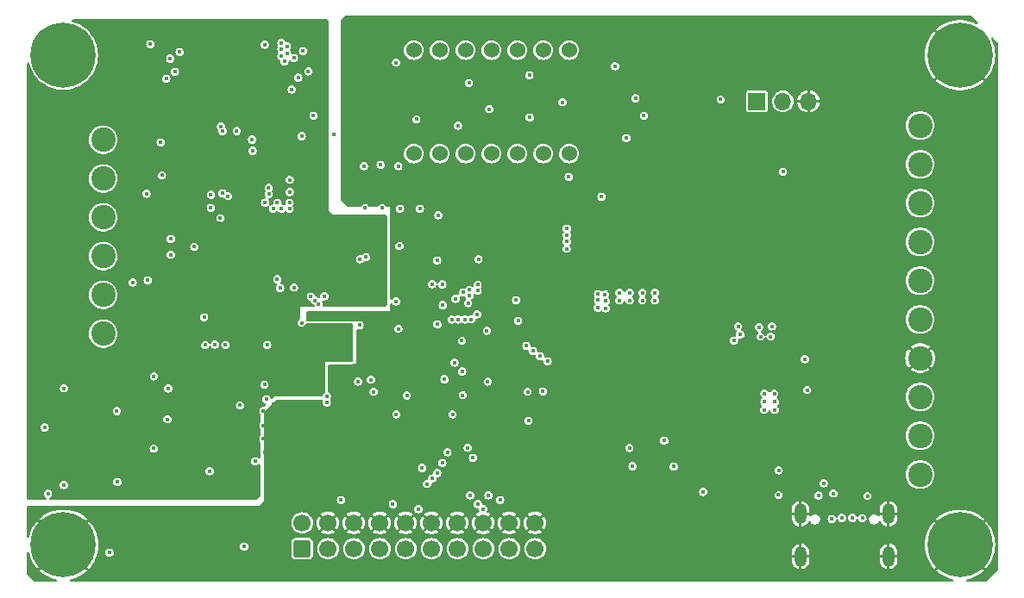
<source format=gbr>
%TF.GenerationSoftware,KiCad,Pcbnew,7.0.9*%
%TF.CreationDate,2025-05-07T10:44:46+08:00*%
%TF.ProjectId,HPM5300RDCRevB,48504d35-3330-4305-9244-43526576422e,REVC*%
%TF.SameCoordinates,Original*%
%TF.FileFunction,Copper,L2,Inr*%
%TF.FilePolarity,Positive*%
%FSLAX46Y46*%
G04 Gerber Fmt 4.6, Leading zero omitted, Abs format (unit mm)*
G04 Created by KiCad (PCBNEW 7.0.9) date 2025-05-07 10:44:46*
%MOMM*%
%LPD*%
G01*
G04 APERTURE LIST*
G04 Aperture macros list*
%AMRoundRect*
0 Rectangle with rounded corners*
0 $1 Rounding radius*
0 $2 $3 $4 $5 $6 $7 $8 $9 X,Y pos of 4 corners*
0 Add a 4 corners polygon primitive as box body*
4,1,4,$2,$3,$4,$5,$6,$7,$8,$9,$2,$3,0*
0 Add four circle primitives for the rounded corners*
1,1,$1+$1,$2,$3*
1,1,$1+$1,$4,$5*
1,1,$1+$1,$6,$7*
1,1,$1+$1,$8,$9*
0 Add four rect primitives between the rounded corners*
20,1,$1+$1,$2,$3,$4,$5,0*
20,1,$1+$1,$4,$5,$6,$7,0*
20,1,$1+$1,$6,$7,$8,$9,0*
20,1,$1+$1,$8,$9,$2,$3,0*%
G04 Aperture macros list end*
%TA.AperFunction,ComponentPad*%
%ADD10O,1.200000X2.000000*%
%TD*%
%TA.AperFunction,ComponentPad*%
%ADD11C,2.400000*%
%TD*%
%TA.AperFunction,ComponentPad*%
%ADD12R,1.700000X1.700000*%
%TD*%
%TA.AperFunction,ComponentPad*%
%ADD13O,1.700000X1.700000*%
%TD*%
%TA.AperFunction,ComponentPad*%
%ADD14C,6.400000*%
%TD*%
%TA.AperFunction,ComponentPad*%
%ADD15C,1.524000*%
%TD*%
%TA.AperFunction,ComponentPad*%
%ADD16RoundRect,0.250000X0.600000X-0.600000X0.600000X0.600000X-0.600000X0.600000X-0.600000X-0.600000X0*%
%TD*%
%TA.AperFunction,ComponentPad*%
%ADD17C,1.700000*%
%TD*%
%TA.AperFunction,ViaPad*%
%ADD18C,0.406400*%
%TD*%
G04 APERTURE END LIST*
D10*
%TO.N,GND*%
%TO.C,J1*%
X183524900Y-127224050D03*
X192165100Y-127224150D03*
X183525000Y-131404050D03*
X192165200Y-131404150D03*
%TD*%
D11*
%TO.N,Net-(J3-Pin_1)*%
%TO.C,J3*%
X195265200Y-123355000D03*
%TO.N,Net-(J3-Pin_2)*%
X195265200Y-119545000D03*
%TO.N,Net-(J3-Pin_3)*%
X195265200Y-115735000D03*
%TO.N,GND*%
X195265200Y-111925000D03*
%TO.N,VCC*%
X195265200Y-108115000D03*
%TO.N,Net-(J3-Pin_6)*%
X195265200Y-104305000D03*
%TO.N,/HPM5300RDC MAINENTRY/07-MISC/SEI_DATA_N*%
X195265200Y-100495000D03*
%TO.N,/HPM5300RDC MAINENTRY/07-MISC/SEI_DATA_P*%
X195265200Y-96685000D03*
%TO.N,/HPM5300RDC MAINENTRY/07-MISC/SEI_CLK_OUT_N*%
X195265200Y-92875000D03*
%TO.N,/HPM5300RDC MAINENTRY/07-MISC/SEI_CLK_OUT_P*%
X195265200Y-89065000D03*
%TD*%
D12*
%TO.N,+3.3V*%
%TO.C,J5*%
X179245000Y-86700000D03*
D13*
%TO.N,+5V*%
X181785000Y-86700000D03*
%TO.N,GND*%
X184325000Y-86700000D03*
%TD*%
D14*
%TO.N,GND*%
%TO.C,FID2*%
X199175200Y-82153000D03*
%TD*%
D15*
%TO.N,Net-(LED6-E)*%
%TO.C,LED6*%
X145575200Y-91820000D03*
%TO.N,Net-(LED6-D)*%
X148115200Y-91820000D03*
%TO.N,Net-(LED6-DP)*%
X150655200Y-91820000D03*
%TO.N,Net-(LED6-C)*%
X153195200Y-91820000D03*
%TO.N,Net-(LED6-G)*%
X155735200Y-91820000D03*
%TO.N,/HPM5300RDC MAINENTRY/07-MISC/DIG4_PWR*%
X158275200Y-91820000D03*
%TO.N,unconnected-(LED6-NC-Pad7)*%
X160815200Y-91820000D03*
%TO.N,/HPM5300RDC MAINENTRY/07-MISC/DIG5_PWR*%
X160815200Y-81660000D03*
%TO.N,Net-(LED6-B)*%
X158275200Y-81660000D03*
%TO.N,/HPM5300RDC MAINENTRY/07-MISC/DIG3_PWR*%
X155735200Y-81660000D03*
%TO.N,/HPM5300RDC MAINENTRY/07-MISC/DIG2_PWR*%
X153195200Y-81660000D03*
%TO.N,Net-(LED6-F)*%
X150655200Y-81660000D03*
%TO.N,Net-(LED6-A)*%
X148115200Y-81660000D03*
%TO.N,/HPM5300RDC MAINENTRY/07-MISC/DIG1_PWR*%
X145575200Y-81660000D03*
%TD*%
D11*
%TO.N,/HPM5300RDC MAINENTRY/05-RDC_SINCOS/COS+*%
%TO.C,J4*%
X115095200Y-90475000D03*
%TO.N,/HPM5300RDC MAINENTRY/05-RDC_SINCOS/COS-*%
X115095200Y-94285000D03*
%TO.N,/HPM5300RDC MAINENTRY/05-RDC_SINCOS/SIN+*%
X115095200Y-98095000D03*
%TO.N,/HPM5300RDC MAINENTRY/05-RDC_SINCOS/SIN-*%
X115095200Y-101905000D03*
%TO.N,/HPM5300RDC MAINENTRY/04-RDC_EXCT/EXC+*%
X115095200Y-105715000D03*
%TO.N,/HPM5300RDC MAINENTRY/04-RDC_EXCT/EXC-*%
X115095200Y-109525000D03*
%TD*%
D16*
%TO.N,+3.3V*%
%TO.C,J2*%
X134620000Y-130650000D03*
D17*
%TO.N,unconnected-(J2-VCC{slash}NC-Pad2)*%
X134620000Y-128110000D03*
%TO.N,/HPM5300RDC MAINENTRY/03-HPM5300_IO/JTAG_TRST*%
X137160000Y-130650000D03*
%TO.N,GND*%
X137160000Y-128110000D03*
%TO.N,/HPM5300RDC MAINENTRY/03-HPM5300_IO/JTAG_TDI*%
X139700000Y-130650000D03*
%TO.N,GND*%
X139700000Y-128110000D03*
%TO.N,/HPM5300RDC MAINENTRY/03-HPM5300_IO/JTAG_TMS*%
X142240000Y-130650000D03*
%TO.N,GND*%
X142240000Y-128110000D03*
%TO.N,/HPM5300RDC MAINENTRY/03-HPM5300_IO/JTAG_TCK*%
X144780000Y-130650000D03*
%TO.N,GND*%
X144780000Y-128110000D03*
%TO.N,unconnected-(J2-RTCK-Pad11)*%
X147320000Y-130650000D03*
%TO.N,GND*%
X147320000Y-128110000D03*
%TO.N,/HPM5300RDC MAINENTRY/03-HPM5300_IO/JTAG_TDO*%
X149860000Y-130650000D03*
%TO.N,GND*%
X149860000Y-128110000D03*
%TO.N,unconnected-(J2-~{SRST}-Pad15)*%
X152400000Y-130650000D03*
%TO.N,GND*%
X152400000Y-128110000D03*
%TO.N,unconnected-(J2-DBGRQ{slash}NC-Pad17)*%
X154940000Y-130650000D03*
%TO.N,GND*%
X154940000Y-128110000D03*
%TO.N,unconnected-(J2-DBGACK{slash}NC-Pad19)*%
X157480000Y-130650000D03*
%TO.N,GND*%
X157480000Y-128110000D03*
%TD*%
D14*
%TO.N,GND*%
%TO.C,FID3*%
X199175200Y-130270000D03*
%TD*%
%TO.N,GND*%
%TO.C,FID4*%
X111175200Y-130270000D03*
%TD*%
%TO.N,unconnected-(FID1-Pad1)*%
%TO.C,FID1*%
X111175200Y-82153000D03*
%TD*%
D18*
%TO.N,GND*%
X131610000Y-121490000D03*
X188100000Y-113200000D03*
X179000000Y-124500000D03*
X155565200Y-113720000D03*
X189400000Y-132000000D03*
X153550000Y-89050000D03*
X140600000Y-81300000D03*
X171575000Y-101550000D03*
X141460000Y-84120000D03*
X167500000Y-103800000D03*
X170020000Y-125210000D03*
X150380000Y-99220000D03*
X191325000Y-125050000D03*
X169200000Y-118000000D03*
X160000000Y-121400000D03*
X134850000Y-116440000D03*
X160900000Y-89050000D03*
X186100000Y-132000000D03*
X171180000Y-132500000D03*
X137415200Y-114720000D03*
X173400000Y-95300000D03*
X151300000Y-111850000D03*
X178350000Y-104950000D03*
X200400000Y-118600000D03*
X190750000Y-121025000D03*
X176000000Y-116600000D03*
X130816400Y-119850000D03*
X180350000Y-102450000D03*
X179400000Y-82600000D03*
X156230000Y-106360000D03*
X149400000Y-113410000D03*
X179350000Y-102450000D03*
X149390000Y-109310000D03*
X156000000Y-99905000D03*
X188100000Y-115400000D03*
X142300000Y-123600000D03*
X176490000Y-106390000D03*
X179520000Y-95800000D03*
X186925000Y-114375000D03*
X185975000Y-100100000D03*
X147300000Y-110300000D03*
X174200000Y-118000000D03*
X172950000Y-99775000D03*
X130816400Y-118540000D03*
X174275200Y-123750000D03*
X183950000Y-100975000D03*
X200700000Y-94900000D03*
X165500000Y-110800000D03*
X146670000Y-82870000D03*
X148360000Y-99925000D03*
X149875200Y-120210000D03*
X173725000Y-83625000D03*
X176975000Y-113550000D03*
X125000000Y-132100000D03*
X190300000Y-83200000D03*
X129240000Y-127400000D03*
X190300000Y-114100000D03*
X176000000Y-117800000D03*
X164350000Y-92275000D03*
X131610000Y-120190000D03*
X186200000Y-111375000D03*
X130925000Y-121205000D03*
X163400000Y-118000000D03*
X179350000Y-104950000D03*
X200700000Y-108900000D03*
X144375200Y-120230000D03*
X129230000Y-131980000D03*
X171620700Y-106363864D03*
X171600000Y-118000000D03*
X186920619Y-113200000D03*
X178350000Y-102450000D03*
X172700000Y-102200000D03*
X188600000Y-87100000D03*
X132700000Y-116440000D03*
X134190000Y-116440000D03*
X137000000Y-122000000D03*
X136040000Y-107720000D03*
X185741238Y-113200000D03*
X180350000Y-103700000D03*
X139280000Y-119340000D03*
X187800000Y-100000000D03*
X180350000Y-104950000D03*
X163410000Y-110813332D03*
X177625000Y-97525000D03*
X167450000Y-110400000D03*
X168500000Y-102100000D03*
X178390000Y-120080000D03*
X154695200Y-99915000D03*
X143875200Y-101980000D03*
X179350000Y-103700000D03*
X159195200Y-102440000D03*
X189600000Y-111500000D03*
X171000000Y-106375000D03*
X191000000Y-85100000D03*
X185750000Y-114375000D03*
X160700000Y-83490000D03*
X201200000Y-101900000D03*
X199800000Y-113900000D03*
X130816400Y-117080000D03*
X188100000Y-114375000D03*
X190650000Y-118475000D03*
X184650000Y-116700000D03*
X139270000Y-89050000D03*
X166200000Y-118000000D03*
X182825000Y-116600000D03*
X148640000Y-105460000D03*
X119000000Y-131700000D03*
X191125000Y-105700000D03*
X163410000Y-109736666D03*
X188100000Y-118000000D03*
X154100000Y-103900000D03*
X142380200Y-110490000D03*
X184700000Y-82600000D03*
X178350000Y-103700000D03*
X145470000Y-108840000D03*
X176075000Y-97525000D03*
X131760000Y-116440000D03*
X156070000Y-94550000D03*
X147600000Y-112100000D03*
X163410000Y-108660000D03*
X146540000Y-89050000D03*
X188900000Y-84400000D03*
X201370000Y-91010000D03*
X181275000Y-108075000D03*
X200500000Y-122700000D03*
X170900000Y-97700000D03*
X174130000Y-86710000D03*
X201440000Y-98620000D03*
X140070000Y-116460000D03*
X165300000Y-109400000D03*
X153440000Y-84120000D03*
X172575000Y-93775000D03*
X188100000Y-116800000D03*
X178500492Y-106301931D03*
X184125000Y-113500000D03*
X147035200Y-114000000D03*
X140045200Y-112720000D03*
X169800000Y-81500000D03*
X155525200Y-112720000D03*
X190065200Y-124060000D03*
X155485200Y-109720000D03*
X145200000Y-110700000D03*
X190425000Y-101375000D03*
X143950000Y-114040000D03*
X183325000Y-101350000D03*
X155517897Y-99905000D03*
X168400000Y-91600000D03*
X171000000Y-95650000D03*
%TO.N,GNDA*%
X124275000Y-84425000D03*
X124750000Y-92550000D03*
X131875000Y-100650000D03*
X117500000Y-85100000D03*
X124050000Y-85740000D03*
X110630000Y-119680000D03*
X142000000Y-99100000D03*
X126225000Y-92505500D03*
X131975000Y-106150000D03*
X115500000Y-121530000D03*
X133400000Y-93050000D03*
X134750000Y-86550000D03*
X134360000Y-114580000D03*
X115510000Y-114710000D03*
X124175000Y-83125000D03*
X118010000Y-124090000D03*
X130625000Y-102525000D03*
X134680000Y-83070000D03*
X138200000Y-102700000D03*
X110900000Y-104100000D03*
X111700000Y-96900000D03*
X121410000Y-113500000D03*
X121800000Y-123090000D03*
X136190000Y-109380000D03*
X130960000Y-86910000D03*
X135780000Y-94360000D03*
X111400000Y-94100000D03*
X135675200Y-112010000D03*
X127585200Y-102675000D03*
X126225000Y-91171105D03*
X119720000Y-86920000D03*
X115700000Y-86900000D03*
X118120000Y-117140000D03*
X126425000Y-93325000D03*
X119275000Y-88900000D03*
X112800000Y-90000000D03*
X122020000Y-120580000D03*
X126540000Y-98700000D03*
X119450000Y-97180000D03*
X134975000Y-88325000D03*
X133825000Y-87425000D03*
X112100000Y-108100000D03*
X137030000Y-111190000D03*
X130440000Y-108940000D03*
X109800000Y-86700000D03*
X128520000Y-120120000D03*
X133560000Y-108560000D03*
X123325000Y-105675000D03*
X124225000Y-83775000D03*
X109700000Y-105800000D03*
X135550000Y-85650000D03*
X112330000Y-112920000D03*
X127267500Y-106957500D03*
X126725000Y-105800000D03*
X126690000Y-112800000D03*
%TO.N,+3.3V*%
X150325200Y-113230000D03*
X149290000Y-108130000D03*
X163995200Y-96050000D03*
X160162985Y-86780000D03*
X169250000Y-106250000D03*
X150980000Y-84890000D03*
X168000000Y-105500000D03*
X165750000Y-105500000D03*
X148410000Y-106710000D03*
X149940000Y-108120000D03*
X163660000Y-105640000D03*
X167330100Y-86390000D03*
X171080000Y-122570000D03*
X173980000Y-125070000D03*
X115710000Y-131020000D03*
X168000000Y-106250000D03*
X150580000Y-108120000D03*
X160785200Y-94100000D03*
X148580000Y-113990000D03*
X152995871Y-87450000D03*
X167050000Y-122540000D03*
X175690000Y-86510000D03*
X163640000Y-106960000D03*
X143840000Y-82880000D03*
X150295200Y-110220000D03*
X144070000Y-109040000D03*
X169250000Y-105500000D03*
X165330000Y-83230000D03*
X151800000Y-107620000D03*
X128930000Y-130430000D03*
X156920000Y-84130000D03*
X141645200Y-115220000D03*
X150375200Y-115560000D03*
X164400000Y-106310000D03*
X166750000Y-105500000D03*
X165750000Y-106250000D03*
X147890000Y-108580000D03*
X144160000Y-100900000D03*
X164350000Y-105650000D03*
X144885200Y-115590000D03*
X163650000Y-106230000D03*
X166750000Y-106250000D03*
X164400000Y-107020000D03*
X145828757Y-88459385D03*
X151210000Y-108110000D03*
%TO.N,Net-(U1B-USBVBUS)*%
X141370000Y-114040000D03*
%TO.N,+5VD*%
X190095200Y-125470000D03*
X186755200Y-125220000D03*
X185795200Y-124220000D03*
X185285200Y-125420000D03*
%TO.N,Net-(J1-CC1)*%
X186595200Y-127730000D03*
%TO.N,Net-(J1-CC2)*%
X189595200Y-127650000D03*
%TO.N,DCDC_GND*%
X151840000Y-104710200D03*
X151920200Y-102200000D03*
X151840000Y-105300000D03*
%TO.N,DCDC_IN*%
X151000000Y-105220000D03*
X151020000Y-105780000D03*
X150390200Y-105470000D03*
X150895200Y-106520000D03*
X149670000Y-106090000D03*
%TO.N,VDD_SOC*%
X143865200Y-117440000D03*
X152835200Y-114220000D03*
X160585000Y-99830000D03*
X149375200Y-117450000D03*
X143840000Y-106350000D03*
X140245200Y-108680000D03*
X152755200Y-109220000D03*
X160595000Y-99180000D03*
X160585000Y-100480000D03*
X160575000Y-101170000D03*
X140115200Y-114220000D03*
%TO.N,Net-(U1D-PA02{slash}TMR1.COMP1{slash}URT0.DE{slash}URT0.RTS{slash}I2C0.SCL{slash}CAN0.STBY{slash}ACMP.COMP0{slash}PWM1.P2{slash}TRGM0.P02{slash}ACMP.COMP1{slash}QEI1.F{slash}ADC1.DBG)*%
X155810000Y-108240000D03*
%TO.N,Net-(U1C-VDD_OTPCAP)*%
X155615000Y-106210000D03*
%TO.N,Net-(U6B-VOUTB)*%
X125660000Y-95875000D03*
X125650000Y-97150000D03*
%TO.N,VCC*%
X133125000Y-81950000D03*
X132875000Y-82750000D03*
X133125000Y-81275000D03*
X132575000Y-81550000D03*
X132575000Y-80950000D03*
X132575000Y-82225000D03*
%TO.N,Net-(C7-Pad1)*%
X125540000Y-123030000D03*
%TO.N,Net-(U5C-INC-)*%
X121480000Y-114910000D03*
%TO.N,Net-(U5B-INB-)*%
X130010000Y-122060000D03*
%TO.N,+5V*%
X181380000Y-122950000D03*
X177400000Y-108800000D03*
X181000000Y-116200000D03*
X179450000Y-108875000D03*
X136245000Y-106645000D03*
X181000000Y-117000000D03*
X135845000Y-106245000D03*
X177600000Y-109600000D03*
X179975000Y-117000000D03*
X181797676Y-93611876D03*
X180000000Y-116200000D03*
X177000000Y-110200000D03*
X135475000Y-105875000D03*
X179600000Y-109800000D03*
X180000000Y-115400000D03*
X181370000Y-125370000D03*
X184175000Y-115050000D03*
X180954866Y-115395752D03*
X180725000Y-108800000D03*
X180600000Y-109800000D03*
%TO.N,Net-(LED6-B)*%
X144050000Y-93060000D03*
%TO.N,Net-(LED6-F)*%
X142310000Y-92940000D03*
%TO.N,Net-(LED6-A)*%
X140680000Y-93050000D03*
%TO.N,Net-(U4-IN)*%
X133810000Y-104980000D03*
X124995000Y-107920000D03*
X125090000Y-110640000D03*
X132459300Y-105027592D03*
X126060200Y-110590000D03*
X127100000Y-110610000D03*
%TO.N,Net-(C83-Pad1)*%
X183951111Y-112022778D03*
%TO.N,/HPM5300RDC MAINENTRY/03-HPM5300_IO/PB10*%
X140300000Y-102200000D03*
%TO.N,/HPM5300RDC MAINENTRY/04-RDC_EXCT/EXC_P*%
X131110000Y-115960000D03*
%TO.N,/HPM5300RDC MAINENTRY/04-RDC_EXCT/EXC_N*%
X131195200Y-110630000D03*
%TO.N,/HPM5300RDC MAINENTRY/04-RDC_EXCT/EXC+*%
X111220200Y-124380000D03*
%TO.N,/HPM5300RDC MAINENTRY/04-RDC_EXCT/EXC-*%
X111250200Y-114890000D03*
%TO.N,/HPM5300RDC MAINENTRY/03-HPM5300_IO/PB13*%
X124025200Y-100990000D03*
%TO.N,/HPM5300RDC MAINENTRY/03-HPM5300_IO/PB14*%
X127350000Y-96000000D03*
%TO.N,/HPM5300RDC MAINENTRY/04-RDC_EXCT/VOPA*%
X120050000Y-120800000D03*
X121390000Y-117930000D03*
X119450000Y-104280000D03*
X120070000Y-113710000D03*
X130920000Y-114530000D03*
X134580000Y-90120000D03*
X130940000Y-81120000D03*
X116430000Y-117120000D03*
X119720000Y-81070000D03*
X133375000Y-96650000D03*
X131333700Y-95200000D03*
X133400000Y-95600000D03*
X109670000Y-125240000D03*
X126650000Y-89150000D03*
X133400000Y-94400000D03*
X109340000Y-118730000D03*
X131775000Y-97250000D03*
X116480000Y-124080000D03*
X128510000Y-116570000D03*
X133375000Y-97250000D03*
X128200000Y-89600000D03*
X132575000Y-97250000D03*
X129750000Y-91550000D03*
X132175000Y-96650000D03*
X134560000Y-108450000D03*
X119340000Y-95760000D03*
X126800000Y-89600000D03*
X137720000Y-89930000D03*
X129700000Y-90450000D03*
X130975000Y-96650000D03*
X131340000Y-95800000D03*
%TO.N,/HPM5300RDC MAINENTRY/VREF1{slash}2*%
X117990000Y-104480000D03*
%TO.N,/HPM5300RDC MAINENTRY/03-HPM5300_IO/DAC1*%
X126775000Y-95725000D03*
%TO.N,/HPM5300RDC MAINENTRY/RESETN*%
X156825000Y-118075000D03*
X149570000Y-112370000D03*
%TO.N,/HPM5300RDC MAINENTRY/06-DEBUGGER/DP1*%
X188620000Y-127620000D03*
X187590000Y-127620000D03*
%TO.N,/HPM5300RDC MAINENTRY/03-HPM5300_IO/JTAG_TDI*%
X154050000Y-125860000D03*
X138420000Y-125860000D03*
%TO.N,/HPM5300RDC MAINENTRY/03-HPM5300_IO/JTAG_TMS*%
X151870000Y-126270000D03*
X143520000Y-126270000D03*
%TO.N,/HPM5300RDC MAINENTRY/03-HPM5300_IO/JTAG_TCK*%
X152370000Y-126760000D03*
X146030000Y-126760000D03*
%TO.N,/HPM5300RDC MAINENTRY/03-HPM5300_IO/JTAG_TDO*%
X152910000Y-125410000D03*
X151100000Y-125410000D03*
%TO.N,/HPM5300RDC MAINENTRY/03-HPM5300_IO/PA22*%
X146875200Y-124280000D03*
%TO.N,/HPM5300RDC MAINENTRY/03-HPM5300_IO/PA21*%
X147375200Y-123754800D03*
%TO.N,/HPM5300RDC MAINENTRY/03-HPM5300_IO/PA20*%
X147875200Y-123210000D03*
%TO.N,/HPM5300RDC MAINENTRY/03-HPM5300_IO/PA15*%
X156620000Y-110720000D03*
%TO.N,/HPM5300RDC MAINENTRY/03-HPM5300_IO/PA12*%
X158700000Y-112220000D03*
X149900000Y-89070000D03*
X166430000Y-90290000D03*
%TO.N,/HPM5300RDC MAINENTRY/03-HPM5300_IO/PA10*%
X156740000Y-115220000D03*
X168160000Y-88090000D03*
X156950000Y-88260000D03*
%TO.N,/HPM5300RDC MAINENTRY/03-HPM5300_IO/PA14*%
X157270000Y-111220000D03*
%TO.N,/HPM5300RDC MAINENTRY/03-HPM5300_IO/PA13*%
X157970000Y-111720000D03*
%TO.N,/HPM5300RDC MAINENTRY/05-RDC_SINCOS/ISIN-*%
X122590000Y-81840000D03*
X133820000Y-82420000D03*
X121720000Y-101765000D03*
%TO.N,/HPM5300RDC MAINENTRY/05-RDC_SINCOS/ISIN+*%
X134230000Y-84360000D03*
X122130000Y-83785000D03*
X121720000Y-100215000D03*
%TO.N,/HPM5300RDC MAINENTRY/05-RDC_SINCOS/ICOS-*%
X120860200Y-93960000D03*
X134700000Y-81750000D03*
X121670000Y-82490000D03*
%TO.N,/HPM5300RDC MAINENTRY/05-RDC_SINCOS/ICOS+*%
X135230000Y-83740000D03*
X120720200Y-90730000D03*
X121280000Y-84470000D03*
%TO.N,/HPM5300RDC MAINENTRY/03-HPM5300_IO/PA19*%
X148375200Y-122210000D03*
%TO.N,/HPM5300RDC MAINENTRY/03-HPM5300_IO/PY03*%
X146170000Y-97250000D03*
%TO.N,/HPM5300RDC MAINENTRY/03-HPM5300_IO/PY04*%
X147990000Y-97885300D03*
%TO.N,/HPM5300RDC MAINENTRY/03-HPM5300_IO/PA16*%
X151375200Y-121710000D03*
%TO.N,/HPM5300RDC MAINENTRY/03-HPM5300_IO/PY05*%
X147370000Y-104660000D03*
%TO.N,/HPM5300RDC MAINENTRY/03-HPM5300_IO/PY06*%
X147870000Y-102330000D03*
%TO.N,/HPM5300RDC MAINENTRY/03-HPM5300_IO/PY07*%
X148370000Y-104680000D03*
%TO.N,/HPM5300RDC MAINENTRY/03-HPM5300_IO/PY00*%
X140770000Y-97180000D03*
%TO.N,/HPM5300RDC MAINENTRY/03-HPM5300_IO/PY01*%
X142440000Y-97180000D03*
%TO.N,/HPM5300RDC MAINENTRY/03-HPM5300_IO/PY02*%
X144230000Y-97250000D03*
%TO.N,/HPM5300RDC MAINENTRY/02-HPM5300_MISC/USB0_P*%
X137040113Y-115665200D03*
%TO.N,/HPM5300RDC MAINENTRY/02-HPM5300_MISC/USB0_N*%
X137040113Y-116274800D03*
%TO.N,/HPM5300RDC MAINENTRY/03-HPM5300_IO/PA17*%
X150875200Y-120730000D03*
%TO.N,/HPM5300RDC MAINENTRY/03-HPM5300_IO/PA18*%
X148875200Y-121160000D03*
%TO.N,/HPM5300RDC MAINENTRY/03-HPM5300_IO/PA23*%
X146380000Y-122710000D03*
%TO.N,/HPM5300RDC MAINENTRY/03-HPM5300_IO/PB07*%
X136800000Y-105850000D03*
%TO.N,/HPM5300RDC MAINENTRY/03-HPM5300_IO/PB11*%
X140900000Y-102000000D03*
%TO.N,/HPM5300RDC MAINENTRY/03-HPM5300_IO/PA01*%
X166730000Y-120750000D03*
X170150000Y-120025000D03*
%TO.N,/HPM5300RDC MAINENTRY/03-HPM5300_IO/PA11*%
X158250000Y-115190000D03*
%TO.N,/HPM5300RDC MAINENTRY/05-RDC_SINCOS/CTRL_CMOS*%
X135730000Y-88100000D03*
X133600000Y-85525000D03*
%TO.N,/HPM5300RDC MAINENTRY/03-HPM5300_IO/DAC0*%
X132175000Y-104169500D03*
X126594500Y-98175000D03*
%TD*%
%TA.AperFunction,Conductor*%
%TO.N,GND*%
G36*
X107765203Y-130976405D02*
G01*
X107802977Y-131035183D01*
X107803480Y-131036944D01*
X107897196Y-131374477D01*
X107897196Y-131374479D01*
X108035828Y-131722423D01*
X108035834Y-131722435D01*
X108211268Y-132053338D01*
X108421455Y-132363340D01*
X108421462Y-132363350D01*
X108642278Y-132623314D01*
X108642279Y-132623315D01*
X109957595Y-131307999D01*
X110040330Y-131404870D01*
X110137199Y-131487604D01*
X108824191Y-132800611D01*
X108824192Y-132800612D01*
X108935842Y-132906373D01*
X108935846Y-132906376D01*
X109234008Y-133133034D01*
X109554945Y-133326135D01*
X109554949Y-133326137D01*
X109894854Y-133483393D01*
X110249800Y-133602990D01*
X110440194Y-133644899D01*
X110501435Y-133678535D01*
X110534769Y-133739940D01*
X110529613Y-133809619D01*
X110487604Y-133865450D01*
X110422080Y-133889705D01*
X110413538Y-133890000D01*
X108451362Y-133890000D01*
X108384323Y-133870315D01*
X108363681Y-133853681D01*
X107596319Y-133086319D01*
X107562834Y-133024996D01*
X107560000Y-132998638D01*
X107560000Y-131070118D01*
X107579685Y-131003079D01*
X107632489Y-130957324D01*
X107701647Y-130947380D01*
X107765203Y-130976405D01*
G37*
%TD.AperFunction*%
%TA.AperFunction,Conductor*%
G36*
X200334377Y-78318385D02*
G01*
X200355019Y-78335019D01*
X200900666Y-78880666D01*
X200934151Y-78941989D01*
X200929167Y-79011681D01*
X200887295Y-79067614D01*
X200821831Y-79092031D01*
X200760919Y-79080886D01*
X200455545Y-78939606D01*
X200100599Y-78820009D01*
X199734814Y-78739494D01*
X199362471Y-78699000D01*
X198987928Y-78699000D01*
X198615585Y-78739494D01*
X198249800Y-78820009D01*
X197894854Y-78939606D01*
X197554949Y-79096862D01*
X197554945Y-79096864D01*
X197234008Y-79289965D01*
X196935846Y-79516623D01*
X196935842Y-79516626D01*
X196824192Y-79622386D01*
X196824191Y-79622387D01*
X198137200Y-80935395D01*
X198040330Y-81018130D01*
X197957595Y-81114999D01*
X196642279Y-79799683D01*
X196642278Y-79799684D01*
X196421462Y-80059649D01*
X196421455Y-80059659D01*
X196211268Y-80369661D01*
X196035834Y-80700564D01*
X196035828Y-80700576D01*
X195897196Y-81048520D01*
X195897195Y-81048522D01*
X195797000Y-81409393D01*
X195796995Y-81409414D01*
X195736405Y-81778993D01*
X195736404Y-81779010D01*
X195716127Y-82152997D01*
X195716127Y-82153002D01*
X195736404Y-82526989D01*
X195736405Y-82527006D01*
X195796995Y-82896585D01*
X195797000Y-82896606D01*
X195897195Y-83257477D01*
X195897196Y-83257479D01*
X196035828Y-83605423D01*
X196035834Y-83605435D01*
X196211268Y-83936338D01*
X196421455Y-84246340D01*
X196421462Y-84246350D01*
X196642278Y-84506314D01*
X196642279Y-84506315D01*
X197957595Y-83190999D01*
X198040330Y-83287870D01*
X198137199Y-83370604D01*
X196824191Y-84683611D01*
X196824192Y-84683612D01*
X196935842Y-84789373D01*
X196935846Y-84789376D01*
X197234008Y-85016034D01*
X197554945Y-85209135D01*
X197554949Y-85209137D01*
X197894854Y-85366393D01*
X198249800Y-85485990D01*
X198615585Y-85566505D01*
X198987928Y-85606999D01*
X198987936Y-85607000D01*
X199362464Y-85607000D01*
X199362471Y-85606999D01*
X199734814Y-85566505D01*
X200100599Y-85485990D01*
X200455545Y-85366393D01*
X200795450Y-85209137D01*
X200795454Y-85209135D01*
X201116391Y-85016034D01*
X201414544Y-84789383D01*
X201414556Y-84789373D01*
X201526206Y-84683612D01*
X201526206Y-84683611D01*
X200213199Y-83370604D01*
X200310070Y-83287870D01*
X200392804Y-83190999D01*
X201708119Y-84506314D01*
X201708120Y-84506314D01*
X201928944Y-84246341D01*
X202139131Y-83936338D01*
X202314565Y-83605435D01*
X202314571Y-83605423D01*
X202453203Y-83257479D01*
X202453204Y-83257477D01*
X202553399Y-82896606D01*
X202553404Y-82896585D01*
X202613994Y-82527006D01*
X202613995Y-82526989D01*
X202634273Y-82153002D01*
X202634273Y-82152997D01*
X202613995Y-81779010D01*
X202613994Y-81778993D01*
X202553404Y-81409414D01*
X202553399Y-81409393D01*
X202453204Y-81048522D01*
X202453203Y-81048520D01*
X202314571Y-80700576D01*
X202314565Y-80700564D01*
X202243477Y-80566477D01*
X202229466Y-80498026D01*
X202254687Y-80432867D01*
X202311132Y-80391688D01*
X202380879Y-80387561D01*
X202440713Y-80420713D01*
X202863681Y-80843681D01*
X202897166Y-80905004D01*
X202900000Y-80931362D01*
X202900000Y-132728638D01*
X202880315Y-132795677D01*
X202863681Y-132816319D01*
X201826319Y-133853681D01*
X201764996Y-133887166D01*
X201738638Y-133890000D01*
X199936862Y-133890000D01*
X199869823Y-133870315D01*
X199824068Y-133817511D01*
X199814124Y-133748353D01*
X199843149Y-133684797D01*
X199901927Y-133647023D01*
X199910206Y-133644899D01*
X200100599Y-133602990D01*
X200455545Y-133483393D01*
X200795450Y-133326137D01*
X200795454Y-133326135D01*
X201116391Y-133133034D01*
X201414544Y-132906383D01*
X201414556Y-132906373D01*
X201526206Y-132800612D01*
X201526206Y-132800611D01*
X200213199Y-131487604D01*
X200310070Y-131404870D01*
X200392804Y-131307999D01*
X201708119Y-132623314D01*
X201708120Y-132623314D01*
X201928944Y-132363341D01*
X202139131Y-132053338D01*
X202314565Y-131722435D01*
X202314571Y-131722423D01*
X202453203Y-131374479D01*
X202453204Y-131374477D01*
X202553399Y-131013606D01*
X202553404Y-131013585D01*
X202613994Y-130644006D01*
X202613995Y-130643989D01*
X202634273Y-130270002D01*
X202634273Y-130269997D01*
X202613995Y-129896010D01*
X202613994Y-129895993D01*
X202553404Y-129526414D01*
X202553399Y-129526393D01*
X202453204Y-129165522D01*
X202453203Y-129165520D01*
X202314571Y-128817576D01*
X202314565Y-128817564D01*
X202139131Y-128486661D01*
X201928944Y-128176659D01*
X201928937Y-128176649D01*
X201708120Y-127916684D01*
X201708119Y-127916683D01*
X200392803Y-129231999D01*
X200310070Y-129135130D01*
X200213199Y-129052395D01*
X201526207Y-127739388D01*
X201526206Y-127739386D01*
X201414557Y-127633626D01*
X201414553Y-127633623D01*
X201116391Y-127406965D01*
X200795454Y-127213864D01*
X200795450Y-127213862D01*
X200455545Y-127056606D01*
X200100599Y-126937009D01*
X199734814Y-126856494D01*
X199362471Y-126816000D01*
X198987928Y-126816000D01*
X198615585Y-126856494D01*
X198249800Y-126937009D01*
X197894854Y-127056606D01*
X197554949Y-127213862D01*
X197554945Y-127213864D01*
X197234008Y-127406965D01*
X196935846Y-127633623D01*
X196935842Y-127633626D01*
X196824192Y-127739386D01*
X196824191Y-127739387D01*
X198137200Y-129052395D01*
X198040330Y-129135130D01*
X197957595Y-129231999D01*
X196642279Y-127916683D01*
X196642278Y-127916684D01*
X196421462Y-128176649D01*
X196421455Y-128176659D01*
X196211268Y-128486661D01*
X196035834Y-128817564D01*
X196035828Y-128817576D01*
X195897196Y-129165520D01*
X195897195Y-129165522D01*
X195797000Y-129526393D01*
X195796995Y-129526414D01*
X195736405Y-129895993D01*
X195736404Y-129896010D01*
X195716127Y-130269997D01*
X195716127Y-130270002D01*
X195736404Y-130643989D01*
X195736405Y-130644006D01*
X195796995Y-131013585D01*
X195797000Y-131013606D01*
X195897195Y-131374477D01*
X195897196Y-131374479D01*
X196035828Y-131722423D01*
X196035834Y-131722435D01*
X196211268Y-132053338D01*
X196421455Y-132363340D01*
X196421462Y-132363350D01*
X196642278Y-132623314D01*
X196642279Y-132623315D01*
X197957595Y-131307999D01*
X198040330Y-131404870D01*
X198137199Y-131487604D01*
X196824191Y-132800611D01*
X196824192Y-132800612D01*
X196935842Y-132906373D01*
X196935846Y-132906376D01*
X197234008Y-133133034D01*
X197554945Y-133326135D01*
X197554949Y-133326137D01*
X197894854Y-133483393D01*
X198249800Y-133602990D01*
X198440194Y-133644899D01*
X198501435Y-133678535D01*
X198534769Y-133739940D01*
X198529613Y-133809619D01*
X198487604Y-133865450D01*
X198422080Y-133889705D01*
X198413538Y-133890000D01*
X111936862Y-133890000D01*
X111869823Y-133870315D01*
X111824068Y-133817511D01*
X111814124Y-133748353D01*
X111843149Y-133684797D01*
X111901927Y-133647023D01*
X111910206Y-133644899D01*
X112100599Y-133602990D01*
X112455545Y-133483393D01*
X112795450Y-133326137D01*
X112795454Y-133326135D01*
X113116391Y-133133034D01*
X113414544Y-132906383D01*
X113414556Y-132906373D01*
X113526206Y-132800612D01*
X113526206Y-132800611D01*
X112213199Y-131487604D01*
X112310070Y-131404870D01*
X112392804Y-131307999D01*
X113708119Y-132623314D01*
X113708120Y-132623314D01*
X113928944Y-132363341D01*
X114139131Y-132053338D01*
X114246745Y-131850356D01*
X182671000Y-131850356D01*
X182686047Y-131988715D01*
X182686048Y-131988719D01*
X182745361Y-132164751D01*
X182841126Y-132323915D01*
X182968873Y-132458776D01*
X183122618Y-132563018D01*
X183122619Y-132563019D01*
X183295178Y-132631772D01*
X183295183Y-132631773D01*
X183398000Y-132648628D01*
X183398000Y-132080489D01*
X183437992Y-132098032D01*
X183554402Y-132107678D01*
X183652000Y-132082963D01*
X183652000Y-132652418D01*
X183652001Y-132652419D01*
X183663971Y-132651771D01*
X183663975Y-132651770D01*
X183842964Y-132602072D01*
X184007081Y-132515064D01*
X184148655Y-132394809D01*
X184261070Y-132246928D01*
X184339067Y-132078342D01*
X184339069Y-132078338D01*
X184378999Y-131896928D01*
X184379000Y-131896925D01*
X184379000Y-131850456D01*
X191311200Y-131850456D01*
X191326247Y-131988815D01*
X191326248Y-131988819D01*
X191385561Y-132164851D01*
X191481326Y-132324015D01*
X191609073Y-132458876D01*
X191762818Y-132563118D01*
X191762819Y-132563119D01*
X191935378Y-132631872D01*
X191935383Y-132631873D01*
X192038200Y-132648728D01*
X192038200Y-132080489D01*
X192078192Y-132098032D01*
X192194602Y-132107678D01*
X192292200Y-132082963D01*
X192292200Y-132652518D01*
X192292201Y-132652519D01*
X192304171Y-132651871D01*
X192304175Y-132651870D01*
X192483164Y-132602172D01*
X192647281Y-132515164D01*
X192788855Y-132394909D01*
X192901270Y-132247028D01*
X192979267Y-132078442D01*
X192979269Y-132078438D01*
X193019199Y-131897028D01*
X193019200Y-131897025D01*
X193019200Y-131531150D01*
X192515300Y-131531150D01*
X192515300Y-131277150D01*
X193019200Y-131277150D01*
X193019200Y-130957849D01*
X193019199Y-130957843D01*
X193004152Y-130819484D01*
X193004151Y-130819480D01*
X192944838Y-130643448D01*
X192849073Y-130484284D01*
X192721326Y-130349423D01*
X192567581Y-130245181D01*
X192567580Y-130245180D01*
X192395016Y-130176425D01*
X192395012Y-130176424D01*
X192292200Y-130159569D01*
X192292200Y-130727522D01*
X192252408Y-130710068D01*
X192135998Y-130700422D01*
X192038200Y-130725187D01*
X192038200Y-130155780D01*
X192038199Y-130155779D01*
X192026224Y-130156429D01*
X191847235Y-130206127D01*
X191683118Y-130293135D01*
X191541544Y-130413390D01*
X191429129Y-130561271D01*
X191351132Y-130729857D01*
X191351130Y-130729861D01*
X191311200Y-130911271D01*
X191311200Y-131277150D01*
X191815300Y-131277150D01*
X191815300Y-131531150D01*
X191311200Y-131531150D01*
X191311200Y-131850456D01*
X184379000Y-131850456D01*
X184379000Y-131531050D01*
X183875100Y-131531050D01*
X183875100Y-131277050D01*
X184379000Y-131277050D01*
X184379000Y-130957749D01*
X184378999Y-130957743D01*
X184363952Y-130819384D01*
X184363951Y-130819380D01*
X184304638Y-130643348D01*
X184208873Y-130484184D01*
X184081126Y-130349323D01*
X183927381Y-130245081D01*
X183927380Y-130245080D01*
X183754816Y-130176325D01*
X183754812Y-130176324D01*
X183652000Y-130159469D01*
X183652000Y-130727522D01*
X183612208Y-130710068D01*
X183495798Y-130700422D01*
X183398000Y-130725187D01*
X183398000Y-130155680D01*
X183397999Y-130155679D01*
X183386024Y-130156329D01*
X183207035Y-130206027D01*
X183042918Y-130293035D01*
X182901344Y-130413290D01*
X182788929Y-130561171D01*
X182710932Y-130729757D01*
X182710930Y-130729761D01*
X182671000Y-130911171D01*
X182671000Y-131277050D01*
X183175100Y-131277050D01*
X183175100Y-131531050D01*
X182671000Y-131531050D01*
X182671000Y-131850356D01*
X114246745Y-131850356D01*
X114314565Y-131722435D01*
X114314571Y-131722423D01*
X114453203Y-131374479D01*
X114453204Y-131374477D01*
X114551623Y-131020002D01*
X115301268Y-131020002D01*
X115321271Y-131146302D01*
X115379328Y-131260245D01*
X115379333Y-131260252D01*
X115469747Y-131350666D01*
X115469750Y-131350668D01*
X115469753Y-131350671D01*
X115576125Y-131404870D01*
X115583697Y-131408728D01*
X115709998Y-131428732D01*
X115710000Y-131428732D01*
X115710002Y-131428732D01*
X115836302Y-131408728D01*
X115836303Y-131408727D01*
X115836305Y-131408727D01*
X115950247Y-131350671D01*
X115996649Y-131304269D01*
X133569500Y-131304269D01*
X133572353Y-131334699D01*
X133572353Y-131334701D01*
X133605257Y-131428732D01*
X133617207Y-131462882D01*
X133697850Y-131572150D01*
X133807118Y-131652793D01*
X133849845Y-131667744D01*
X133935299Y-131697646D01*
X133965730Y-131700500D01*
X133965734Y-131700500D01*
X135274270Y-131700500D01*
X135304699Y-131697646D01*
X135304701Y-131697646D01*
X135368790Y-131675219D01*
X135432882Y-131652793D01*
X135542150Y-131572150D01*
X135622793Y-131462882D01*
X135646052Y-131396410D01*
X135667646Y-131334701D01*
X135667646Y-131334699D01*
X135670500Y-131304269D01*
X135670500Y-130650000D01*
X136104417Y-130650000D01*
X136124699Y-130855932D01*
X136154734Y-130954944D01*
X136184768Y-131053954D01*
X136282315Y-131236450D01*
X136282317Y-131236452D01*
X136413589Y-131396410D01*
X136494584Y-131462880D01*
X136573550Y-131527685D01*
X136756046Y-131625232D01*
X136954066Y-131685300D01*
X136954065Y-131685300D01*
X136972529Y-131687118D01*
X137160000Y-131705583D01*
X137365934Y-131685300D01*
X137563954Y-131625232D01*
X137746450Y-131527685D01*
X137906410Y-131396410D01*
X138037685Y-131236450D01*
X138135232Y-131053954D01*
X138195300Y-130855934D01*
X138215583Y-130650000D01*
X138644417Y-130650000D01*
X138664699Y-130855932D01*
X138694734Y-130954944D01*
X138724768Y-131053954D01*
X138822315Y-131236450D01*
X138822317Y-131236452D01*
X138953589Y-131396410D01*
X139034584Y-131462880D01*
X139113550Y-131527685D01*
X139296046Y-131625232D01*
X139494066Y-131685300D01*
X139494065Y-131685300D01*
X139512529Y-131687118D01*
X139700000Y-131705583D01*
X139905934Y-131685300D01*
X140103954Y-131625232D01*
X140286450Y-131527685D01*
X140446410Y-131396410D01*
X140577685Y-131236450D01*
X140675232Y-131053954D01*
X140735300Y-130855934D01*
X140755583Y-130650000D01*
X141184417Y-130650000D01*
X141204699Y-130855932D01*
X141234734Y-130954944D01*
X141264768Y-131053954D01*
X141362315Y-131236450D01*
X141362317Y-131236452D01*
X141493589Y-131396410D01*
X141574584Y-131462880D01*
X141653550Y-131527685D01*
X141836046Y-131625232D01*
X142034066Y-131685300D01*
X142034065Y-131685300D01*
X142052529Y-131687118D01*
X142240000Y-131705583D01*
X142445934Y-131685300D01*
X142643954Y-131625232D01*
X142826450Y-131527685D01*
X142986410Y-131396410D01*
X143117685Y-131236450D01*
X143215232Y-131053954D01*
X143275300Y-130855934D01*
X143295583Y-130650000D01*
X143724417Y-130650000D01*
X143744699Y-130855932D01*
X143774734Y-130954944D01*
X143804768Y-131053954D01*
X143902315Y-131236450D01*
X143902317Y-131236452D01*
X144033589Y-131396410D01*
X144114584Y-131462880D01*
X144193550Y-131527685D01*
X144376046Y-131625232D01*
X144574066Y-131685300D01*
X144574065Y-131685300D01*
X144592529Y-131687118D01*
X144780000Y-131705583D01*
X144985934Y-131685300D01*
X145183954Y-131625232D01*
X145366450Y-131527685D01*
X145526410Y-131396410D01*
X145657685Y-131236450D01*
X145755232Y-131053954D01*
X145815300Y-130855934D01*
X145835583Y-130650000D01*
X146264417Y-130650000D01*
X146284699Y-130855932D01*
X146314734Y-130954944D01*
X146344768Y-131053954D01*
X146442315Y-131236450D01*
X146442317Y-131236452D01*
X146573589Y-131396410D01*
X146654584Y-131462880D01*
X146733550Y-131527685D01*
X146916046Y-131625232D01*
X147114066Y-131685300D01*
X147114065Y-131685300D01*
X147132529Y-131687118D01*
X147320000Y-131705583D01*
X147525934Y-131685300D01*
X147723954Y-131625232D01*
X147906450Y-131527685D01*
X148066410Y-131396410D01*
X148197685Y-131236450D01*
X148295232Y-131053954D01*
X148355300Y-130855934D01*
X148375583Y-130650000D01*
X148804417Y-130650000D01*
X148824699Y-130855932D01*
X148854734Y-130954944D01*
X148884768Y-131053954D01*
X148982315Y-131236450D01*
X148982317Y-131236452D01*
X149113589Y-131396410D01*
X149194584Y-131462880D01*
X149273550Y-131527685D01*
X149456046Y-131625232D01*
X149654066Y-131685300D01*
X149654065Y-131685300D01*
X149672529Y-131687118D01*
X149860000Y-131705583D01*
X150065934Y-131685300D01*
X150263954Y-131625232D01*
X150446450Y-131527685D01*
X150606410Y-131396410D01*
X150737685Y-131236450D01*
X150835232Y-131053954D01*
X150895300Y-130855934D01*
X150915583Y-130650000D01*
X151344417Y-130650000D01*
X151364699Y-130855932D01*
X151394734Y-130954944D01*
X151424768Y-131053954D01*
X151522315Y-131236450D01*
X151522317Y-131236452D01*
X151653589Y-131396410D01*
X151734584Y-131462880D01*
X151813550Y-131527685D01*
X151996046Y-131625232D01*
X152194066Y-131685300D01*
X152194065Y-131685300D01*
X152212529Y-131687118D01*
X152400000Y-131705583D01*
X152605934Y-131685300D01*
X152803954Y-131625232D01*
X152986450Y-131527685D01*
X153146410Y-131396410D01*
X153277685Y-131236450D01*
X153375232Y-131053954D01*
X153435300Y-130855934D01*
X153455583Y-130650000D01*
X153884417Y-130650000D01*
X153904699Y-130855932D01*
X153934734Y-130954944D01*
X153964768Y-131053954D01*
X154062315Y-131236450D01*
X154062317Y-131236452D01*
X154193589Y-131396410D01*
X154274584Y-131462880D01*
X154353550Y-131527685D01*
X154536046Y-131625232D01*
X154734066Y-131685300D01*
X154734065Y-131685300D01*
X154752529Y-131687118D01*
X154940000Y-131705583D01*
X155145934Y-131685300D01*
X155343954Y-131625232D01*
X155526450Y-131527685D01*
X155686410Y-131396410D01*
X155817685Y-131236450D01*
X155915232Y-131053954D01*
X155975300Y-130855934D01*
X155995583Y-130650000D01*
X156424417Y-130650000D01*
X156444699Y-130855932D01*
X156474734Y-130954944D01*
X156504768Y-131053954D01*
X156602315Y-131236450D01*
X156602317Y-131236452D01*
X156733589Y-131396410D01*
X156814584Y-131462880D01*
X156893550Y-131527685D01*
X157076046Y-131625232D01*
X157274066Y-131685300D01*
X157274065Y-131685300D01*
X157292529Y-131687118D01*
X157480000Y-131705583D01*
X157685934Y-131685300D01*
X157883954Y-131625232D01*
X158066450Y-131527685D01*
X158226410Y-131396410D01*
X158357685Y-131236450D01*
X158455232Y-131053954D01*
X158515300Y-130855934D01*
X158535583Y-130650000D01*
X158515300Y-130444066D01*
X158455232Y-130246046D01*
X158357685Y-130063550D01*
X158277052Y-129965298D01*
X158226410Y-129903589D01*
X158108677Y-129806969D01*
X158066450Y-129772315D01*
X157883954Y-129674768D01*
X157685934Y-129614700D01*
X157685932Y-129614699D01*
X157685934Y-129614699D01*
X157480000Y-129594417D01*
X157274067Y-129614699D01*
X157076043Y-129674769D01*
X156976737Y-129727850D01*
X156893550Y-129772315D01*
X156893548Y-129772316D01*
X156893547Y-129772317D01*
X156733589Y-129903589D01*
X156620597Y-130041273D01*
X156602315Y-130063550D01*
X156563643Y-130135898D01*
X156504769Y-130246043D01*
X156444699Y-130444067D01*
X156424417Y-130650000D01*
X155995583Y-130650000D01*
X155975300Y-130444066D01*
X155915232Y-130246046D01*
X155817685Y-130063550D01*
X155737052Y-129965298D01*
X155686410Y-129903589D01*
X155568677Y-129806969D01*
X155526450Y-129772315D01*
X155343954Y-129674768D01*
X155145934Y-129614700D01*
X155145932Y-129614699D01*
X155145934Y-129614699D01*
X154940000Y-129594417D01*
X154734067Y-129614699D01*
X154536043Y-129674769D01*
X154436737Y-129727850D01*
X154353550Y-129772315D01*
X154353548Y-129772316D01*
X154353547Y-129772317D01*
X154193589Y-129903589D01*
X154080597Y-130041273D01*
X154062315Y-130063550D01*
X154023643Y-130135898D01*
X153964769Y-130246043D01*
X153904699Y-130444067D01*
X153884417Y-130650000D01*
X153455583Y-130650000D01*
X153435300Y-130444066D01*
X153375232Y-130246046D01*
X153277685Y-130063550D01*
X153197052Y-129965298D01*
X153146410Y-129903589D01*
X153028677Y-129806969D01*
X152986450Y-129772315D01*
X152803954Y-129674768D01*
X152605934Y-129614700D01*
X152605932Y-129614699D01*
X152605934Y-129614699D01*
X152400000Y-129594417D01*
X152194067Y-129614699D01*
X151996043Y-129674769D01*
X151896737Y-129727850D01*
X151813550Y-129772315D01*
X151813548Y-129772316D01*
X151813547Y-129772317D01*
X151653589Y-129903589D01*
X151540597Y-130041273D01*
X151522315Y-130063550D01*
X151483643Y-130135898D01*
X151424769Y-130246043D01*
X151364699Y-130444067D01*
X151344417Y-130650000D01*
X150915583Y-130650000D01*
X150895300Y-130444066D01*
X150835232Y-130246046D01*
X150737685Y-130063550D01*
X150657052Y-129965298D01*
X150606410Y-129903589D01*
X150488677Y-129806969D01*
X150446450Y-129772315D01*
X150263954Y-129674768D01*
X150065934Y-129614700D01*
X150065932Y-129614699D01*
X150065934Y-129614699D01*
X149860000Y-129594417D01*
X149654067Y-129614699D01*
X149456043Y-129674769D01*
X149356737Y-129727850D01*
X149273550Y-129772315D01*
X149273548Y-129772316D01*
X149273547Y-129772317D01*
X149113589Y-129903589D01*
X149000597Y-130041273D01*
X148982315Y-130063550D01*
X148943643Y-130135898D01*
X148884769Y-130246043D01*
X148824699Y-130444067D01*
X148804417Y-130650000D01*
X148375583Y-130650000D01*
X148355300Y-130444066D01*
X148295232Y-130246046D01*
X148197685Y-130063550D01*
X148117052Y-129965298D01*
X148066410Y-129903589D01*
X147948677Y-129806969D01*
X147906450Y-129772315D01*
X147723954Y-129674768D01*
X147525934Y-129614700D01*
X147525932Y-129614699D01*
X147525934Y-129614699D01*
X147320000Y-129594417D01*
X147114067Y-129614699D01*
X146916043Y-129674769D01*
X146816737Y-129727850D01*
X146733550Y-129772315D01*
X146733548Y-129772316D01*
X146733547Y-129772317D01*
X146573589Y-129903589D01*
X146460597Y-130041273D01*
X146442315Y-130063550D01*
X146403643Y-130135898D01*
X146344769Y-130246043D01*
X146284699Y-130444067D01*
X146264417Y-130650000D01*
X145835583Y-130650000D01*
X145815300Y-130444066D01*
X145755232Y-130246046D01*
X145657685Y-130063550D01*
X145577052Y-129965298D01*
X145526410Y-129903589D01*
X145408677Y-129806969D01*
X145366450Y-129772315D01*
X145183954Y-129674768D01*
X144985934Y-129614700D01*
X144985932Y-129614699D01*
X144985934Y-129614699D01*
X144780000Y-129594417D01*
X144574067Y-129614699D01*
X144376043Y-129674769D01*
X144276737Y-129727850D01*
X144193550Y-129772315D01*
X144193548Y-129772316D01*
X144193547Y-129772317D01*
X144033589Y-129903589D01*
X143920597Y-130041273D01*
X143902315Y-130063550D01*
X143863643Y-130135898D01*
X143804769Y-130246043D01*
X143744699Y-130444067D01*
X143724417Y-130650000D01*
X143295583Y-130650000D01*
X143275300Y-130444066D01*
X143215232Y-130246046D01*
X143117685Y-130063550D01*
X143037052Y-129965298D01*
X142986410Y-129903589D01*
X142868677Y-129806969D01*
X142826450Y-129772315D01*
X142643954Y-129674768D01*
X142445934Y-129614700D01*
X142445932Y-129614699D01*
X142445934Y-129614699D01*
X142240000Y-129594417D01*
X142034067Y-129614699D01*
X141836043Y-129674769D01*
X141736737Y-129727850D01*
X141653550Y-129772315D01*
X141653548Y-129772316D01*
X141653547Y-129772317D01*
X141493589Y-129903589D01*
X141380597Y-130041273D01*
X141362315Y-130063550D01*
X141323643Y-130135898D01*
X141264769Y-130246043D01*
X141204699Y-130444067D01*
X141184417Y-130650000D01*
X140755583Y-130650000D01*
X140735300Y-130444066D01*
X140675232Y-130246046D01*
X140577685Y-130063550D01*
X140497052Y-129965298D01*
X140446410Y-129903589D01*
X140328677Y-129806969D01*
X140286450Y-129772315D01*
X140103954Y-129674768D01*
X139905934Y-129614700D01*
X139905932Y-129614699D01*
X139905934Y-129614699D01*
X139700000Y-129594417D01*
X139494067Y-129614699D01*
X139296043Y-129674769D01*
X139196737Y-129727850D01*
X139113550Y-129772315D01*
X139113548Y-129772316D01*
X139113547Y-129772317D01*
X138953589Y-129903589D01*
X138840597Y-130041273D01*
X138822315Y-130063550D01*
X138783643Y-130135898D01*
X138724769Y-130246043D01*
X138664699Y-130444067D01*
X138644417Y-130650000D01*
X138215583Y-130650000D01*
X138195300Y-130444066D01*
X138135232Y-130246046D01*
X138037685Y-130063550D01*
X137957052Y-129965298D01*
X137906410Y-129903589D01*
X137788677Y-129806969D01*
X137746450Y-129772315D01*
X137563954Y-129674768D01*
X137365934Y-129614700D01*
X137365932Y-129614699D01*
X137365934Y-129614699D01*
X137160000Y-129594417D01*
X136954067Y-129614699D01*
X136756043Y-129674769D01*
X136656737Y-129727850D01*
X136573550Y-129772315D01*
X136573548Y-129772316D01*
X136573547Y-129772317D01*
X136413589Y-129903589D01*
X136300597Y-130041273D01*
X136282315Y-130063550D01*
X136243643Y-130135898D01*
X136184769Y-130246043D01*
X136124699Y-130444067D01*
X136104417Y-130650000D01*
X135670500Y-130650000D01*
X135670500Y-129995730D01*
X135667646Y-129965300D01*
X135667646Y-129965298D01*
X135622793Y-129837119D01*
X135622792Y-129837117D01*
X135542150Y-129727850D01*
X135432882Y-129647207D01*
X135432880Y-129647206D01*
X135304700Y-129602353D01*
X135274270Y-129599500D01*
X135274266Y-129599500D01*
X133965734Y-129599500D01*
X133965730Y-129599500D01*
X133935300Y-129602353D01*
X133935298Y-129602353D01*
X133807119Y-129647206D01*
X133807117Y-129647207D01*
X133697850Y-129727850D01*
X133617207Y-129837117D01*
X133617206Y-129837119D01*
X133572353Y-129965298D01*
X133572353Y-129965300D01*
X133569500Y-129995730D01*
X133569500Y-131304269D01*
X115996649Y-131304269D01*
X116040671Y-131260247D01*
X116098727Y-131146305D01*
X116098727Y-131146303D01*
X116098728Y-131146302D01*
X116118732Y-131020002D01*
X116118732Y-131019997D01*
X116098728Y-130893697D01*
X116070722Y-130838732D01*
X116040671Y-130779753D01*
X116040668Y-130779750D01*
X116040666Y-130779747D01*
X115950252Y-130689333D01*
X115950248Y-130689330D01*
X115950247Y-130689329D01*
X115912806Y-130670252D01*
X115836302Y-130631271D01*
X115710002Y-130611268D01*
X115709998Y-130611268D01*
X115583697Y-130631271D01*
X115469754Y-130689328D01*
X115469747Y-130689333D01*
X115379333Y-130779747D01*
X115379328Y-130779754D01*
X115321271Y-130893697D01*
X115301268Y-131019997D01*
X115301268Y-131020002D01*
X114551623Y-131020002D01*
X114553399Y-131013606D01*
X114553404Y-131013585D01*
X114613994Y-130644006D01*
X114613995Y-130643989D01*
X114625598Y-130430002D01*
X128521268Y-130430002D01*
X128541271Y-130556302D01*
X128599328Y-130670245D01*
X128599333Y-130670252D01*
X128689747Y-130760666D01*
X128689750Y-130760668D01*
X128689753Y-130760671D01*
X128803695Y-130818727D01*
X128803697Y-130818728D01*
X128929998Y-130838732D01*
X128930000Y-130838732D01*
X128930002Y-130838732D01*
X129056302Y-130818728D01*
X129056303Y-130818727D01*
X129056305Y-130818727D01*
X129170247Y-130760671D01*
X129260671Y-130670247D01*
X129318727Y-130556305D01*
X129318727Y-130556303D01*
X129318728Y-130556302D01*
X129338732Y-130430002D01*
X129338732Y-130429997D01*
X129318728Y-130303697D01*
X129313295Y-130293035D01*
X129260671Y-130189753D01*
X129260668Y-130189750D01*
X129260666Y-130189747D01*
X129170252Y-130099333D01*
X129170248Y-130099330D01*
X129170247Y-130099329D01*
X129152713Y-130090395D01*
X129056302Y-130041271D01*
X128930002Y-130021268D01*
X128929998Y-130021268D01*
X128803697Y-130041271D01*
X128689754Y-130099328D01*
X128689747Y-130099333D01*
X128599333Y-130189747D01*
X128599328Y-130189754D01*
X128541271Y-130303697D01*
X128521268Y-130429997D01*
X128521268Y-130430002D01*
X114625598Y-130430002D01*
X114634273Y-130270002D01*
X114634273Y-130269997D01*
X114613995Y-129896010D01*
X114613994Y-129895993D01*
X114553404Y-129526414D01*
X114553399Y-129526393D01*
X114453204Y-129165522D01*
X114453203Y-129165520D01*
X114314571Y-128817576D01*
X114314565Y-128817564D01*
X114139131Y-128486661D01*
X113928944Y-128176659D01*
X113928937Y-128176649D01*
X113872325Y-128110000D01*
X133564417Y-128110000D01*
X133584699Y-128315932D01*
X133584700Y-128315934D01*
X133644768Y-128513954D01*
X133742315Y-128696450D01*
X133742317Y-128696452D01*
X133873589Y-128856410D01*
X133970209Y-128935702D01*
X134033550Y-128987685D01*
X134216046Y-129085232D01*
X134414066Y-129145300D01*
X134414065Y-129145300D01*
X134432529Y-129147118D01*
X134620000Y-129165583D01*
X134825934Y-129145300D01*
X135023954Y-129085232D01*
X135206450Y-128987685D01*
X135366410Y-128856410D01*
X135497685Y-128696450D01*
X135595232Y-128513954D01*
X135655300Y-128315934D01*
X135675583Y-128110000D01*
X136051270Y-128110000D01*
X136070147Y-128313728D01*
X136126139Y-128510516D01*
X136126144Y-128510529D01*
X136217335Y-128693664D01*
X136217340Y-128693671D01*
X136294519Y-128795875D01*
X136727910Y-128362484D01*
X136778239Y-128440798D01*
X136886900Y-128534952D01*
X136905951Y-128543652D01*
X136472473Y-128977129D01*
X136491842Y-128994786D01*
X136491847Y-128994790D01*
X136665793Y-129102492D01*
X136665799Y-129102494D01*
X136856583Y-129176404D01*
X137057701Y-129214000D01*
X137262299Y-129214000D01*
X137463415Y-129176404D01*
X137463416Y-129176404D01*
X137654200Y-129102494D01*
X137654206Y-129102492D01*
X137828154Y-128994788D01*
X137828163Y-128994782D01*
X137847525Y-128977129D01*
X137414048Y-128543652D01*
X137433100Y-128534952D01*
X137541761Y-128440798D01*
X137592089Y-128362485D01*
X138025479Y-128795875D01*
X138102660Y-128693671D01*
X138193855Y-128510529D01*
X138193860Y-128510516D01*
X138249852Y-128313728D01*
X138268730Y-128110000D01*
X138591270Y-128110000D01*
X138610147Y-128313728D01*
X138666139Y-128510516D01*
X138666144Y-128510529D01*
X138757335Y-128693664D01*
X138757340Y-128693671D01*
X138834519Y-128795875D01*
X139267910Y-128362484D01*
X139318239Y-128440798D01*
X139426900Y-128534952D01*
X139445951Y-128543652D01*
X139012473Y-128977129D01*
X139031842Y-128994786D01*
X139031847Y-128994790D01*
X139205793Y-129102492D01*
X139205799Y-129102494D01*
X139396583Y-129176404D01*
X139597701Y-129214000D01*
X139802299Y-129214000D01*
X140003415Y-129176404D01*
X140003416Y-129176404D01*
X140194200Y-129102494D01*
X140194206Y-129102492D01*
X140368154Y-128994788D01*
X140368163Y-128994782D01*
X140387525Y-128977129D01*
X139954048Y-128543652D01*
X139973100Y-128534952D01*
X140081761Y-128440798D01*
X140132089Y-128362484D01*
X140565479Y-128795875D01*
X140642660Y-128693671D01*
X140733855Y-128510529D01*
X140733860Y-128510516D01*
X140789852Y-128313728D01*
X140808730Y-128110000D01*
X141131270Y-128110000D01*
X141150147Y-128313728D01*
X141206139Y-128510516D01*
X141206144Y-128510529D01*
X141297335Y-128693664D01*
X141297340Y-128693671D01*
X141374519Y-128795875D01*
X141807910Y-128362484D01*
X141858239Y-128440798D01*
X141966900Y-128534952D01*
X141985951Y-128543652D01*
X141552473Y-128977129D01*
X141571842Y-128994786D01*
X141571847Y-128994790D01*
X141745793Y-129102492D01*
X141745799Y-129102494D01*
X141936583Y-129176404D01*
X142137701Y-129214000D01*
X142342299Y-129214000D01*
X142543415Y-129176404D01*
X142543416Y-129176404D01*
X142734200Y-129102494D01*
X142734206Y-129102492D01*
X142908154Y-128994788D01*
X142908163Y-128994782D01*
X142927525Y-128977129D01*
X142494048Y-128543652D01*
X142513100Y-128534952D01*
X142621761Y-128440798D01*
X142672089Y-128362485D01*
X143105479Y-128795875D01*
X143182660Y-128693671D01*
X143273855Y-128510529D01*
X143273860Y-128510516D01*
X143329852Y-128313728D01*
X143348730Y-128110000D01*
X143671270Y-128110000D01*
X143690147Y-128313728D01*
X143746139Y-128510516D01*
X143746144Y-128510529D01*
X143837335Y-128693664D01*
X143837340Y-128693671D01*
X143914519Y-128795875D01*
X144347910Y-128362484D01*
X144398239Y-128440798D01*
X144506900Y-128534952D01*
X144525951Y-128543652D01*
X144092473Y-128977129D01*
X144111842Y-128994786D01*
X144111847Y-128994790D01*
X144285793Y-129102492D01*
X144285799Y-129102494D01*
X144476583Y-129176404D01*
X144677701Y-129214000D01*
X144882299Y-129214000D01*
X145083415Y-129176404D01*
X145083416Y-129176404D01*
X145274200Y-129102494D01*
X145274206Y-129102492D01*
X145448154Y-128994788D01*
X145448163Y-128994782D01*
X145467525Y-128977129D01*
X145034048Y-128543652D01*
X145053100Y-128534952D01*
X145161761Y-128440798D01*
X145212089Y-128362484D01*
X145645479Y-128795875D01*
X145722660Y-128693671D01*
X145813855Y-128510529D01*
X145813860Y-128510516D01*
X145869852Y-128313728D01*
X145888730Y-128110000D01*
X146211270Y-128110000D01*
X146230147Y-128313728D01*
X146286139Y-128510516D01*
X146286144Y-128510529D01*
X146377335Y-128693664D01*
X146377340Y-128693671D01*
X146454519Y-128795875D01*
X146887910Y-128362484D01*
X146938239Y-128440798D01*
X147046900Y-128534952D01*
X147065951Y-128543652D01*
X146632473Y-128977129D01*
X146651842Y-128994786D01*
X146651847Y-128994790D01*
X146825793Y-129102492D01*
X146825799Y-129102494D01*
X147016583Y-129176404D01*
X147217701Y-129214000D01*
X147422299Y-129214000D01*
X147623415Y-129176404D01*
X147623416Y-129176404D01*
X147814200Y-129102494D01*
X147814206Y-129102492D01*
X147988154Y-128994788D01*
X147988163Y-128994782D01*
X148007525Y-128977129D01*
X147574048Y-128543652D01*
X147593100Y-128534952D01*
X147701761Y-128440798D01*
X147752089Y-128362484D01*
X148185479Y-128795875D01*
X148262660Y-128693671D01*
X148353855Y-128510529D01*
X148353860Y-128510516D01*
X148409852Y-128313728D01*
X148428730Y-128110000D01*
X148751270Y-128110000D01*
X148770147Y-128313728D01*
X148826139Y-128510516D01*
X148826144Y-128510529D01*
X148917335Y-128693664D01*
X148917340Y-128693671D01*
X148994519Y-128795875D01*
X149427910Y-128362484D01*
X149478239Y-128440798D01*
X149586900Y-128534952D01*
X149605951Y-128543652D01*
X149172473Y-128977129D01*
X149191842Y-128994786D01*
X149191847Y-128994790D01*
X149365793Y-129102492D01*
X149365799Y-129102494D01*
X149556583Y-129176404D01*
X149757701Y-129214000D01*
X149962299Y-129214000D01*
X150163415Y-129176404D01*
X150163416Y-129176404D01*
X150354200Y-129102494D01*
X150354206Y-129102492D01*
X150528154Y-128994788D01*
X150528163Y-128994782D01*
X150547525Y-128977129D01*
X150114048Y-128543652D01*
X150133100Y-128534952D01*
X150241761Y-128440798D01*
X150292089Y-128362485D01*
X150725479Y-128795875D01*
X150802660Y-128693671D01*
X150893855Y-128510529D01*
X150893860Y-128510516D01*
X150949852Y-128313728D01*
X150968730Y-128110000D01*
X151291270Y-128110000D01*
X151310147Y-128313728D01*
X151366139Y-128510516D01*
X151366144Y-128510529D01*
X151457335Y-128693664D01*
X151457340Y-128693671D01*
X151534519Y-128795875D01*
X151967910Y-128362484D01*
X152018239Y-128440798D01*
X152126900Y-128534952D01*
X152145951Y-128543652D01*
X151712473Y-128977129D01*
X151731842Y-128994786D01*
X151731847Y-128994790D01*
X151905793Y-129102492D01*
X151905799Y-129102494D01*
X152096583Y-129176404D01*
X152297701Y-129214000D01*
X152502299Y-129214000D01*
X152703415Y-129176404D01*
X152703416Y-129176404D01*
X152894200Y-129102494D01*
X152894206Y-129102492D01*
X153068154Y-128994788D01*
X153068163Y-128994782D01*
X153087525Y-128977129D01*
X152654048Y-128543652D01*
X152673100Y-128534952D01*
X152781761Y-128440798D01*
X152832089Y-128362484D01*
X153265479Y-128795875D01*
X153342660Y-128693671D01*
X153433855Y-128510529D01*
X153433860Y-128510516D01*
X153489852Y-128313728D01*
X153508730Y-128110000D01*
X153831270Y-128110000D01*
X153850147Y-128313728D01*
X153906139Y-128510516D01*
X153906144Y-128510529D01*
X153997335Y-128693664D01*
X153997340Y-128693671D01*
X154074519Y-128795875D01*
X154507910Y-128362484D01*
X154558239Y-128440798D01*
X154666900Y-128534952D01*
X154685951Y-128543652D01*
X154252473Y-128977129D01*
X154271842Y-128994786D01*
X154271847Y-128994790D01*
X154445793Y-129102492D01*
X154445799Y-129102494D01*
X154636583Y-129176404D01*
X154837701Y-129214000D01*
X155042299Y-129214000D01*
X155243415Y-129176404D01*
X155243416Y-129176404D01*
X155434200Y-129102494D01*
X155434206Y-129102492D01*
X155608154Y-128994788D01*
X155608163Y-128994782D01*
X155627525Y-128977129D01*
X155194048Y-128543652D01*
X155213100Y-128534952D01*
X155321761Y-128440798D01*
X155372089Y-128362485D01*
X155805479Y-128795875D01*
X155882660Y-128693671D01*
X155973855Y-128510529D01*
X155973860Y-128510516D01*
X156029852Y-128313728D01*
X156048730Y-128110000D01*
X156371270Y-128110000D01*
X156390147Y-128313728D01*
X156446139Y-128510516D01*
X156446144Y-128510529D01*
X156537335Y-128693664D01*
X156537340Y-128693671D01*
X156614519Y-128795875D01*
X157047910Y-128362484D01*
X157098239Y-128440798D01*
X157206900Y-128534952D01*
X157225951Y-128543652D01*
X156792473Y-128977129D01*
X156811842Y-128994786D01*
X156811847Y-128994790D01*
X156985793Y-129102492D01*
X156985799Y-129102494D01*
X157176583Y-129176404D01*
X157377701Y-129214000D01*
X157582299Y-129214000D01*
X157783415Y-129176404D01*
X157783416Y-129176404D01*
X157974200Y-129102494D01*
X157974206Y-129102492D01*
X158148154Y-128994788D01*
X158148163Y-128994782D01*
X158167525Y-128977129D01*
X157734048Y-128543652D01*
X157753100Y-128534952D01*
X157861761Y-128440798D01*
X157912089Y-128362484D01*
X158345479Y-128795875D01*
X158422660Y-128693671D01*
X158513855Y-128510529D01*
X158513860Y-128510516D01*
X158569852Y-128313728D01*
X158588730Y-128110000D01*
X158588730Y-128109999D01*
X158569852Y-127906271D01*
X158513860Y-127709483D01*
X158513855Y-127709470D01*
X158494378Y-127670356D01*
X182670900Y-127670356D01*
X182685947Y-127808715D01*
X182685948Y-127808719D01*
X182745261Y-127984751D01*
X182841026Y-128143915D01*
X182968773Y-128278776D01*
X183122518Y-128383018D01*
X183122519Y-128383019D01*
X183295078Y-128451772D01*
X183295083Y-128451773D01*
X183397900Y-128468628D01*
X183397900Y-128050445D01*
X183437992Y-128068032D01*
X183554402Y-128077678D01*
X183651900Y-128052988D01*
X183651900Y-128472418D01*
X183651901Y-128472419D01*
X183663871Y-128471771D01*
X183663875Y-128471770D01*
X183842864Y-128422072D01*
X184006981Y-128335064D01*
X184148555Y-128214809D01*
X184260970Y-128066929D01*
X184290700Y-128002668D01*
X184336714Y-127950089D01*
X184403849Y-127930734D01*
X184470791Y-127950748D01*
X184507555Y-127987693D01*
X184571224Y-128086764D01*
X184571225Y-128086765D01*
X184571226Y-128086766D01*
X184674956Y-128176649D01*
X184680516Y-128181467D01*
X184812056Y-128241540D01*
X184812059Y-128241540D01*
X184812060Y-128241541D01*
X184919234Y-128256950D01*
X184919237Y-128256950D01*
X184991163Y-128256950D01*
X184991166Y-128256950D01*
X185098340Y-128241541D01*
X185098341Y-128241540D01*
X185098343Y-128241540D01*
X185156875Y-128214809D01*
X185229884Y-128181467D01*
X185339174Y-128086766D01*
X185417358Y-127965110D01*
X185458100Y-127826356D01*
X185458100Y-127730002D01*
X186186468Y-127730002D01*
X186206471Y-127856302D01*
X186264528Y-127970245D01*
X186264533Y-127970252D01*
X186354947Y-128060666D01*
X186354950Y-128060668D01*
X186354953Y-128060671D01*
X186406164Y-128086764D01*
X186468897Y-128118728D01*
X186595198Y-128138732D01*
X186595200Y-128138732D01*
X186595202Y-128138732D01*
X186721502Y-128118728D01*
X186721503Y-128118727D01*
X186721505Y-128118727D01*
X186835447Y-128060671D01*
X186925871Y-127970247D01*
X186983927Y-127856305D01*
X186989057Y-127823910D01*
X187018986Y-127760777D01*
X187078298Y-127723845D01*
X187148160Y-127724843D01*
X187206393Y-127763452D01*
X187222014Y-127787012D01*
X187259328Y-127860246D01*
X187259333Y-127860252D01*
X187349747Y-127950666D01*
X187349750Y-127950668D01*
X187349753Y-127950671D01*
X187463695Y-128008727D01*
X187463697Y-128008728D01*
X187589998Y-128028732D01*
X187590000Y-128028732D01*
X187590002Y-128028732D01*
X187716302Y-128008728D01*
X187716303Y-128008727D01*
X187716305Y-128008727D01*
X187830247Y-127950671D01*
X187920671Y-127860247D01*
X187978727Y-127746305D01*
X187979878Y-127739039D01*
X187982527Y-127722317D01*
X188012456Y-127659182D01*
X188071767Y-127622250D01*
X188141630Y-127623248D01*
X188199863Y-127661857D01*
X188227473Y-127722317D01*
X188231271Y-127746301D01*
X188231272Y-127746304D01*
X188231273Y-127746305D01*
X188289328Y-127860246D01*
X188289333Y-127860252D01*
X188379747Y-127950666D01*
X188379750Y-127950668D01*
X188379753Y-127950671D01*
X188493695Y-128008727D01*
X188493697Y-128008728D01*
X188619998Y-128028732D01*
X188620000Y-128028732D01*
X188620002Y-128028732D01*
X188746302Y-128008728D01*
X188746303Y-128008727D01*
X188746305Y-128008727D01*
X188860247Y-127950671D01*
X188950671Y-127860247D01*
X188989473Y-127784092D01*
X189037446Y-127733298D01*
X189105267Y-127716502D01*
X189171402Y-127739039D01*
X189210442Y-127784094D01*
X189264528Y-127890245D01*
X189264533Y-127890252D01*
X189354947Y-127980666D01*
X189354950Y-127980668D01*
X189354953Y-127980671D01*
X189449279Y-128028732D01*
X189468897Y-128038728D01*
X189595198Y-128058732D01*
X189595200Y-128058732D01*
X189595202Y-128058732D01*
X189721502Y-128038728D01*
X189721503Y-128038727D01*
X189721505Y-128038727D01*
X189835447Y-127980671D01*
X189925871Y-127890247D01*
X189983927Y-127776305D01*
X189983927Y-127776303D01*
X189983928Y-127776302D01*
X189985827Y-127764313D01*
X190013404Y-127706139D01*
X190204167Y-127706139D01*
X190231277Y-127767818D01*
X190232300Y-127783711D01*
X190232300Y-127826356D01*
X190272871Y-127964529D01*
X190273043Y-127965112D01*
X190351224Y-128086764D01*
X190351225Y-128086765D01*
X190351226Y-128086766D01*
X190454956Y-128176649D01*
X190460516Y-128181467D01*
X190592056Y-128241540D01*
X190592059Y-128241540D01*
X190592060Y-128241541D01*
X190699234Y-128256950D01*
X190699237Y-128256950D01*
X190771163Y-128256950D01*
X190771166Y-128256950D01*
X190878340Y-128241541D01*
X190878341Y-128241540D01*
X190878343Y-128241540D01*
X190936875Y-128214809D01*
X191009884Y-128181467D01*
X191119174Y-128086766D01*
X191180590Y-127991201D01*
X191233392Y-127945448D01*
X191302551Y-127935504D01*
X191366106Y-127964529D01*
X191391154Y-127994313D01*
X191481226Y-128144015D01*
X191608973Y-128278876D01*
X191762718Y-128383118D01*
X191762719Y-128383119D01*
X191935278Y-128451872D01*
X191935283Y-128451873D01*
X192038100Y-128468728D01*
X192038100Y-128050445D01*
X192078192Y-128068032D01*
X192194602Y-128077678D01*
X192292100Y-128052988D01*
X192292100Y-128472518D01*
X192292101Y-128472519D01*
X192304071Y-128471871D01*
X192304075Y-128471870D01*
X192483064Y-128422172D01*
X192647181Y-128335164D01*
X192788755Y-128214909D01*
X192901170Y-128067028D01*
X192979167Y-127898442D01*
X192979169Y-127898438D01*
X193019099Y-127717028D01*
X193019100Y-127717025D01*
X193019100Y-127351150D01*
X192515300Y-127351150D01*
X192515300Y-127097150D01*
X193019100Y-127097150D01*
X193019100Y-126777849D01*
X193019099Y-126777843D01*
X193004052Y-126639484D01*
X193004051Y-126639480D01*
X192944738Y-126463448D01*
X192848973Y-126304284D01*
X192721226Y-126169423D01*
X192567481Y-126065181D01*
X192567480Y-126065180D01*
X192394916Y-125996425D01*
X192394912Y-125996424D01*
X192292100Y-125979569D01*
X192292100Y-126397478D01*
X192252408Y-126380068D01*
X192135998Y-126370422D01*
X192038100Y-126395212D01*
X192038100Y-125975780D01*
X192038099Y-125975779D01*
X192026124Y-125976429D01*
X191847135Y-126026127D01*
X191683018Y-126113135D01*
X191541444Y-126233390D01*
X191429029Y-126381271D01*
X191351032Y-126549857D01*
X191351030Y-126549861D01*
X191311100Y-126731271D01*
X191311100Y-127097150D01*
X191815300Y-127097150D01*
X191815300Y-127351150D01*
X191311100Y-127351150D01*
X191296536Y-127365713D01*
X191291415Y-127383155D01*
X191238611Y-127428910D01*
X191169453Y-127438854D01*
X191105897Y-127409829D01*
X191052533Y-127363589D01*
X191009884Y-127326633D01*
X191009882Y-127326632D01*
X190878343Y-127266559D01*
X190878338Y-127266558D01*
X190771166Y-127251150D01*
X190699234Y-127251150D01*
X190699233Y-127251150D01*
X190592061Y-127266558D01*
X190592056Y-127266559D01*
X190460517Y-127326632D01*
X190460516Y-127326632D01*
X190351224Y-127421335D01*
X190273043Y-127542987D01*
X190273043Y-127542988D01*
X190242465Y-127647123D01*
X190204689Y-127705901D01*
X190204167Y-127706139D01*
X190013404Y-127706139D01*
X190015756Y-127701178D01*
X190032485Y-127690761D01*
X190019172Y-127679225D01*
X190001015Y-127631584D01*
X189983928Y-127523698D01*
X189983927Y-127523696D01*
X189983927Y-127523695D01*
X189925871Y-127409753D01*
X189925868Y-127409750D01*
X189925866Y-127409747D01*
X189835452Y-127319333D01*
X189835448Y-127319330D01*
X189835447Y-127319329D01*
X189831020Y-127317073D01*
X189721502Y-127261271D01*
X189595202Y-127241268D01*
X189595198Y-127241268D01*
X189468897Y-127261271D01*
X189354954Y-127319328D01*
X189354947Y-127319333D01*
X189264533Y-127409747D01*
X189264528Y-127409754D01*
X189225726Y-127485907D01*
X189177752Y-127536702D01*
X189109931Y-127553497D01*
X189043796Y-127530959D01*
X189004758Y-127485907D01*
X188950671Y-127379753D01*
X188950666Y-127379747D01*
X188860252Y-127289333D01*
X188860248Y-127289330D01*
X188860247Y-127289329D01*
X188805180Y-127261271D01*
X188746302Y-127231271D01*
X188620002Y-127211268D01*
X188619998Y-127211268D01*
X188493697Y-127231271D01*
X188379754Y-127289328D01*
X188379747Y-127289333D01*
X188289333Y-127379747D01*
X188289328Y-127379754D01*
X188231271Y-127493697D01*
X188227473Y-127517683D01*
X188197544Y-127580818D01*
X188138232Y-127617749D01*
X188068370Y-127616751D01*
X188010137Y-127578141D01*
X187982527Y-127517683D01*
X187978728Y-127493697D01*
X187945895Y-127429258D01*
X187920671Y-127379753D01*
X187920668Y-127379750D01*
X187920666Y-127379747D01*
X187830252Y-127289333D01*
X187830248Y-127289330D01*
X187830247Y-127289329D01*
X187775180Y-127261271D01*
X187716302Y-127231271D01*
X187590002Y-127211268D01*
X187589998Y-127211268D01*
X187463697Y-127231271D01*
X187349754Y-127289328D01*
X187349747Y-127289333D01*
X187259333Y-127379747D01*
X187259328Y-127379754D01*
X187201272Y-127493697D01*
X187196141Y-127526090D01*
X187166210Y-127589224D01*
X187106898Y-127626154D01*
X187037036Y-127625155D01*
X186978804Y-127586545D01*
X186963186Y-127562989D01*
X186925871Y-127489753D01*
X186925866Y-127489747D01*
X186835452Y-127399333D01*
X186835448Y-127399330D01*
X186835447Y-127399329D01*
X186797015Y-127379747D01*
X186721502Y-127341271D01*
X186595202Y-127321268D01*
X186595198Y-127321268D01*
X186468897Y-127341271D01*
X186354954Y-127399328D01*
X186354947Y-127399333D01*
X186264533Y-127489747D01*
X186264528Y-127489754D01*
X186206471Y-127603697D01*
X186186468Y-127729997D01*
X186186468Y-127730002D01*
X185458100Y-127730002D01*
X185458100Y-127681744D01*
X185457360Y-127679225D01*
X185443970Y-127633623D01*
X185417358Y-127542990D01*
X185383145Y-127489754D01*
X185339175Y-127421335D01*
X185229883Y-127326632D01*
X185098343Y-127266559D01*
X185098338Y-127266558D01*
X184991166Y-127251150D01*
X184919234Y-127251150D01*
X184919233Y-127251150D01*
X184812061Y-127266558D01*
X184812056Y-127266559D01*
X184680517Y-127326632D01*
X184680516Y-127326633D01*
X184652338Y-127351050D01*
X184584103Y-127410176D01*
X184520547Y-127439201D01*
X184451389Y-127429258D01*
X184398585Y-127383503D01*
X184393277Y-127365427D01*
X184378900Y-127351050D01*
X183875100Y-127351050D01*
X183875100Y-127097050D01*
X184378900Y-127097050D01*
X184378900Y-126777749D01*
X184378899Y-126777743D01*
X184363852Y-126639384D01*
X184363851Y-126639380D01*
X184304538Y-126463348D01*
X184208773Y-126304184D01*
X184081026Y-126169323D01*
X183927281Y-126065081D01*
X183927280Y-126065080D01*
X183754716Y-125996325D01*
X183754712Y-125996324D01*
X183651900Y-125979469D01*
X183651900Y-126397478D01*
X183612208Y-126380068D01*
X183495798Y-126370422D01*
X183397900Y-126395212D01*
X183397900Y-125975680D01*
X183397899Y-125975679D01*
X183385924Y-125976329D01*
X183206935Y-126026027D01*
X183042818Y-126113035D01*
X182901244Y-126233290D01*
X182788829Y-126381171D01*
X182710832Y-126549757D01*
X182710830Y-126549761D01*
X182670900Y-126731171D01*
X182670900Y-127097050D01*
X183175100Y-127097050D01*
X183175100Y-127351050D01*
X182670900Y-127351050D01*
X182670900Y-127670356D01*
X158494378Y-127670356D01*
X158422664Y-127526335D01*
X158422659Y-127526328D01*
X158345479Y-127424123D01*
X157912088Y-127857514D01*
X157861761Y-127779202D01*
X157753100Y-127685048D01*
X157734048Y-127676347D01*
X158167525Y-127242870D01*
X158167525Y-127242869D01*
X158148157Y-127225213D01*
X158148152Y-127225209D01*
X157974206Y-127117507D01*
X157974200Y-127117505D01*
X157783416Y-127043595D01*
X157582299Y-127006000D01*
X157377701Y-127006000D01*
X157176584Y-127043595D01*
X157176583Y-127043595D01*
X156985799Y-127117505D01*
X156985793Y-127117507D01*
X156811838Y-127225215D01*
X156792474Y-127242868D01*
X156792474Y-127242869D01*
X157225952Y-127676347D01*
X157206900Y-127685048D01*
X157098239Y-127779202D01*
X157047910Y-127857514D01*
X156614519Y-127424123D01*
X156537340Y-127526328D01*
X156537335Y-127526335D01*
X156446144Y-127709470D01*
X156446139Y-127709483D01*
X156390147Y-127906271D01*
X156371270Y-128109999D01*
X156371270Y-128110000D01*
X156048730Y-128110000D01*
X156048730Y-128109999D01*
X156029852Y-127906271D01*
X155973860Y-127709483D01*
X155973855Y-127709470D01*
X155882664Y-127526335D01*
X155882659Y-127526328D01*
X155805479Y-127424123D01*
X155372088Y-127857514D01*
X155321761Y-127779202D01*
X155213100Y-127685048D01*
X155194048Y-127676347D01*
X155627525Y-127242870D01*
X155627525Y-127242869D01*
X155608157Y-127225213D01*
X155608152Y-127225209D01*
X155434206Y-127117507D01*
X155434200Y-127117505D01*
X155243416Y-127043595D01*
X155042299Y-127006000D01*
X154837701Y-127006000D01*
X154636584Y-127043595D01*
X154636583Y-127043595D01*
X154445799Y-127117505D01*
X154445793Y-127117507D01*
X154271838Y-127225215D01*
X154252474Y-127242868D01*
X154252474Y-127242869D01*
X154685952Y-127676347D01*
X154666900Y-127685048D01*
X154558239Y-127779202D01*
X154507910Y-127857514D01*
X154074519Y-127424123D01*
X153997340Y-127526328D01*
X153997335Y-127526335D01*
X153906144Y-127709470D01*
X153906139Y-127709483D01*
X153850147Y-127906271D01*
X153831270Y-128109999D01*
X153831270Y-128110000D01*
X153508730Y-128110000D01*
X153508730Y-128109999D01*
X153489852Y-127906271D01*
X153433860Y-127709483D01*
X153433855Y-127709470D01*
X153342664Y-127526335D01*
X153342659Y-127526328D01*
X153265479Y-127424123D01*
X152832088Y-127857514D01*
X152781761Y-127779202D01*
X152673100Y-127685048D01*
X152654048Y-127676347D01*
X153087525Y-127242870D01*
X153087525Y-127242869D01*
X153068157Y-127225213D01*
X153068152Y-127225209D01*
X152894206Y-127117507D01*
X152894191Y-127117500D01*
X152810696Y-127085154D01*
X152755294Y-127042582D01*
X152731704Y-126976815D01*
X152745005Y-126913235D01*
X152758727Y-126886305D01*
X152769863Y-126816000D01*
X152778732Y-126760002D01*
X152778732Y-126759997D01*
X152758728Y-126633697D01*
X152746060Y-126608834D01*
X152700671Y-126519753D01*
X152700668Y-126519750D01*
X152700666Y-126519747D01*
X152610252Y-126429333D01*
X152610248Y-126429330D01*
X152610247Y-126429329D01*
X152496305Y-126371273D01*
X152496304Y-126371272D01*
X152496301Y-126371271D01*
X152496302Y-126371271D01*
X152378568Y-126352624D01*
X152315433Y-126322694D01*
X152278502Y-126263383D01*
X152275493Y-126249549D01*
X152258728Y-126143697D01*
X152218722Y-126065181D01*
X152200671Y-126029753D01*
X152200668Y-126029750D01*
X152200666Y-126029747D01*
X152110252Y-125939333D01*
X152110248Y-125939330D01*
X152110247Y-125939329D01*
X152101533Y-125934889D01*
X151996302Y-125881271D01*
X151870002Y-125861268D01*
X151869998Y-125861268D01*
X151743697Y-125881271D01*
X151629754Y-125939328D01*
X151629747Y-125939333D01*
X151539333Y-126029747D01*
X151539328Y-126029754D01*
X151481271Y-126143697D01*
X151461268Y-126269997D01*
X151461268Y-126270002D01*
X151481271Y-126396302D01*
X151539328Y-126510245D01*
X151539333Y-126510252D01*
X151629747Y-126600666D01*
X151629750Y-126600668D01*
X151629753Y-126600671D01*
X151743695Y-126658727D01*
X151743697Y-126658728D01*
X151861431Y-126677375D01*
X151924565Y-126707304D01*
X151961497Y-126766615D01*
X151964506Y-126780450D01*
X151981271Y-126886302D01*
X152004885Y-126932647D01*
X152017781Y-127001317D01*
X151991504Y-127066057D01*
X151939196Y-127104567D01*
X151905793Y-127117507D01*
X151731838Y-127225215D01*
X151712474Y-127242868D01*
X151712474Y-127242869D01*
X152145952Y-127676347D01*
X152126900Y-127685048D01*
X152018239Y-127779202D01*
X151967910Y-127857514D01*
X151534519Y-127424123D01*
X151457340Y-127526328D01*
X151457335Y-127526335D01*
X151366144Y-127709470D01*
X151366139Y-127709483D01*
X151310147Y-127906271D01*
X151291270Y-128109999D01*
X151291270Y-128110000D01*
X150968730Y-128110000D01*
X150968730Y-128109999D01*
X150949852Y-127906271D01*
X150893860Y-127709483D01*
X150893855Y-127709470D01*
X150802664Y-127526335D01*
X150802659Y-127526328D01*
X150725479Y-127424123D01*
X150292088Y-127857514D01*
X150241761Y-127779202D01*
X150133100Y-127685048D01*
X150114048Y-127676347D01*
X150547525Y-127242870D01*
X150547525Y-127242869D01*
X150528157Y-127225213D01*
X150528152Y-127225209D01*
X150354206Y-127117507D01*
X150354200Y-127117505D01*
X150163416Y-127043595D01*
X149962299Y-127006000D01*
X149757701Y-127006000D01*
X149556584Y-127043595D01*
X149556583Y-127043595D01*
X149365799Y-127117505D01*
X149365793Y-127117507D01*
X149191838Y-127225215D01*
X149172474Y-127242868D01*
X149172474Y-127242869D01*
X149605952Y-127676347D01*
X149586900Y-127685048D01*
X149478239Y-127779202D01*
X149427910Y-127857514D01*
X148994519Y-127424123D01*
X148917340Y-127526328D01*
X148917335Y-127526335D01*
X148826144Y-127709470D01*
X148826139Y-127709483D01*
X148770147Y-127906271D01*
X148751270Y-128109999D01*
X148751270Y-128110000D01*
X148428730Y-128110000D01*
X148428730Y-128109999D01*
X148409852Y-127906271D01*
X148353860Y-127709483D01*
X148353855Y-127709470D01*
X148262664Y-127526335D01*
X148262659Y-127526328D01*
X148185479Y-127424123D01*
X147752088Y-127857514D01*
X147701761Y-127779202D01*
X147593100Y-127685048D01*
X147574048Y-127676347D01*
X148007525Y-127242870D01*
X148007525Y-127242869D01*
X147988157Y-127225213D01*
X147988152Y-127225209D01*
X147814206Y-127117507D01*
X147814200Y-127117505D01*
X147623416Y-127043595D01*
X147422299Y-127006000D01*
X147217701Y-127006000D01*
X147016584Y-127043595D01*
X147016583Y-127043595D01*
X146825799Y-127117505D01*
X146825793Y-127117507D01*
X146651838Y-127225215D01*
X146632474Y-127242868D01*
X146632474Y-127242869D01*
X147065952Y-127676347D01*
X147046900Y-127685048D01*
X146938239Y-127779202D01*
X146887910Y-127857514D01*
X146454519Y-127424123D01*
X146377340Y-127526328D01*
X146377335Y-127526335D01*
X146286144Y-127709470D01*
X146286139Y-127709483D01*
X146230147Y-127906271D01*
X146211270Y-128109999D01*
X146211270Y-128110000D01*
X145888730Y-128110000D01*
X145888730Y-128109999D01*
X145869852Y-127906271D01*
X145813860Y-127709483D01*
X145813855Y-127709470D01*
X145722664Y-127526335D01*
X145722659Y-127526328D01*
X145645479Y-127424123D01*
X145212088Y-127857514D01*
X145161761Y-127779202D01*
X145053100Y-127685048D01*
X145034048Y-127676347D01*
X145467525Y-127242870D01*
X145467525Y-127242869D01*
X145448157Y-127225213D01*
X145448152Y-127225209D01*
X145274206Y-127117507D01*
X145274200Y-127117505D01*
X145083416Y-127043595D01*
X144882299Y-127006000D01*
X144677701Y-127006000D01*
X144476584Y-127043595D01*
X144476583Y-127043595D01*
X144285799Y-127117505D01*
X144285793Y-127117507D01*
X144111838Y-127225215D01*
X144092474Y-127242868D01*
X144092474Y-127242869D01*
X144525952Y-127676347D01*
X144506900Y-127685048D01*
X144398239Y-127779202D01*
X144347910Y-127857514D01*
X143914519Y-127424123D01*
X143837340Y-127526328D01*
X143837335Y-127526335D01*
X143746144Y-127709470D01*
X143746139Y-127709483D01*
X143690147Y-127906271D01*
X143671270Y-128109999D01*
X143671270Y-128110000D01*
X143348730Y-128110000D01*
X143348730Y-128109999D01*
X143329852Y-127906271D01*
X143273860Y-127709483D01*
X143273855Y-127709470D01*
X143182664Y-127526335D01*
X143182659Y-127526328D01*
X143105479Y-127424123D01*
X142672088Y-127857514D01*
X142621761Y-127779202D01*
X142513100Y-127685048D01*
X142494048Y-127676347D01*
X142927525Y-127242870D01*
X142927525Y-127242869D01*
X142908157Y-127225213D01*
X142908152Y-127225209D01*
X142734206Y-127117507D01*
X142734200Y-127117505D01*
X142543416Y-127043595D01*
X142342299Y-127006000D01*
X142137701Y-127006000D01*
X141936584Y-127043595D01*
X141936583Y-127043595D01*
X141745799Y-127117505D01*
X141745793Y-127117507D01*
X141571838Y-127225215D01*
X141552474Y-127242868D01*
X141552474Y-127242869D01*
X141985952Y-127676347D01*
X141966900Y-127685048D01*
X141858239Y-127779202D01*
X141807910Y-127857514D01*
X141374519Y-127424123D01*
X141297340Y-127526328D01*
X141297335Y-127526335D01*
X141206144Y-127709470D01*
X141206139Y-127709483D01*
X141150147Y-127906271D01*
X141131270Y-128109999D01*
X141131270Y-128110000D01*
X140808730Y-128110000D01*
X140808730Y-128109999D01*
X140789852Y-127906271D01*
X140733860Y-127709483D01*
X140733855Y-127709470D01*
X140642664Y-127526335D01*
X140642659Y-127526328D01*
X140565479Y-127424123D01*
X140132088Y-127857514D01*
X140081761Y-127779202D01*
X139973100Y-127685048D01*
X139954048Y-127676347D01*
X140387525Y-127242870D01*
X140387525Y-127242869D01*
X140368157Y-127225213D01*
X140368152Y-127225209D01*
X140194206Y-127117507D01*
X140194200Y-127117505D01*
X140003416Y-127043595D01*
X139802299Y-127006000D01*
X139597701Y-127006000D01*
X139396584Y-127043595D01*
X139396583Y-127043595D01*
X139205799Y-127117505D01*
X139205793Y-127117507D01*
X139031838Y-127225215D01*
X139012474Y-127242868D01*
X139012474Y-127242869D01*
X139445952Y-127676347D01*
X139426900Y-127685048D01*
X139318239Y-127779202D01*
X139267910Y-127857514D01*
X138834519Y-127424123D01*
X138757340Y-127526328D01*
X138757335Y-127526335D01*
X138666144Y-127709470D01*
X138666139Y-127709483D01*
X138610147Y-127906271D01*
X138591270Y-128109999D01*
X138591270Y-128110000D01*
X138268730Y-128110000D01*
X138268730Y-128109999D01*
X138249852Y-127906271D01*
X138193860Y-127709483D01*
X138193855Y-127709470D01*
X138102664Y-127526335D01*
X138102659Y-127526328D01*
X138025479Y-127424123D01*
X137592088Y-127857514D01*
X137541761Y-127779202D01*
X137433100Y-127685048D01*
X137414048Y-127676347D01*
X137847525Y-127242870D01*
X137847525Y-127242869D01*
X137828157Y-127225213D01*
X137828152Y-127225209D01*
X137654206Y-127117507D01*
X137654200Y-127117505D01*
X137463416Y-127043595D01*
X137262299Y-127006000D01*
X137057701Y-127006000D01*
X136856584Y-127043595D01*
X136856583Y-127043595D01*
X136665799Y-127117505D01*
X136665793Y-127117507D01*
X136491838Y-127225215D01*
X136472474Y-127242868D01*
X136472474Y-127242869D01*
X136905952Y-127676347D01*
X136886900Y-127685048D01*
X136778239Y-127779202D01*
X136727910Y-127857514D01*
X136294519Y-127424123D01*
X136217340Y-127526328D01*
X136217335Y-127526335D01*
X136126144Y-127709470D01*
X136126139Y-127709483D01*
X136070147Y-127906271D01*
X136051270Y-128109999D01*
X136051270Y-128110000D01*
X135675583Y-128110000D01*
X135655300Y-127904066D01*
X135595232Y-127706046D01*
X135497685Y-127523550D01*
X135420302Y-127429258D01*
X135366410Y-127363589D01*
X135241733Y-127261271D01*
X135206450Y-127232315D01*
X135023954Y-127134768D01*
X134825934Y-127074700D01*
X134825932Y-127074699D01*
X134825934Y-127074699D01*
X134620000Y-127054417D01*
X134414067Y-127074699D01*
X134216043Y-127134769D01*
X134152504Y-127168732D01*
X134033550Y-127232315D01*
X134033548Y-127232316D01*
X134033547Y-127232317D01*
X133873589Y-127363589D01*
X133742317Y-127523547D01*
X133742315Y-127523550D01*
X133738355Y-127530959D01*
X133644769Y-127706043D01*
X133584699Y-127904067D01*
X133564417Y-128110000D01*
X113872325Y-128110000D01*
X113708120Y-127916684D01*
X113708119Y-127916683D01*
X112392803Y-129231999D01*
X112310070Y-129135130D01*
X112213199Y-129052395D01*
X113526207Y-127739388D01*
X113526206Y-127739386D01*
X113414557Y-127633626D01*
X113414553Y-127633623D01*
X113116391Y-127406965D01*
X112795454Y-127213864D01*
X112795450Y-127213862D01*
X112455545Y-127056606D01*
X112100599Y-126937009D01*
X111734814Y-126856494D01*
X111362471Y-126816000D01*
X110987928Y-126816000D01*
X110615585Y-126856494D01*
X110249800Y-126937009D01*
X109894854Y-127056606D01*
X109554949Y-127213862D01*
X109554945Y-127213864D01*
X109234008Y-127406965D01*
X108935846Y-127633623D01*
X108935842Y-127633626D01*
X108824192Y-127739386D01*
X108824191Y-127739387D01*
X110137200Y-129052395D01*
X110040330Y-129135130D01*
X109957595Y-129231999D01*
X108642279Y-127916683D01*
X108642278Y-127916684D01*
X108421462Y-128176649D01*
X108421455Y-128176659D01*
X108211268Y-128486661D01*
X108035834Y-128817564D01*
X108035828Y-128817576D01*
X107897196Y-129165520D01*
X107897195Y-129165522D01*
X107803480Y-129503055D01*
X107766578Y-129562384D01*
X107703458Y-129592345D01*
X107634160Y-129583424D01*
X107580686Y-129538454D01*
X107560014Y-129471713D01*
X107560000Y-129469881D01*
X107560000Y-126760002D01*
X145621268Y-126760002D01*
X145641271Y-126886302D01*
X145699328Y-127000245D01*
X145699333Y-127000252D01*
X145789747Y-127090666D01*
X145789750Y-127090668D01*
X145789753Y-127090671D01*
X145842422Y-127117507D01*
X145903697Y-127148728D01*
X146029998Y-127168732D01*
X146030000Y-127168732D01*
X146030002Y-127168732D01*
X146156302Y-127148728D01*
X146156303Y-127148727D01*
X146156305Y-127148727D01*
X146270247Y-127090671D01*
X146360671Y-127000247D01*
X146418727Y-126886305D01*
X146418727Y-126886303D01*
X146418728Y-126886302D01*
X146438732Y-126760002D01*
X146438732Y-126759997D01*
X146418728Y-126633697D01*
X146406060Y-126608834D01*
X146360671Y-126519753D01*
X146360668Y-126519750D01*
X146360666Y-126519747D01*
X146270252Y-126429333D01*
X146270248Y-126429330D01*
X146270247Y-126429329D01*
X146210913Y-126399097D01*
X146156302Y-126371271D01*
X146030002Y-126351268D01*
X146029998Y-126351268D01*
X145903697Y-126371271D01*
X145789754Y-126429328D01*
X145789747Y-126429333D01*
X145699333Y-126519747D01*
X145699328Y-126519754D01*
X145641271Y-126633697D01*
X145621268Y-126759997D01*
X145621268Y-126760002D01*
X107560000Y-126760002D01*
X107560000Y-126554000D01*
X107579685Y-126486961D01*
X107632489Y-126441206D01*
X107684000Y-126430000D01*
X130400000Y-126430000D01*
X130559998Y-126270002D01*
X143111268Y-126270002D01*
X143131271Y-126396302D01*
X143189328Y-126510245D01*
X143189333Y-126510252D01*
X143279747Y-126600666D01*
X143279750Y-126600668D01*
X143279753Y-126600671D01*
X143393695Y-126658727D01*
X143393697Y-126658728D01*
X143519998Y-126678732D01*
X143520000Y-126678732D01*
X143520002Y-126678732D01*
X143646302Y-126658728D01*
X143646303Y-126658727D01*
X143646305Y-126658727D01*
X143760247Y-126600671D01*
X143850671Y-126510247D01*
X143908727Y-126396305D01*
X143908727Y-126396303D01*
X143908728Y-126396302D01*
X143928732Y-126270002D01*
X143928732Y-126269997D01*
X143908728Y-126143697D01*
X143868722Y-126065181D01*
X143850671Y-126029753D01*
X143850668Y-126029750D01*
X143850666Y-126029747D01*
X143760252Y-125939333D01*
X143760248Y-125939330D01*
X143760247Y-125939329D01*
X143751533Y-125934889D01*
X143646302Y-125881271D01*
X143520002Y-125861268D01*
X143519998Y-125861268D01*
X143393697Y-125881271D01*
X143279754Y-125939328D01*
X143279747Y-125939333D01*
X143189333Y-126029747D01*
X143189328Y-126029754D01*
X143131271Y-126143697D01*
X143111268Y-126269997D01*
X143111268Y-126270002D01*
X130559998Y-126270002D01*
X130850000Y-125980000D01*
X130850000Y-125860002D01*
X138011268Y-125860002D01*
X138031271Y-125986302D01*
X138089328Y-126100245D01*
X138089333Y-126100252D01*
X138179747Y-126190666D01*
X138179750Y-126190668D01*
X138179753Y-126190671D01*
X138293695Y-126248727D01*
X138293697Y-126248728D01*
X138419998Y-126268732D01*
X138420000Y-126268732D01*
X138420002Y-126268732D01*
X138546302Y-126248728D01*
X138546303Y-126248727D01*
X138546305Y-126248727D01*
X138660247Y-126190671D01*
X138750671Y-126100247D01*
X138808727Y-125986305D01*
X138808727Y-125986303D01*
X138808728Y-125986302D01*
X138828732Y-125860002D01*
X153641268Y-125860002D01*
X153661271Y-125986302D01*
X153719328Y-126100245D01*
X153719333Y-126100252D01*
X153809747Y-126190666D01*
X153809750Y-126190668D01*
X153809753Y-126190671D01*
X153923695Y-126248727D01*
X153923697Y-126248728D01*
X154049998Y-126268732D01*
X154050000Y-126268732D01*
X154050002Y-126268732D01*
X154176302Y-126248728D01*
X154176303Y-126248727D01*
X154176305Y-126248727D01*
X154290247Y-126190671D01*
X154380671Y-126100247D01*
X154438727Y-125986305D01*
X154438727Y-125986303D01*
X154438728Y-125986302D01*
X154458732Y-125860002D01*
X154458732Y-125859997D01*
X154438728Y-125733697D01*
X154426779Y-125710245D01*
X154380671Y-125619753D01*
X154380668Y-125619750D01*
X154380666Y-125619747D01*
X154290252Y-125529333D01*
X154290248Y-125529330D01*
X154290247Y-125529329D01*
X154285820Y-125527073D01*
X154176302Y-125471271D01*
X154050002Y-125451268D01*
X154049998Y-125451268D01*
X153923697Y-125471271D01*
X153809754Y-125529328D01*
X153809747Y-125529333D01*
X153719333Y-125619747D01*
X153719328Y-125619754D01*
X153661271Y-125733697D01*
X153641268Y-125859997D01*
X153641268Y-125860002D01*
X138828732Y-125860002D01*
X138828732Y-125859997D01*
X138808728Y-125733697D01*
X138796779Y-125710245D01*
X138750671Y-125619753D01*
X138750668Y-125619750D01*
X138750666Y-125619747D01*
X138660252Y-125529333D01*
X138660248Y-125529330D01*
X138660247Y-125529329D01*
X138655820Y-125527073D01*
X138546302Y-125471271D01*
X138420002Y-125451268D01*
X138419998Y-125451268D01*
X138293697Y-125471271D01*
X138179754Y-125529328D01*
X138179747Y-125529333D01*
X138089333Y-125619747D01*
X138089328Y-125619754D01*
X138031271Y-125733697D01*
X138011268Y-125859997D01*
X138011268Y-125860002D01*
X130850000Y-125860002D01*
X130850000Y-125410002D01*
X150691268Y-125410002D01*
X150711271Y-125536302D01*
X150769328Y-125650245D01*
X150769333Y-125650252D01*
X150859747Y-125740666D01*
X150859750Y-125740668D01*
X150859753Y-125740671D01*
X150958913Y-125791195D01*
X150973697Y-125798728D01*
X151099998Y-125818732D01*
X151100000Y-125818732D01*
X151100002Y-125818732D01*
X151226302Y-125798728D01*
X151226303Y-125798727D01*
X151226305Y-125798727D01*
X151340247Y-125740671D01*
X151430671Y-125650247D01*
X151488727Y-125536305D01*
X151488727Y-125536303D01*
X151488728Y-125536302D01*
X151508732Y-125410002D01*
X152501268Y-125410002D01*
X152521271Y-125536302D01*
X152579328Y-125650245D01*
X152579333Y-125650252D01*
X152669747Y-125740666D01*
X152669750Y-125740668D01*
X152669753Y-125740671D01*
X152768913Y-125791195D01*
X152783697Y-125798728D01*
X152909998Y-125818732D01*
X152910000Y-125818732D01*
X152910002Y-125818732D01*
X153036302Y-125798728D01*
X153036303Y-125798727D01*
X153036305Y-125798727D01*
X153150247Y-125740671D01*
X153240671Y-125650247D01*
X153298727Y-125536305D01*
X153298727Y-125536303D01*
X153298728Y-125536302D01*
X153318732Y-125410002D01*
X153318732Y-125409997D01*
X153298728Y-125283697D01*
X153266271Y-125219997D01*
X153240671Y-125169753D01*
X153240668Y-125169750D01*
X153240666Y-125169747D01*
X153150252Y-125079333D01*
X153150248Y-125079330D01*
X153150247Y-125079329D01*
X153131942Y-125070002D01*
X173571268Y-125070002D01*
X173591271Y-125196302D01*
X173649328Y-125310245D01*
X173649333Y-125310252D01*
X173739747Y-125400666D01*
X173739750Y-125400668D01*
X173739753Y-125400671D01*
X173839056Y-125451268D01*
X173853697Y-125458728D01*
X173979998Y-125478732D01*
X173980000Y-125478732D01*
X173980002Y-125478732D01*
X174106302Y-125458728D01*
X174106303Y-125458727D01*
X174106305Y-125458727D01*
X174220247Y-125400671D01*
X174250916Y-125370002D01*
X180961268Y-125370002D01*
X180981271Y-125496302D01*
X181039328Y-125610245D01*
X181039333Y-125610252D01*
X181129747Y-125700666D01*
X181129750Y-125700668D01*
X181129753Y-125700671D01*
X181194567Y-125733695D01*
X181243697Y-125758728D01*
X181369998Y-125778732D01*
X181370000Y-125778732D01*
X181370002Y-125778732D01*
X181496302Y-125758728D01*
X181496303Y-125758727D01*
X181496305Y-125758727D01*
X181610247Y-125700671D01*
X181700671Y-125610247D01*
X181758727Y-125496305D01*
X181758727Y-125496303D01*
X181758728Y-125496302D01*
X181770813Y-125420002D01*
X184876468Y-125420002D01*
X184896471Y-125546302D01*
X184954528Y-125660245D01*
X184954533Y-125660252D01*
X185044947Y-125750666D01*
X185044950Y-125750668D01*
X185044953Y-125750671D01*
X185139269Y-125798727D01*
X185158897Y-125808728D01*
X185285198Y-125828732D01*
X185285200Y-125828732D01*
X185285202Y-125828732D01*
X185411502Y-125808728D01*
X185411503Y-125808727D01*
X185411505Y-125808727D01*
X185525447Y-125750671D01*
X185615871Y-125660247D01*
X185673927Y-125546305D01*
X185673927Y-125546303D01*
X185673928Y-125546302D01*
X185693932Y-125420002D01*
X185693932Y-125419997D01*
X185673928Y-125293697D01*
X185646568Y-125240000D01*
X185636379Y-125220002D01*
X186346468Y-125220002D01*
X186366471Y-125346302D01*
X186424528Y-125460245D01*
X186424533Y-125460252D01*
X186514947Y-125550666D01*
X186514950Y-125550668D01*
X186514953Y-125550671D01*
X186620835Y-125604620D01*
X186628897Y-125608728D01*
X186755198Y-125628732D01*
X186755200Y-125628732D01*
X186755202Y-125628732D01*
X186881502Y-125608728D01*
X186881503Y-125608727D01*
X186881505Y-125608727D01*
X186995447Y-125550671D01*
X187076116Y-125470002D01*
X189686468Y-125470002D01*
X189706471Y-125596302D01*
X189764528Y-125710245D01*
X189764533Y-125710252D01*
X189854947Y-125800666D01*
X189854950Y-125800668D01*
X189854953Y-125800671D01*
X189968895Y-125858727D01*
X189968897Y-125858728D01*
X190095198Y-125878732D01*
X190095200Y-125878732D01*
X190095202Y-125878732D01*
X190221502Y-125858728D01*
X190221503Y-125858727D01*
X190221505Y-125858727D01*
X190335447Y-125800671D01*
X190425871Y-125710247D01*
X190483927Y-125596305D01*
X190483927Y-125596303D01*
X190483928Y-125596302D01*
X190503932Y-125470002D01*
X190503932Y-125469997D01*
X190483928Y-125343697D01*
X190458451Y-125293695D01*
X190425871Y-125229753D01*
X190425868Y-125229750D01*
X190425866Y-125229747D01*
X190335452Y-125139333D01*
X190335448Y-125139330D01*
X190335447Y-125139329D01*
X190245885Y-125093695D01*
X190221502Y-125081271D01*
X190095202Y-125061268D01*
X190095198Y-125061268D01*
X189968897Y-125081271D01*
X189854954Y-125139328D01*
X189854947Y-125139333D01*
X189764533Y-125229747D01*
X189764528Y-125229754D01*
X189706471Y-125343697D01*
X189686468Y-125469997D01*
X189686468Y-125470002D01*
X187076116Y-125470002D01*
X187085871Y-125460247D01*
X187143927Y-125346305D01*
X187143927Y-125346303D01*
X187143928Y-125346302D01*
X187163932Y-125220002D01*
X187163932Y-125219997D01*
X187143928Y-125093697D01*
X187116226Y-125039328D01*
X187085871Y-124979753D01*
X187085868Y-124979750D01*
X187085866Y-124979747D01*
X186995452Y-124889333D01*
X186995448Y-124889330D01*
X186995447Y-124889329D01*
X186991020Y-124887073D01*
X186881502Y-124831271D01*
X186755202Y-124811268D01*
X186755198Y-124811268D01*
X186628897Y-124831271D01*
X186514954Y-124889328D01*
X186514947Y-124889333D01*
X186424533Y-124979747D01*
X186424528Y-124979754D01*
X186366471Y-125093697D01*
X186346468Y-125219997D01*
X186346468Y-125220002D01*
X185636379Y-125220002D01*
X185615871Y-125179753D01*
X185615868Y-125179750D01*
X185615866Y-125179747D01*
X185525452Y-125089333D01*
X185525448Y-125089330D01*
X185525447Y-125089329D01*
X185505819Y-125079328D01*
X185411502Y-125031271D01*
X185285202Y-125011268D01*
X185285198Y-125011268D01*
X185158897Y-125031271D01*
X185044954Y-125089328D01*
X185044947Y-125089333D01*
X184954533Y-125179747D01*
X184954528Y-125179754D01*
X184896471Y-125293697D01*
X184876468Y-125419997D01*
X184876468Y-125420002D01*
X181770813Y-125420002D01*
X181778732Y-125370002D01*
X181778732Y-125369997D01*
X181758728Y-125243697D01*
X181734579Y-125196302D01*
X181700671Y-125129753D01*
X181700668Y-125129750D01*
X181700666Y-125129747D01*
X181610252Y-125039333D01*
X181610248Y-125039330D01*
X181610247Y-125039329D01*
X181535548Y-125001268D01*
X181496302Y-124981271D01*
X181370002Y-124961268D01*
X181369998Y-124961268D01*
X181243697Y-124981271D01*
X181129754Y-125039328D01*
X181129747Y-125039333D01*
X181039333Y-125129747D01*
X181039328Y-125129754D01*
X180981271Y-125243697D01*
X180961268Y-125369997D01*
X180961268Y-125370002D01*
X174250916Y-125370002D01*
X174310671Y-125310247D01*
X174368727Y-125196305D01*
X174368727Y-125196303D01*
X174368728Y-125196302D01*
X174388732Y-125070002D01*
X174388732Y-125069997D01*
X174368728Y-124943697D01*
X174311444Y-124831271D01*
X174310671Y-124829753D01*
X174310668Y-124829750D01*
X174310666Y-124829747D01*
X174220252Y-124739333D01*
X174220248Y-124739330D01*
X174220247Y-124739329D01*
X174215820Y-124737073D01*
X174106302Y-124681271D01*
X173980002Y-124661268D01*
X173979998Y-124661268D01*
X173853697Y-124681271D01*
X173739754Y-124739328D01*
X173739747Y-124739333D01*
X173649333Y-124829747D01*
X173649328Y-124829754D01*
X173591271Y-124943697D01*
X173571268Y-125069997D01*
X173571268Y-125070002D01*
X153131942Y-125070002D01*
X153114800Y-125061268D01*
X153036302Y-125021271D01*
X152910002Y-125001268D01*
X152909998Y-125001268D01*
X152783697Y-125021271D01*
X152669754Y-125079328D01*
X152669747Y-125079333D01*
X152579333Y-125169747D01*
X152579328Y-125169754D01*
X152521271Y-125283697D01*
X152501268Y-125409997D01*
X152501268Y-125410002D01*
X151508732Y-125410002D01*
X151508732Y-125409997D01*
X151488728Y-125283697D01*
X151456271Y-125219997D01*
X151430671Y-125169753D01*
X151430668Y-125169750D01*
X151430666Y-125169747D01*
X151340252Y-125079333D01*
X151340248Y-125079330D01*
X151340247Y-125079329D01*
X151304800Y-125061268D01*
X151226302Y-125021271D01*
X151100002Y-125001268D01*
X151099998Y-125001268D01*
X150973697Y-125021271D01*
X150859754Y-125079328D01*
X150859747Y-125079333D01*
X150769333Y-125169747D01*
X150769328Y-125169754D01*
X150711271Y-125283697D01*
X150691268Y-125409997D01*
X150691268Y-125410002D01*
X130850000Y-125410002D01*
X130850000Y-124280002D01*
X146466468Y-124280002D01*
X146486471Y-124406302D01*
X146544528Y-124520245D01*
X146544533Y-124520252D01*
X146634947Y-124610666D01*
X146634950Y-124610668D01*
X146634953Y-124610671D01*
X146734256Y-124661268D01*
X146748897Y-124668728D01*
X146875198Y-124688732D01*
X146875200Y-124688732D01*
X146875202Y-124688732D01*
X147001502Y-124668728D01*
X147001503Y-124668727D01*
X147001505Y-124668727D01*
X147115447Y-124610671D01*
X147205871Y-124520247D01*
X147263927Y-124406305D01*
X147263927Y-124406303D01*
X147263928Y-124406302D01*
X147285459Y-124270361D01*
X147287796Y-124270731D01*
X147302693Y-124220002D01*
X185386468Y-124220002D01*
X185406471Y-124346302D01*
X185464528Y-124460245D01*
X185464533Y-124460252D01*
X185554947Y-124550666D01*
X185554950Y-124550668D01*
X185554953Y-124550671D01*
X185668895Y-124608727D01*
X185668897Y-124608728D01*
X185795198Y-124628732D01*
X185795200Y-124628732D01*
X185795202Y-124628732D01*
X185921502Y-124608728D01*
X185921503Y-124608727D01*
X185921505Y-124608727D01*
X186035447Y-124550671D01*
X186125871Y-124460247D01*
X186183927Y-124346305D01*
X186183927Y-124346303D01*
X186183928Y-124346302D01*
X186203932Y-124220002D01*
X186203932Y-124219997D01*
X186183928Y-124093697D01*
X186133666Y-123995052D01*
X186125871Y-123979753D01*
X186125868Y-123979750D01*
X186125866Y-123979747D01*
X186035452Y-123889333D01*
X186035448Y-123889330D01*
X186035447Y-123889329D01*
X185985147Y-123863700D01*
X185921502Y-123831271D01*
X185795202Y-123811268D01*
X185795198Y-123811268D01*
X185668897Y-123831271D01*
X185554954Y-123889328D01*
X185554947Y-123889333D01*
X185464533Y-123979747D01*
X185464528Y-123979754D01*
X185406471Y-124093697D01*
X185386468Y-124219997D01*
X185386468Y-124220002D01*
X147302693Y-124220002D01*
X147303617Y-124216854D01*
X147356421Y-124171099D01*
X147388535Y-124161420D01*
X147501501Y-124143528D01*
X147501502Y-124143527D01*
X147501505Y-124143527D01*
X147615447Y-124085471D01*
X147705871Y-123995047D01*
X147763927Y-123881105D01*
X147763927Y-123881103D01*
X147763928Y-123881102D01*
X147783932Y-123754802D01*
X147783932Y-123745041D01*
X147786296Y-123745041D01*
X147793495Y-123689340D01*
X147838493Y-123635889D01*
X147887609Y-123616766D01*
X148001505Y-123598727D01*
X148115447Y-123540671D01*
X148205871Y-123450247D01*
X148263927Y-123336305D01*
X148263927Y-123336303D01*
X148263928Y-123336302D01*
X148283932Y-123210002D01*
X148283932Y-123209997D01*
X148263928Y-123083697D01*
X148210446Y-122978732D01*
X148205871Y-122969753D01*
X148205868Y-122969750D01*
X148205866Y-122969747D01*
X148115452Y-122879333D01*
X148115448Y-122879330D01*
X148115447Y-122879329D01*
X148098445Y-122870666D01*
X148001502Y-122821271D01*
X147875202Y-122801268D01*
X147875198Y-122801268D01*
X147748897Y-122821271D01*
X147634954Y-122879328D01*
X147634947Y-122879333D01*
X147544533Y-122969747D01*
X147544528Y-122969754D01*
X147486471Y-123083697D01*
X147466468Y-123209997D01*
X147466468Y-123219759D01*
X147464105Y-123219759D01*
X147456896Y-123275475D01*
X147411892Y-123328919D01*
X147362784Y-123348034D01*
X147248897Y-123366071D01*
X147134954Y-123424128D01*
X147134947Y-123424133D01*
X147044533Y-123514547D01*
X147044528Y-123514554D01*
X146986471Y-123628497D01*
X146964941Y-123764439D01*
X146962602Y-123764068D01*
X146946783Y-123817945D01*
X146893979Y-123863700D01*
X146861866Y-123873379D01*
X146748897Y-123891271D01*
X146634954Y-123949328D01*
X146634947Y-123949333D01*
X146544533Y-124039747D01*
X146544528Y-124039754D01*
X146486471Y-124153697D01*
X146466468Y-124279997D01*
X146466468Y-124280002D01*
X130850000Y-124280002D01*
X130850000Y-122710002D01*
X145971268Y-122710002D01*
X145991271Y-122836302D01*
X146049328Y-122950245D01*
X146049333Y-122950252D01*
X146139747Y-123040666D01*
X146139750Y-123040668D01*
X146139753Y-123040671D01*
X146209689Y-123076305D01*
X146253697Y-123098728D01*
X146379998Y-123118732D01*
X146380000Y-123118732D01*
X146380002Y-123118732D01*
X146506302Y-123098728D01*
X146506303Y-123098727D01*
X146506305Y-123098727D01*
X146620247Y-123040671D01*
X146710671Y-122950247D01*
X146768727Y-122836305D01*
X146768727Y-122836303D01*
X146768728Y-122836302D01*
X146788732Y-122710002D01*
X146788732Y-122709997D01*
X146768728Y-122583697D01*
X146761749Y-122570000D01*
X146710671Y-122469753D01*
X146710668Y-122469750D01*
X146710666Y-122469747D01*
X146620252Y-122379333D01*
X146620248Y-122379330D01*
X146620247Y-122379329D01*
X146615820Y-122377073D01*
X146506302Y-122321271D01*
X146380002Y-122301268D01*
X146379998Y-122301268D01*
X146253697Y-122321271D01*
X146139754Y-122379328D01*
X146139747Y-122379333D01*
X146049333Y-122469747D01*
X146049328Y-122469754D01*
X145991271Y-122583697D01*
X145971268Y-122709997D01*
X145971268Y-122710002D01*
X130850000Y-122710002D01*
X130850000Y-122210002D01*
X147966468Y-122210002D01*
X147986471Y-122336302D01*
X148044528Y-122450245D01*
X148044533Y-122450252D01*
X148134947Y-122540666D01*
X148134950Y-122540668D01*
X148134953Y-122540671D01*
X148192509Y-122569997D01*
X148248897Y-122598728D01*
X148375198Y-122618732D01*
X148375200Y-122618732D01*
X148375202Y-122618732D01*
X148501502Y-122598728D01*
X148501503Y-122598727D01*
X148501505Y-122598727D01*
X148615447Y-122540671D01*
X148616116Y-122540002D01*
X166641268Y-122540002D01*
X166661271Y-122666302D01*
X166719328Y-122780245D01*
X166719333Y-122780252D01*
X166809747Y-122870666D01*
X166809750Y-122870668D01*
X166809753Y-122870671D01*
X166868622Y-122900666D01*
X166923697Y-122928728D01*
X167049998Y-122948732D01*
X167050000Y-122948732D01*
X167050002Y-122948732D01*
X167176302Y-122928728D01*
X167176303Y-122928727D01*
X167176305Y-122928727D01*
X167290247Y-122870671D01*
X167380671Y-122780247D01*
X167438727Y-122666305D01*
X167438727Y-122666303D01*
X167438728Y-122666302D01*
X167453980Y-122570002D01*
X170671268Y-122570002D01*
X170691271Y-122696302D01*
X170749328Y-122810245D01*
X170749333Y-122810252D01*
X170839747Y-122900666D01*
X170839750Y-122900668D01*
X170839753Y-122900671D01*
X170934079Y-122948732D01*
X170953697Y-122958728D01*
X171079998Y-122978732D01*
X171080000Y-122978732D01*
X171080002Y-122978732D01*
X171206302Y-122958728D01*
X171206303Y-122958727D01*
X171206305Y-122958727D01*
X171223429Y-122950002D01*
X180971268Y-122950002D01*
X180991271Y-123076302D01*
X181049328Y-123190245D01*
X181049333Y-123190252D01*
X181139747Y-123280666D01*
X181139750Y-123280668D01*
X181139753Y-123280671D01*
X181234446Y-123328919D01*
X181253697Y-123338728D01*
X181379998Y-123358732D01*
X181380000Y-123358732D01*
X181380002Y-123358732D01*
X181403527Y-123355006D01*
X193859900Y-123355006D01*
X193879064Y-123586297D01*
X193879066Y-123586308D01*
X193936042Y-123811300D01*
X194029275Y-124023848D01*
X194156216Y-124218147D01*
X194156219Y-124218151D01*
X194156221Y-124218153D01*
X194313416Y-124388913D01*
X194313419Y-124388915D01*
X194313422Y-124388918D01*
X194496565Y-124531464D01*
X194496571Y-124531468D01*
X194496574Y-124531470D01*
X194700697Y-124641936D01*
X194814687Y-124681068D01*
X194920215Y-124717297D01*
X194920217Y-124717297D01*
X194920219Y-124717298D01*
X195149151Y-124755500D01*
X195149152Y-124755500D01*
X195381248Y-124755500D01*
X195381249Y-124755500D01*
X195610181Y-124717298D01*
X195829703Y-124641936D01*
X196033826Y-124531470D01*
X196048246Y-124520247D01*
X196125336Y-124460245D01*
X196216984Y-124388913D01*
X196374179Y-124218153D01*
X196501124Y-124023849D01*
X196594357Y-123811300D01*
X196651334Y-123586305D01*
X196651335Y-123586297D01*
X196670500Y-123355006D01*
X196670500Y-123354993D01*
X196651335Y-123123702D01*
X196651333Y-123123691D01*
X196594357Y-122898699D01*
X196501124Y-122686151D01*
X196374183Y-122491852D01*
X196374180Y-122491849D01*
X196374179Y-122491847D01*
X196216984Y-122321087D01*
X196216979Y-122321083D01*
X196216977Y-122321081D01*
X196033834Y-122178535D01*
X196033828Y-122178531D01*
X195829704Y-122068064D01*
X195829695Y-122068061D01*
X195610184Y-121992702D01*
X195438482Y-121964050D01*
X195381249Y-121954500D01*
X195149151Y-121954500D01*
X195103364Y-121962140D01*
X194920215Y-121992702D01*
X194700704Y-122068061D01*
X194700695Y-122068064D01*
X194496571Y-122178531D01*
X194496565Y-122178535D01*
X194313422Y-122321081D01*
X194313419Y-122321084D01*
X194313416Y-122321086D01*
X194313416Y-122321087D01*
X194299410Y-122336302D01*
X194156216Y-122491852D01*
X194029275Y-122686151D01*
X193936042Y-122898699D01*
X193879066Y-123123691D01*
X193879064Y-123123702D01*
X193859900Y-123354993D01*
X193859900Y-123355006D01*
X181403527Y-123355006D01*
X181506302Y-123338728D01*
X181506303Y-123338727D01*
X181506305Y-123338727D01*
X181620247Y-123280671D01*
X181710671Y-123190247D01*
X181768727Y-123076305D01*
X181768727Y-123076303D01*
X181768728Y-123076302D01*
X181788732Y-122950002D01*
X181788732Y-122949997D01*
X181768728Y-122823697D01*
X181746588Y-122780245D01*
X181710671Y-122709753D01*
X181710668Y-122709750D01*
X181710666Y-122709747D01*
X181620252Y-122619333D01*
X181620248Y-122619330D01*
X181620247Y-122619329D01*
X181550311Y-122583695D01*
X181506302Y-122561271D01*
X181380002Y-122541268D01*
X181379998Y-122541268D01*
X181253697Y-122561271D01*
X181139754Y-122619328D01*
X181139747Y-122619333D01*
X181049333Y-122709747D01*
X181049328Y-122709754D01*
X180991271Y-122823697D01*
X180971268Y-122949997D01*
X180971268Y-122950002D01*
X171223429Y-122950002D01*
X171320247Y-122900671D01*
X171410671Y-122810247D01*
X171468727Y-122696305D01*
X171468727Y-122696303D01*
X171468728Y-122696302D01*
X171488732Y-122570002D01*
X171488732Y-122569997D01*
X171468728Y-122443697D01*
X171435931Y-122379329D01*
X171410671Y-122329753D01*
X171410668Y-122329750D01*
X171410666Y-122329747D01*
X171320252Y-122239333D01*
X171320248Y-122239330D01*
X171320247Y-122239329D01*
X171315820Y-122237073D01*
X171206302Y-122181271D01*
X171080002Y-122161268D01*
X171079998Y-122161268D01*
X170953697Y-122181271D01*
X170839754Y-122239328D01*
X170839747Y-122239333D01*
X170749333Y-122329747D01*
X170749328Y-122329754D01*
X170691271Y-122443697D01*
X170671268Y-122569997D01*
X170671268Y-122570002D01*
X167453980Y-122570002D01*
X167458732Y-122540002D01*
X167458732Y-122539997D01*
X167438728Y-122413697D01*
X167399295Y-122336305D01*
X167380671Y-122299753D01*
X167380668Y-122299750D01*
X167380666Y-122299747D01*
X167290252Y-122209333D01*
X167290248Y-122209330D01*
X167290247Y-122209329D01*
X167229810Y-122178535D01*
X167176302Y-122151271D01*
X167050002Y-122131268D01*
X167049998Y-122131268D01*
X166923697Y-122151271D01*
X166809754Y-122209328D01*
X166809747Y-122209333D01*
X166719333Y-122299747D01*
X166719328Y-122299754D01*
X166661271Y-122413697D01*
X166641268Y-122539997D01*
X166641268Y-122540002D01*
X148616116Y-122540002D01*
X148705871Y-122450247D01*
X148763927Y-122336305D01*
X148763927Y-122336303D01*
X148763928Y-122336302D01*
X148783932Y-122210002D01*
X148783932Y-122209997D01*
X148763928Y-122083697D01*
X148742003Y-122040666D01*
X148705871Y-121969753D01*
X148705868Y-121969750D01*
X148705866Y-121969747D01*
X148615452Y-121879333D01*
X148615448Y-121879330D01*
X148615447Y-121879329D01*
X148611020Y-121877073D01*
X148501502Y-121821271D01*
X148375202Y-121801268D01*
X148375198Y-121801268D01*
X148248897Y-121821271D01*
X148134954Y-121879328D01*
X148134947Y-121879333D01*
X148044533Y-121969747D01*
X148044528Y-121969754D01*
X147986471Y-122083697D01*
X147966468Y-122209997D01*
X147966468Y-122210002D01*
X130850000Y-122210002D01*
X130850000Y-121710002D01*
X150966468Y-121710002D01*
X150986471Y-121836302D01*
X151044528Y-121950245D01*
X151044533Y-121950252D01*
X151134947Y-122040666D01*
X151134950Y-122040668D01*
X151134953Y-122040671D01*
X151219393Y-122083695D01*
X151248897Y-122098728D01*
X151375198Y-122118732D01*
X151375200Y-122118732D01*
X151375202Y-122118732D01*
X151501502Y-122098728D01*
X151501503Y-122098727D01*
X151501505Y-122098727D01*
X151615447Y-122040671D01*
X151705871Y-121950247D01*
X151763927Y-121836305D01*
X151763927Y-121836303D01*
X151763928Y-121836302D01*
X151783932Y-121710002D01*
X151783932Y-121709997D01*
X151763928Y-121583697D01*
X151756303Y-121568732D01*
X151705871Y-121469753D01*
X151705868Y-121469750D01*
X151705866Y-121469747D01*
X151615452Y-121379333D01*
X151615448Y-121379330D01*
X151615447Y-121379329D01*
X151611020Y-121377073D01*
X151501502Y-121321271D01*
X151375202Y-121301268D01*
X151375198Y-121301268D01*
X151248897Y-121321271D01*
X151134954Y-121379328D01*
X151134947Y-121379333D01*
X151044533Y-121469747D01*
X151044528Y-121469754D01*
X150986471Y-121583697D01*
X150966468Y-121709997D01*
X150966468Y-121710002D01*
X130850000Y-121710002D01*
X130850000Y-121160002D01*
X148466468Y-121160002D01*
X148486471Y-121286302D01*
X148544528Y-121400245D01*
X148544533Y-121400252D01*
X148634947Y-121490666D01*
X148634950Y-121490668D01*
X148634953Y-121490671D01*
X148748895Y-121548727D01*
X148748897Y-121548728D01*
X148875198Y-121568732D01*
X148875200Y-121568732D01*
X148875202Y-121568732D01*
X149001502Y-121548728D01*
X149001503Y-121548727D01*
X149001505Y-121548727D01*
X149115447Y-121490671D01*
X149205871Y-121400247D01*
X149263927Y-121286305D01*
X149263927Y-121286303D01*
X149263928Y-121286302D01*
X149283932Y-121160002D01*
X149283932Y-121159997D01*
X149263928Y-121033697D01*
X149231598Y-120970245D01*
X149205871Y-120919753D01*
X149205868Y-120919750D01*
X149205866Y-120919747D01*
X149115452Y-120829333D01*
X149115448Y-120829330D01*
X149115447Y-120829329D01*
X149111020Y-120827073D01*
X149001502Y-120771271D01*
X148875202Y-120751268D01*
X148875198Y-120751268D01*
X148748897Y-120771271D01*
X148634954Y-120829328D01*
X148634947Y-120829333D01*
X148544533Y-120919747D01*
X148544528Y-120919754D01*
X148486471Y-121033697D01*
X148466468Y-121159997D01*
X148466468Y-121160002D01*
X130850000Y-121160002D01*
X130850000Y-120730002D01*
X150466468Y-120730002D01*
X150486471Y-120856302D01*
X150544528Y-120970245D01*
X150544533Y-120970252D01*
X150634947Y-121060666D01*
X150634950Y-121060668D01*
X150634953Y-121060671D01*
X150748895Y-121118727D01*
X150748897Y-121118728D01*
X150875198Y-121138732D01*
X150875200Y-121138732D01*
X150875202Y-121138732D01*
X151001502Y-121118728D01*
X151001503Y-121118727D01*
X151001505Y-121118727D01*
X151115447Y-121060671D01*
X151205871Y-120970247D01*
X151263927Y-120856305D01*
X151263927Y-120856303D01*
X151263928Y-120856302D01*
X151280764Y-120750002D01*
X166321268Y-120750002D01*
X166341271Y-120876302D01*
X166399328Y-120990245D01*
X166399333Y-120990252D01*
X166489747Y-121080666D01*
X166489750Y-121080668D01*
X166489753Y-121080671D01*
X166564443Y-121118727D01*
X166603697Y-121138728D01*
X166729998Y-121158732D01*
X166730000Y-121158732D01*
X166730002Y-121158732D01*
X166856302Y-121138728D01*
X166856303Y-121138727D01*
X166856305Y-121138727D01*
X166970247Y-121080671D01*
X167060671Y-120990247D01*
X167118727Y-120876305D01*
X167118727Y-120876303D01*
X167118728Y-120876302D01*
X167138732Y-120750002D01*
X167138732Y-120749997D01*
X167118728Y-120623697D01*
X167118727Y-120623695D01*
X167060671Y-120509753D01*
X167060668Y-120509750D01*
X167060666Y-120509747D01*
X166970252Y-120419333D01*
X166970248Y-120419330D01*
X166970247Y-120419329D01*
X166948301Y-120408147D01*
X166856302Y-120361271D01*
X166730002Y-120341268D01*
X166729998Y-120341268D01*
X166603697Y-120361271D01*
X166489754Y-120419328D01*
X166489747Y-120419333D01*
X166399333Y-120509747D01*
X166399328Y-120509754D01*
X166341271Y-120623697D01*
X166321268Y-120749997D01*
X166321268Y-120750002D01*
X151280764Y-120750002D01*
X151283932Y-120730002D01*
X151283932Y-120729997D01*
X151263928Y-120603697D01*
X151263927Y-120603695D01*
X151205871Y-120489753D01*
X151205868Y-120489750D01*
X151205866Y-120489747D01*
X151115452Y-120399333D01*
X151115448Y-120399330D01*
X151115447Y-120399329D01*
X151111020Y-120397073D01*
X151001502Y-120341271D01*
X150875202Y-120321268D01*
X150875198Y-120321268D01*
X150748897Y-120341271D01*
X150634954Y-120399328D01*
X150634947Y-120399333D01*
X150544533Y-120489747D01*
X150544528Y-120489754D01*
X150486471Y-120603697D01*
X150466468Y-120729997D01*
X150466468Y-120730002D01*
X130850000Y-120730002D01*
X130850000Y-120025002D01*
X169741268Y-120025002D01*
X169761271Y-120151302D01*
X169819328Y-120265245D01*
X169819333Y-120265252D01*
X169909747Y-120355666D01*
X169909750Y-120355668D01*
X169909753Y-120355671D01*
X169995435Y-120399328D01*
X170023697Y-120413728D01*
X170149998Y-120433732D01*
X170150000Y-120433732D01*
X170150002Y-120433732D01*
X170276302Y-120413728D01*
X170276303Y-120413727D01*
X170276305Y-120413727D01*
X170390247Y-120355671D01*
X170480671Y-120265247D01*
X170538727Y-120151305D01*
X170538727Y-120151303D01*
X170538728Y-120151302D01*
X170558732Y-120025002D01*
X170558732Y-120024997D01*
X170538728Y-119898697D01*
X170513916Y-119850000D01*
X170480671Y-119784753D01*
X170480668Y-119784750D01*
X170480666Y-119784747D01*
X170390252Y-119694333D01*
X170390248Y-119694330D01*
X170390247Y-119694329D01*
X170385820Y-119692073D01*
X170276302Y-119636271D01*
X170150002Y-119616268D01*
X170149998Y-119616268D01*
X170023697Y-119636271D01*
X169909754Y-119694328D01*
X169909747Y-119694333D01*
X169819333Y-119784747D01*
X169819328Y-119784754D01*
X169761271Y-119898697D01*
X169741268Y-120024997D01*
X169741268Y-120025002D01*
X130850000Y-120025002D01*
X130850000Y-119545006D01*
X193859900Y-119545006D01*
X193879064Y-119776297D01*
X193879066Y-119776308D01*
X193936042Y-120001300D01*
X194029275Y-120213848D01*
X194156216Y-120408147D01*
X194156219Y-120408151D01*
X194156221Y-120408153D01*
X194313416Y-120578913D01*
X194313419Y-120578915D01*
X194313422Y-120578918D01*
X194496565Y-120721464D01*
X194496571Y-120721468D01*
X194496574Y-120721470D01*
X194700697Y-120831936D01*
X194814687Y-120871068D01*
X194920215Y-120907297D01*
X194920217Y-120907297D01*
X194920219Y-120907298D01*
X195149151Y-120945500D01*
X195149152Y-120945500D01*
X195381248Y-120945500D01*
X195381249Y-120945500D01*
X195610181Y-120907298D01*
X195829703Y-120831936D01*
X196033826Y-120721470D01*
X196216984Y-120578913D01*
X196374179Y-120408153D01*
X196501124Y-120213849D01*
X196594357Y-120001300D01*
X196651334Y-119776305D01*
X196651335Y-119776297D01*
X196670500Y-119545006D01*
X196670500Y-119544993D01*
X196651335Y-119313702D01*
X196651333Y-119313691D01*
X196594357Y-119088699D01*
X196501124Y-118876151D01*
X196374183Y-118681852D01*
X196374180Y-118681849D01*
X196374179Y-118681847D01*
X196216984Y-118511087D01*
X196216979Y-118511083D01*
X196216977Y-118511081D01*
X196033834Y-118368535D01*
X196033828Y-118368531D01*
X195829704Y-118258064D01*
X195829695Y-118258061D01*
X195610184Y-118182702D01*
X195438482Y-118154050D01*
X195381249Y-118144500D01*
X195149151Y-118144500D01*
X195103364Y-118152140D01*
X194920215Y-118182702D01*
X194700704Y-118258061D01*
X194700695Y-118258064D01*
X194496571Y-118368531D01*
X194496565Y-118368535D01*
X194313422Y-118511081D01*
X194313419Y-118511084D01*
X194156216Y-118681852D01*
X194029275Y-118876151D01*
X193936042Y-119088699D01*
X193879066Y-119313691D01*
X193879064Y-119313702D01*
X193859900Y-119544993D01*
X193859900Y-119545006D01*
X130850000Y-119545006D01*
X130850000Y-118075002D01*
X156416268Y-118075002D01*
X156436271Y-118201302D01*
X156494328Y-118315245D01*
X156494333Y-118315252D01*
X156584747Y-118405666D01*
X156584750Y-118405668D01*
X156584753Y-118405671D01*
X156698695Y-118463727D01*
X156698697Y-118463728D01*
X156824998Y-118483732D01*
X156825000Y-118483732D01*
X156825002Y-118483732D01*
X156951302Y-118463728D01*
X156951303Y-118463727D01*
X156951305Y-118463727D01*
X157065247Y-118405671D01*
X157155671Y-118315247D01*
X157213727Y-118201305D01*
X157213727Y-118201303D01*
X157213728Y-118201302D01*
X157233732Y-118075002D01*
X157233732Y-118074997D01*
X157213728Y-117948697D01*
X157204201Y-117930000D01*
X157155671Y-117834753D01*
X157155668Y-117834750D01*
X157155666Y-117834747D01*
X157065252Y-117744333D01*
X157065248Y-117744330D01*
X157065247Y-117744329D01*
X157060820Y-117742073D01*
X156951302Y-117686271D01*
X156825002Y-117666268D01*
X156824998Y-117666268D01*
X156698697Y-117686271D01*
X156584754Y-117744328D01*
X156584747Y-117744333D01*
X156494333Y-117834747D01*
X156494328Y-117834754D01*
X156436271Y-117948697D01*
X156416268Y-118074997D01*
X156416268Y-118075002D01*
X130850000Y-118075002D01*
X130850000Y-117440002D01*
X143456468Y-117440002D01*
X143476471Y-117566302D01*
X143534528Y-117680245D01*
X143534533Y-117680252D01*
X143624947Y-117770666D01*
X143624950Y-117770668D01*
X143624953Y-117770671D01*
X143738895Y-117828727D01*
X143738897Y-117828728D01*
X143865198Y-117848732D01*
X143865200Y-117848732D01*
X143865202Y-117848732D01*
X143991502Y-117828728D01*
X143991503Y-117828727D01*
X143991505Y-117828727D01*
X144105447Y-117770671D01*
X144195871Y-117680247D01*
X144253927Y-117566305D01*
X144253927Y-117566303D01*
X144253928Y-117566302D01*
X144272348Y-117450002D01*
X148966468Y-117450002D01*
X148986471Y-117576302D01*
X149044528Y-117690245D01*
X149044533Y-117690252D01*
X149134947Y-117780666D01*
X149134950Y-117780668D01*
X149134953Y-117780671D01*
X149229269Y-117828727D01*
X149248897Y-117838728D01*
X149375198Y-117858732D01*
X149375200Y-117858732D01*
X149375202Y-117858732D01*
X149501502Y-117838728D01*
X149501503Y-117838727D01*
X149501505Y-117838727D01*
X149615447Y-117780671D01*
X149705871Y-117690247D01*
X149763927Y-117576305D01*
X149763927Y-117576303D01*
X149763928Y-117576302D01*
X149783932Y-117450002D01*
X149783932Y-117449997D01*
X149763928Y-117323697D01*
X149758832Y-117313695D01*
X149705871Y-117209753D01*
X149705868Y-117209750D01*
X149705866Y-117209747D01*
X149615452Y-117119333D01*
X149615448Y-117119330D01*
X149615447Y-117119329D01*
X149595819Y-117109328D01*
X149501502Y-117061271D01*
X149375202Y-117041268D01*
X149375198Y-117041268D01*
X149248897Y-117061271D01*
X149134954Y-117119328D01*
X149134947Y-117119333D01*
X149044533Y-117209747D01*
X149044528Y-117209754D01*
X148986471Y-117323697D01*
X148966468Y-117449997D01*
X148966468Y-117450002D01*
X144272348Y-117450002D01*
X144273932Y-117440002D01*
X144273932Y-117439997D01*
X144253928Y-117313697D01*
X144223089Y-117253172D01*
X144195871Y-117199753D01*
X144195868Y-117199750D01*
X144195866Y-117199747D01*
X144105452Y-117109333D01*
X144105448Y-117109330D01*
X144105447Y-117109329D01*
X144081833Y-117097297D01*
X143991502Y-117051271D01*
X143865202Y-117031268D01*
X143865198Y-117031268D01*
X143738897Y-117051271D01*
X143624954Y-117109328D01*
X143624947Y-117109333D01*
X143534533Y-117199747D01*
X143534528Y-117199754D01*
X143476471Y-117313697D01*
X143456468Y-117439997D01*
X143456468Y-117440002D01*
X130850000Y-117440002D01*
X130850000Y-117291362D01*
X130869685Y-117224323D01*
X130886319Y-117203681D01*
X131089998Y-117000002D01*
X179566268Y-117000002D01*
X179586271Y-117126302D01*
X179644328Y-117240245D01*
X179644333Y-117240252D01*
X179734747Y-117330666D01*
X179734750Y-117330668D01*
X179734753Y-117330671D01*
X179833536Y-117381003D01*
X179848697Y-117388728D01*
X179974998Y-117408732D01*
X179975000Y-117408732D01*
X179975002Y-117408732D01*
X180101302Y-117388728D01*
X180101303Y-117388727D01*
X180101305Y-117388727D01*
X180215247Y-117330671D01*
X180305671Y-117240247D01*
X180363727Y-117126305D01*
X180363727Y-117126303D01*
X180363728Y-117126302D01*
X180365027Y-117118101D01*
X180394956Y-117054967D01*
X180454267Y-117018035D01*
X180524130Y-117019033D01*
X180582363Y-117057642D01*
X180609973Y-117118101D01*
X180611271Y-117126302D01*
X180669328Y-117240245D01*
X180669333Y-117240252D01*
X180759747Y-117330666D01*
X180759750Y-117330668D01*
X180759753Y-117330671D01*
X180858536Y-117381003D01*
X180873697Y-117388728D01*
X180999998Y-117408732D01*
X181000000Y-117408732D01*
X181000002Y-117408732D01*
X181126302Y-117388728D01*
X181126303Y-117388727D01*
X181126305Y-117388727D01*
X181240247Y-117330671D01*
X181330671Y-117240247D01*
X181388727Y-117126305D01*
X181388727Y-117126303D01*
X181388728Y-117126302D01*
X181408732Y-117000002D01*
X181408732Y-116999997D01*
X181388728Y-116873697D01*
X181388727Y-116873695D01*
X181330671Y-116759753D01*
X181330668Y-116759750D01*
X181330666Y-116759747D01*
X181258600Y-116687681D01*
X181225115Y-116626358D01*
X181230099Y-116556666D01*
X181258600Y-116512319D01*
X181330666Y-116440252D01*
X181330671Y-116440247D01*
X181388727Y-116326305D01*
X181388727Y-116326303D01*
X181388728Y-116326302D01*
X181408732Y-116200002D01*
X181408732Y-116199997D01*
X181388728Y-116073697D01*
X181368783Y-116034553D01*
X181330671Y-115959753D01*
X181330668Y-115959750D01*
X181330666Y-115959747D01*
X181233909Y-115862990D01*
X181200424Y-115801667D01*
X181205191Y-115735006D01*
X193859900Y-115735006D01*
X193879064Y-115966297D01*
X193879066Y-115966308D01*
X193936042Y-116191300D01*
X194029275Y-116403848D01*
X194156216Y-116598147D01*
X194156219Y-116598151D01*
X194156221Y-116598153D01*
X194313416Y-116768913D01*
X194313419Y-116768915D01*
X194313422Y-116768918D01*
X194496565Y-116911464D01*
X194496571Y-116911468D01*
X194496574Y-116911470D01*
X194558593Y-116945033D01*
X194693488Y-117018035D01*
X194700697Y-117021936D01*
X194786147Y-117051271D01*
X194920215Y-117097297D01*
X194920217Y-117097297D01*
X194920219Y-117097298D01*
X195149151Y-117135500D01*
X195149152Y-117135500D01*
X195381248Y-117135500D01*
X195381249Y-117135500D01*
X195610181Y-117097298D01*
X195829703Y-117021936D01*
X196033826Y-116911470D01*
X196216984Y-116768913D01*
X196374179Y-116598153D01*
X196501124Y-116403849D01*
X196594357Y-116191300D01*
X196651334Y-115966305D01*
X196651877Y-115959751D01*
X196670500Y-115735006D01*
X196670500Y-115734993D01*
X196651335Y-115503702D01*
X196651333Y-115503691D01*
X196594357Y-115278699D01*
X196501124Y-115066151D01*
X196374183Y-114871852D01*
X196374180Y-114871849D01*
X196374179Y-114871847D01*
X196216984Y-114701087D01*
X196216979Y-114701083D01*
X196216977Y-114701081D01*
X196033834Y-114558535D01*
X196033828Y-114558531D01*
X195829704Y-114448064D01*
X195829695Y-114448061D01*
X195610184Y-114372702D01*
X195438482Y-114344050D01*
X195381249Y-114334500D01*
X195149151Y-114334500D01*
X195103364Y-114342140D01*
X194920215Y-114372702D01*
X194700704Y-114448061D01*
X194700695Y-114448064D01*
X194496571Y-114558531D01*
X194496565Y-114558535D01*
X194313422Y-114701081D01*
X194313419Y-114701084D01*
X194313416Y-114701086D01*
X194313416Y-114701087D01*
X194254467Y-114765122D01*
X194156216Y-114871852D01*
X194029275Y-115066151D01*
X193936042Y-115278699D01*
X193879066Y-115503691D01*
X193879064Y-115503702D01*
X193859900Y-115734993D01*
X193859900Y-115735006D01*
X181205191Y-115735006D01*
X181205408Y-115731975D01*
X181233909Y-115687628D01*
X181285532Y-115636004D01*
X181285537Y-115635999D01*
X181343593Y-115522057D01*
X181343593Y-115522055D01*
X181343594Y-115522054D01*
X181363598Y-115395754D01*
X181363598Y-115395749D01*
X181343594Y-115269449D01*
X181338437Y-115259328D01*
X181285537Y-115155505D01*
X181285534Y-115155502D01*
X181285532Y-115155499D01*
X181195118Y-115065085D01*
X181195114Y-115065082D01*
X181195113Y-115065081D01*
X181165519Y-115050002D01*
X183766268Y-115050002D01*
X183786271Y-115176302D01*
X183844328Y-115290245D01*
X183844333Y-115290252D01*
X183934747Y-115380666D01*
X183934750Y-115380668D01*
X183934753Y-115380671D01*
X184021650Y-115424947D01*
X184048697Y-115438728D01*
X184174998Y-115458732D01*
X184175000Y-115458732D01*
X184175002Y-115458732D01*
X184301302Y-115438728D01*
X184301303Y-115438727D01*
X184301305Y-115438727D01*
X184415247Y-115380671D01*
X184505671Y-115290247D01*
X184563727Y-115176305D01*
X184563727Y-115176303D01*
X184563728Y-115176302D01*
X184583732Y-115050002D01*
X184583732Y-115049997D01*
X184563728Y-114923697D01*
X184563727Y-114923695D01*
X184505671Y-114809753D01*
X184505668Y-114809750D01*
X184505666Y-114809747D01*
X184415252Y-114719333D01*
X184415248Y-114719330D01*
X184415247Y-114719329D01*
X184379433Y-114701081D01*
X184301302Y-114661271D01*
X184175002Y-114641268D01*
X184174998Y-114641268D01*
X184048697Y-114661271D01*
X183934754Y-114719328D01*
X183934747Y-114719333D01*
X183844333Y-114809747D01*
X183844328Y-114809754D01*
X183786271Y-114923697D01*
X183766268Y-115049997D01*
X183766268Y-115050002D01*
X181165519Y-115050002D01*
X181165509Y-115049997D01*
X181081168Y-115007023D01*
X180954868Y-114987020D01*
X180954864Y-114987020D01*
X180828563Y-115007023D01*
X180714620Y-115065080D01*
X180714613Y-115065085D01*
X180624199Y-115155499D01*
X180624194Y-115155506D01*
X180586834Y-115228829D01*
X180538860Y-115279624D01*
X180471039Y-115296419D01*
X180404904Y-115273881D01*
X180365866Y-115228829D01*
X180330671Y-115159753D01*
X180330666Y-115159747D01*
X180240252Y-115069333D01*
X180240248Y-115069330D01*
X180240247Y-115069329D01*
X180229190Y-115063695D01*
X180126302Y-115011271D01*
X180000002Y-114991268D01*
X179999998Y-114991268D01*
X179873697Y-115011271D01*
X179759754Y-115069328D01*
X179759747Y-115069333D01*
X179669333Y-115159747D01*
X179669328Y-115159754D01*
X179611271Y-115273697D01*
X179591268Y-115399997D01*
X179591268Y-115400002D01*
X179611271Y-115526302D01*
X179643725Y-115589997D01*
X179669328Y-115640246D01*
X179669333Y-115640252D01*
X179741400Y-115712319D01*
X179774885Y-115773642D01*
X179769901Y-115843334D01*
X179741400Y-115887681D01*
X179669333Y-115959747D01*
X179669328Y-115959754D01*
X179611271Y-116073697D01*
X179591268Y-116199997D01*
X179591268Y-116200002D01*
X179611271Y-116326302D01*
X179669328Y-116440245D01*
X179669333Y-116440252D01*
X179728900Y-116499819D01*
X179762385Y-116561142D01*
X179757401Y-116630834D01*
X179728900Y-116675181D01*
X179644333Y-116759747D01*
X179644328Y-116759754D01*
X179586271Y-116873697D01*
X179566268Y-116999997D01*
X179566268Y-117000002D01*
X131089998Y-117000002D01*
X132073681Y-116016319D01*
X132135004Y-115982834D01*
X132161362Y-115980000D01*
X136535462Y-115980000D01*
X136602501Y-115999685D01*
X136648256Y-116052489D01*
X136658200Y-116121647D01*
X136653392Y-116142321D01*
X136651384Y-116148497D01*
X136631381Y-116274797D01*
X136631381Y-116274802D01*
X136651384Y-116401102D01*
X136709441Y-116515045D01*
X136709446Y-116515052D01*
X136799860Y-116605466D01*
X136799863Y-116605468D01*
X136799866Y-116605471D01*
X136874177Y-116643334D01*
X136913810Y-116663528D01*
X137040111Y-116683532D01*
X137040113Y-116683532D01*
X137040115Y-116683532D01*
X137166415Y-116663528D01*
X137166416Y-116663527D01*
X137166418Y-116663527D01*
X137280360Y-116605471D01*
X137370784Y-116515047D01*
X137428840Y-116401105D01*
X137428840Y-116401103D01*
X137428841Y-116401102D01*
X137448845Y-116274802D01*
X137448845Y-116274797D01*
X137428841Y-116148499D01*
X137428840Y-116148497D01*
X137428840Y-116148495D01*
X137370784Y-116034553D01*
X137370781Y-116034550D01*
X137366575Y-116026295D01*
X137353679Y-115957626D01*
X137366575Y-115913705D01*
X137370781Y-115905449D01*
X137370784Y-115905447D01*
X137428840Y-115791505D01*
X137438269Y-115731975D01*
X137448845Y-115665202D01*
X137448845Y-115665197D01*
X137428841Y-115538897D01*
X137390524Y-115463695D01*
X137370784Y-115424953D01*
X137370781Y-115424950D01*
X137370779Y-115424947D01*
X137280365Y-115334533D01*
X137280362Y-115334531D01*
X137280360Y-115334529D01*
X137177704Y-115282223D01*
X137126909Y-115234249D01*
X137123055Y-115220002D01*
X141236468Y-115220002D01*
X141256471Y-115346302D01*
X141314528Y-115460245D01*
X141314533Y-115460252D01*
X141404947Y-115550666D01*
X141404950Y-115550668D01*
X141404953Y-115550671D01*
X141482135Y-115589997D01*
X141518897Y-115608728D01*
X141645198Y-115628732D01*
X141645200Y-115628732D01*
X141645202Y-115628732D01*
X141771502Y-115608728D01*
X141771503Y-115608727D01*
X141771505Y-115608727D01*
X141808255Y-115590002D01*
X144476468Y-115590002D01*
X144496471Y-115716302D01*
X144554528Y-115830245D01*
X144554533Y-115830252D01*
X144644947Y-115920666D01*
X144644950Y-115920668D01*
X144644953Y-115920671D01*
X144734521Y-115966308D01*
X144758897Y-115978728D01*
X144885198Y-115998732D01*
X144885200Y-115998732D01*
X144885202Y-115998732D01*
X145011502Y-115978728D01*
X145011503Y-115978727D01*
X145011505Y-115978727D01*
X145125447Y-115920671D01*
X145215871Y-115830247D01*
X145273927Y-115716305D01*
X145273927Y-115716303D01*
X145273928Y-115716302D01*
X145293932Y-115590002D01*
X145293932Y-115589997D01*
X145289181Y-115560002D01*
X149966468Y-115560002D01*
X149986471Y-115686302D01*
X150044528Y-115800245D01*
X150044533Y-115800252D01*
X150134947Y-115890666D01*
X150134950Y-115890668D01*
X150134953Y-115890671D01*
X150193822Y-115920666D01*
X150248897Y-115948728D01*
X150375198Y-115968732D01*
X150375200Y-115968732D01*
X150375202Y-115968732D01*
X150501502Y-115948728D01*
X150501503Y-115948727D01*
X150501505Y-115948727D01*
X150615447Y-115890671D01*
X150705871Y-115800247D01*
X150763927Y-115686305D01*
X150763927Y-115686303D01*
X150763928Y-115686302D01*
X150783932Y-115560002D01*
X150783932Y-115559997D01*
X150763928Y-115433697D01*
X150759470Y-115424947D01*
X150705871Y-115319753D01*
X150705868Y-115319750D01*
X150705866Y-115319747D01*
X150615452Y-115229333D01*
X150615448Y-115229330D01*
X150615447Y-115229329D01*
X150597142Y-115220002D01*
X156331268Y-115220002D01*
X156351271Y-115346302D01*
X156409328Y-115460245D01*
X156409333Y-115460252D01*
X156499747Y-115550666D01*
X156499750Y-115550668D01*
X156499753Y-115550671D01*
X156576935Y-115589997D01*
X156613697Y-115608728D01*
X156739998Y-115628732D01*
X156740000Y-115628732D01*
X156740002Y-115628732D01*
X156866302Y-115608728D01*
X156866303Y-115608727D01*
X156866305Y-115608727D01*
X156980247Y-115550671D01*
X157070671Y-115460247D01*
X157128727Y-115346305D01*
X157128727Y-115346303D01*
X157128728Y-115346302D01*
X157148732Y-115220002D01*
X157148732Y-115219997D01*
X157143981Y-115190002D01*
X157841268Y-115190002D01*
X157861271Y-115316302D01*
X157919328Y-115430245D01*
X157919333Y-115430252D01*
X158009747Y-115520666D01*
X158009750Y-115520668D01*
X158009753Y-115520671D01*
X158045524Y-115538897D01*
X158123697Y-115578728D01*
X158249998Y-115598732D01*
X158250000Y-115598732D01*
X158250002Y-115598732D01*
X158376302Y-115578728D01*
X158376303Y-115578727D01*
X158376305Y-115578727D01*
X158490247Y-115520671D01*
X158580671Y-115430247D01*
X158638727Y-115316305D01*
X158638727Y-115316303D01*
X158638728Y-115316302D01*
X158658732Y-115190002D01*
X158658732Y-115189997D01*
X158638728Y-115063697D01*
X158631749Y-115050000D01*
X158580671Y-114949753D01*
X158580668Y-114949750D01*
X158580666Y-114949747D01*
X158490252Y-114859333D01*
X158490248Y-114859330D01*
X158490247Y-114859329D01*
X158435180Y-114831271D01*
X158376302Y-114801271D01*
X158250002Y-114781268D01*
X158249998Y-114781268D01*
X158123697Y-114801271D01*
X158009754Y-114859328D01*
X158009747Y-114859333D01*
X157919333Y-114949747D01*
X157919328Y-114949754D01*
X157861271Y-115063697D01*
X157841268Y-115189997D01*
X157841268Y-115190002D01*
X157143981Y-115190002D01*
X157128728Y-115093697D01*
X157114693Y-115066151D01*
X157070671Y-114979753D01*
X157070668Y-114979750D01*
X157070666Y-114979747D01*
X156980252Y-114889333D01*
X156980248Y-114889330D01*
X156980247Y-114889329D01*
X156975820Y-114887073D01*
X156866302Y-114831271D01*
X156740002Y-114811268D01*
X156739998Y-114811268D01*
X156613697Y-114831271D01*
X156499754Y-114889328D01*
X156499747Y-114889333D01*
X156409333Y-114979747D01*
X156409328Y-114979754D01*
X156351271Y-115093697D01*
X156331268Y-115219997D01*
X156331268Y-115220002D01*
X150597142Y-115220002D01*
X150560380Y-115201271D01*
X150501502Y-115171271D01*
X150375202Y-115151268D01*
X150375198Y-115151268D01*
X150248897Y-115171271D01*
X150134954Y-115229328D01*
X150134947Y-115229333D01*
X150044533Y-115319747D01*
X150044528Y-115319754D01*
X149986471Y-115433697D01*
X149966468Y-115559997D01*
X149966468Y-115560002D01*
X145289181Y-115560002D01*
X145273928Y-115463697D01*
X145256883Y-115430245D01*
X145215871Y-115349753D01*
X145215868Y-115349750D01*
X145215866Y-115349747D01*
X145125452Y-115259333D01*
X145125448Y-115259330D01*
X145125447Y-115259329D01*
X145121020Y-115257073D01*
X145011502Y-115201271D01*
X144885202Y-115181268D01*
X144885198Y-115181268D01*
X144758897Y-115201271D01*
X144644954Y-115259328D01*
X144644947Y-115259333D01*
X144554533Y-115349747D01*
X144554528Y-115349754D01*
X144496471Y-115463697D01*
X144476468Y-115589997D01*
X144476468Y-115590002D01*
X141808255Y-115590002D01*
X141885447Y-115550671D01*
X141975871Y-115460247D01*
X142033927Y-115346305D01*
X142033927Y-115346303D01*
X142033928Y-115346302D01*
X142053932Y-115220002D01*
X142053932Y-115219997D01*
X142033928Y-115093697D01*
X142019893Y-115066151D01*
X141975871Y-114979753D01*
X141975868Y-114979750D01*
X141975866Y-114979747D01*
X141885452Y-114889333D01*
X141885448Y-114889330D01*
X141885447Y-114889329D01*
X141881020Y-114887073D01*
X141771502Y-114831271D01*
X141645202Y-114811268D01*
X141645198Y-114811268D01*
X141518897Y-114831271D01*
X141404954Y-114889328D01*
X141404947Y-114889333D01*
X141314533Y-114979747D01*
X141314528Y-114979754D01*
X141256471Y-115093697D01*
X141236468Y-115219997D01*
X141236468Y-115220002D01*
X137123055Y-115220002D01*
X137110000Y-115171739D01*
X137110000Y-114220002D01*
X139706468Y-114220002D01*
X139726471Y-114346302D01*
X139784528Y-114460245D01*
X139784533Y-114460252D01*
X139874947Y-114550666D01*
X139874950Y-114550668D01*
X139874953Y-114550671D01*
X139988895Y-114608727D01*
X139988897Y-114608728D01*
X140115198Y-114628732D01*
X140115200Y-114628732D01*
X140115202Y-114628732D01*
X140241502Y-114608728D01*
X140241503Y-114608727D01*
X140241505Y-114608727D01*
X140355447Y-114550671D01*
X140445871Y-114460247D01*
X140503927Y-114346305D01*
X140503927Y-114346303D01*
X140503928Y-114346302D01*
X140523932Y-114220002D01*
X140523932Y-114219997D01*
X140503928Y-114093697D01*
X140476569Y-114040002D01*
X140961268Y-114040002D01*
X140981271Y-114166302D01*
X141039328Y-114280245D01*
X141039333Y-114280252D01*
X141129747Y-114370666D01*
X141129750Y-114370668D01*
X141129753Y-114370671D01*
X141243695Y-114428727D01*
X141243697Y-114428728D01*
X141369998Y-114448732D01*
X141370000Y-114448732D01*
X141370002Y-114448732D01*
X141496302Y-114428728D01*
X141496303Y-114428727D01*
X141496305Y-114428727D01*
X141610247Y-114370671D01*
X141700671Y-114280247D01*
X141758727Y-114166305D01*
X141758727Y-114166303D01*
X141758728Y-114166302D01*
X141778732Y-114040002D01*
X141778732Y-114039997D01*
X141770814Y-113990002D01*
X148171268Y-113990002D01*
X148191271Y-114116302D01*
X148249328Y-114230245D01*
X148249333Y-114230252D01*
X148339747Y-114320666D01*
X148339750Y-114320668D01*
X148339753Y-114320671D01*
X148390063Y-114346305D01*
X148453697Y-114378728D01*
X148579998Y-114398732D01*
X148580000Y-114398732D01*
X148580002Y-114398732D01*
X148706302Y-114378728D01*
X148706303Y-114378727D01*
X148706305Y-114378727D01*
X148820247Y-114320671D01*
X148910671Y-114230247D01*
X148915891Y-114220002D01*
X152426468Y-114220002D01*
X152446471Y-114346302D01*
X152504528Y-114460245D01*
X152504533Y-114460252D01*
X152594947Y-114550666D01*
X152594950Y-114550668D01*
X152594953Y-114550671D01*
X152708895Y-114608727D01*
X152708897Y-114608728D01*
X152835198Y-114628732D01*
X152835200Y-114628732D01*
X152835202Y-114628732D01*
X152961502Y-114608728D01*
X152961503Y-114608727D01*
X152961505Y-114608727D01*
X153075447Y-114550671D01*
X153165871Y-114460247D01*
X153223927Y-114346305D01*
X153223927Y-114346303D01*
X153223928Y-114346302D01*
X153243932Y-114220002D01*
X153243932Y-114219997D01*
X153223928Y-114093697D01*
X153196568Y-114040000D01*
X153165871Y-113979753D01*
X153165868Y-113979750D01*
X153165866Y-113979747D01*
X153075452Y-113889333D01*
X153075448Y-113889330D01*
X153075447Y-113889329D01*
X153025141Y-113863697D01*
X152961502Y-113831271D01*
X152835202Y-113811268D01*
X152835198Y-113811268D01*
X152708897Y-113831271D01*
X152594954Y-113889328D01*
X152594947Y-113889333D01*
X152504533Y-113979747D01*
X152504528Y-113979754D01*
X152446471Y-114093697D01*
X152426468Y-114219997D01*
X152426468Y-114220002D01*
X148915891Y-114220002D01*
X148968727Y-114116305D01*
X148968727Y-114116303D01*
X148968728Y-114116302D01*
X148988732Y-113990002D01*
X148988732Y-113989997D01*
X148968728Y-113863697D01*
X148942014Y-113811268D01*
X148910671Y-113749753D01*
X148910668Y-113749750D01*
X148910666Y-113749747D01*
X148820252Y-113659333D01*
X148820248Y-113659330D01*
X148820247Y-113659329D01*
X148740561Y-113618727D01*
X148706302Y-113601271D01*
X148580002Y-113581268D01*
X148579998Y-113581268D01*
X148453697Y-113601271D01*
X148339754Y-113659328D01*
X148339747Y-113659333D01*
X148249333Y-113749747D01*
X148249328Y-113749754D01*
X148191271Y-113863697D01*
X148171268Y-113989997D01*
X148171268Y-113990002D01*
X141770814Y-113990002D01*
X141758728Y-113913697D01*
X141706538Y-113811268D01*
X141700671Y-113799753D01*
X141700668Y-113799750D01*
X141700666Y-113799747D01*
X141610252Y-113709333D01*
X141610248Y-113709330D01*
X141610247Y-113709329D01*
X141605820Y-113707073D01*
X141496302Y-113651271D01*
X141370002Y-113631268D01*
X141369998Y-113631268D01*
X141243697Y-113651271D01*
X141129754Y-113709328D01*
X141129747Y-113709333D01*
X141039333Y-113799747D01*
X141039328Y-113799754D01*
X140981271Y-113913697D01*
X140961268Y-114039997D01*
X140961268Y-114040002D01*
X140476569Y-114040002D01*
X140476568Y-114040000D01*
X140445871Y-113979753D01*
X140445868Y-113979750D01*
X140445866Y-113979747D01*
X140355452Y-113889333D01*
X140355448Y-113889330D01*
X140355447Y-113889329D01*
X140305141Y-113863697D01*
X140241502Y-113831271D01*
X140115202Y-113811268D01*
X140115198Y-113811268D01*
X139988897Y-113831271D01*
X139874954Y-113889328D01*
X139874947Y-113889333D01*
X139784533Y-113979747D01*
X139784528Y-113979754D01*
X139726471Y-114093697D01*
X139706468Y-114219997D01*
X139706468Y-114220002D01*
X137110000Y-114220002D01*
X137110000Y-113230002D01*
X149916468Y-113230002D01*
X149936471Y-113356302D01*
X149994528Y-113470245D01*
X149994533Y-113470252D01*
X150084947Y-113560666D01*
X150084950Y-113560668D01*
X150084953Y-113560671D01*
X150198895Y-113618727D01*
X150198897Y-113618728D01*
X150325198Y-113638732D01*
X150325200Y-113638732D01*
X150325202Y-113638732D01*
X150451502Y-113618728D01*
X150451503Y-113618727D01*
X150451505Y-113618727D01*
X150565447Y-113560671D01*
X150655871Y-113470247D01*
X150713927Y-113356305D01*
X150713927Y-113356303D01*
X150713928Y-113356302D01*
X150733932Y-113230002D01*
X150733932Y-113229997D01*
X150713928Y-113103697D01*
X150681319Y-113039698D01*
X150655871Y-112989753D01*
X150655868Y-112989750D01*
X150655866Y-112989747D01*
X150565452Y-112899333D01*
X150565448Y-112899330D01*
X150565447Y-112899329D01*
X150489229Y-112860494D01*
X150451502Y-112841271D01*
X150325202Y-112821268D01*
X150325198Y-112821268D01*
X150198897Y-112841271D01*
X150084954Y-112899328D01*
X150084947Y-112899333D01*
X149994533Y-112989747D01*
X149994528Y-112989754D01*
X149936471Y-113103697D01*
X149916468Y-113229997D01*
X149916468Y-113230002D01*
X137110000Y-113230002D01*
X137110000Y-112659500D01*
X137129685Y-112592461D01*
X137182489Y-112546706D01*
X137234000Y-112535500D01*
X139454138Y-112535500D01*
X139454142Y-112535500D01*
X139465134Y-112534911D01*
X139465142Y-112534910D01*
X139465144Y-112534910D01*
X139465145Y-112534910D01*
X139474637Y-112533889D01*
X139496965Y-112531488D01*
X139573482Y-112507529D01*
X139614433Y-112485167D01*
X139673860Y-112470000D01*
X139960000Y-112470000D01*
X139960000Y-112370002D01*
X149161268Y-112370002D01*
X149181271Y-112496302D01*
X149239328Y-112610245D01*
X149239333Y-112610252D01*
X149329747Y-112700666D01*
X149329750Y-112700668D01*
X149329753Y-112700671D01*
X149377502Y-112725000D01*
X149443697Y-112758728D01*
X149569998Y-112778732D01*
X149570000Y-112778732D01*
X149570002Y-112778732D01*
X149696302Y-112758728D01*
X149696303Y-112758727D01*
X149696305Y-112758727D01*
X149810247Y-112700671D01*
X149900671Y-112610247D01*
X149958727Y-112496305D01*
X149958727Y-112496303D01*
X149958728Y-112496302D01*
X149978732Y-112370002D01*
X149978732Y-112369997D01*
X149958728Y-112243697D01*
X149930674Y-112188638D01*
X149900671Y-112129753D01*
X149900668Y-112129750D01*
X149900666Y-112129747D01*
X149810252Y-112039333D01*
X149810248Y-112039330D01*
X149810247Y-112039329D01*
X149777758Y-112022775D01*
X149696302Y-111981271D01*
X149570002Y-111961268D01*
X149569998Y-111961268D01*
X149443697Y-111981271D01*
X149329754Y-112039328D01*
X149329747Y-112039333D01*
X149239333Y-112129747D01*
X149239328Y-112129754D01*
X149181271Y-112243697D01*
X149161268Y-112369997D01*
X149161268Y-112370002D01*
X139960000Y-112370002D01*
X139960000Y-110720002D01*
X156211268Y-110720002D01*
X156231271Y-110846302D01*
X156289328Y-110960245D01*
X156289333Y-110960252D01*
X156379747Y-111050666D01*
X156379750Y-111050668D01*
X156379753Y-111050671D01*
X156464193Y-111093695D01*
X156493697Y-111108728D01*
X156619998Y-111128732D01*
X156620000Y-111128732D01*
X156620001Y-111128732D01*
X156662257Y-111122039D01*
X156718788Y-111113085D01*
X156788081Y-111122039D01*
X156841533Y-111167035D01*
X156860659Y-111216160D01*
X156881271Y-111346302D01*
X156939328Y-111460245D01*
X156939333Y-111460252D01*
X157029747Y-111550666D01*
X157029750Y-111550668D01*
X157029753Y-111550671D01*
X157078870Y-111575697D01*
X157143697Y-111608728D01*
X157269998Y-111628732D01*
X157270000Y-111628732D01*
X157270002Y-111628732D01*
X157396299Y-111608728D01*
X157396299Y-111608727D01*
X157396305Y-111608727D01*
X157396310Y-111608724D01*
X157398941Y-111607870D01*
X157402333Y-111607772D01*
X157405944Y-111607201D01*
X157406017Y-111607667D01*
X157468782Y-111605869D01*
X157528617Y-111641945D01*
X157559450Y-111704644D01*
X157560178Y-111713126D01*
X157581271Y-111846302D01*
X157639328Y-111960245D01*
X157639333Y-111960252D01*
X157729747Y-112050666D01*
X157729750Y-112050668D01*
X157729753Y-112050671D01*
X157834698Y-112104143D01*
X157843697Y-112108728D01*
X157969998Y-112128732D01*
X157970000Y-112128732D01*
X157970002Y-112128732D01*
X158096300Y-112108728D01*
X158096300Y-112108727D01*
X158096305Y-112108727D01*
X158110975Y-112101252D01*
X158179641Y-112088356D01*
X158244381Y-112114631D01*
X158284639Y-112171737D01*
X158291268Y-112211737D01*
X158291268Y-112220002D01*
X158311271Y-112346302D01*
X158369328Y-112460245D01*
X158369333Y-112460252D01*
X158459747Y-112550666D01*
X158459750Y-112550668D01*
X158459753Y-112550671D01*
X158541771Y-112592461D01*
X158573697Y-112608728D01*
X158699998Y-112628732D01*
X158700000Y-112628732D01*
X158700002Y-112628732D01*
X158826302Y-112608728D01*
X158826303Y-112608727D01*
X158826305Y-112608727D01*
X158940247Y-112550671D01*
X159030671Y-112460247D01*
X159088727Y-112346305D01*
X159088727Y-112346303D01*
X159088728Y-112346302D01*
X159108732Y-112220002D01*
X159108732Y-112219997D01*
X159088728Y-112093697D01*
X159052594Y-112022780D01*
X183542379Y-112022780D01*
X183562382Y-112149080D01*
X183620439Y-112263023D01*
X183620444Y-112263030D01*
X183710858Y-112353444D01*
X183710861Y-112353446D01*
X183710864Y-112353449D01*
X183820965Y-112409548D01*
X183824808Y-112411506D01*
X183951109Y-112431510D01*
X183951111Y-112431510D01*
X183951113Y-112431510D01*
X184077413Y-112411506D01*
X184077414Y-112411505D01*
X184077416Y-112411505D01*
X184191358Y-112353449D01*
X184281782Y-112263025D01*
X184339838Y-112149083D01*
X184339838Y-112149081D01*
X184339839Y-112149080D01*
X184359843Y-112022780D01*
X184359843Y-112022775D01*
X184344358Y-111925005D01*
X193806217Y-111925005D01*
X193826115Y-112165137D01*
X193885269Y-112398731D01*
X193982062Y-112619398D01*
X194113857Y-112821127D01*
X194150097Y-112860494D01*
X194150099Y-112860494D01*
X194615660Y-112394933D01*
X194635777Y-112426948D01*
X194763252Y-112554423D01*
X194795265Y-112574538D01*
X194330106Y-113039697D01*
X194330106Y-113039698D01*
X194467214Y-113146413D01*
X194679131Y-113261097D01*
X194679140Y-113261100D01*
X194907038Y-113339338D01*
X195144718Y-113379000D01*
X195385682Y-113379000D01*
X195623361Y-113339338D01*
X195851259Y-113261100D01*
X195851268Y-113261097D01*
X196063186Y-113146412D01*
X196200292Y-113039697D01*
X195735133Y-112574538D01*
X195767148Y-112554423D01*
X195894623Y-112426948D01*
X195914738Y-112394934D01*
X196380298Y-112860494D01*
X196380300Y-112860494D01*
X196416537Y-112821131D01*
X196416541Y-112821126D01*
X196548338Y-112619395D01*
X196645130Y-112398731D01*
X196704284Y-112165137D01*
X196724183Y-111925005D01*
X196724183Y-111924994D01*
X196704284Y-111684862D01*
X196645130Y-111451268D01*
X196548337Y-111230601D01*
X196416542Y-111028872D01*
X196380301Y-110989504D01*
X196380299Y-110989504D01*
X195914738Y-111455065D01*
X195894623Y-111423052D01*
X195767148Y-111295577D01*
X195735133Y-111275460D01*
X196200292Y-110810301D01*
X196200292Y-110810299D01*
X196063196Y-110703593D01*
X196063190Y-110703589D01*
X195851268Y-110588902D01*
X195851259Y-110588899D01*
X195623361Y-110510661D01*
X195385682Y-110471000D01*
X195144718Y-110471000D01*
X194907038Y-110510661D01*
X194679140Y-110588899D01*
X194679131Y-110588902D01*
X194467210Y-110703589D01*
X194330106Y-110810300D01*
X194330106Y-110810301D01*
X194795266Y-111275461D01*
X194763252Y-111295577D01*
X194635777Y-111423052D01*
X194615661Y-111455065D01*
X194150099Y-110989504D01*
X194150098Y-110989504D01*
X194113855Y-111028876D01*
X193982062Y-111230601D01*
X193885269Y-111451268D01*
X193826115Y-111684862D01*
X193806217Y-111924994D01*
X193806217Y-111925005D01*
X184344358Y-111925005D01*
X184339839Y-111896475D01*
X184296424Y-111811268D01*
X184281782Y-111782531D01*
X184281779Y-111782528D01*
X184281777Y-111782525D01*
X184191363Y-111692111D01*
X184191359Y-111692108D01*
X184191358Y-111692107D01*
X184177139Y-111684862D01*
X184077413Y-111634049D01*
X183951113Y-111614046D01*
X183951109Y-111614046D01*
X183824808Y-111634049D01*
X183710865Y-111692106D01*
X183710858Y-111692111D01*
X183620444Y-111782525D01*
X183620439Y-111782532D01*
X183562382Y-111896475D01*
X183542379Y-112022775D01*
X183542379Y-112022780D01*
X159052594Y-112022780D01*
X159052593Y-112022778D01*
X159030671Y-111979753D01*
X159030668Y-111979750D01*
X159030666Y-111979747D01*
X158940252Y-111889333D01*
X158940248Y-111889330D01*
X158940247Y-111889329D01*
X158866284Y-111851643D01*
X158826302Y-111831271D01*
X158700002Y-111811268D01*
X158699998Y-111811268D01*
X158573698Y-111831271D01*
X158564806Y-111835801D01*
X158559024Y-111838748D01*
X158490355Y-111851643D01*
X158425615Y-111825365D01*
X158385359Y-111768258D01*
X158378732Y-111728262D01*
X158378732Y-111719997D01*
X158358728Y-111593697D01*
X158336803Y-111550666D01*
X158300671Y-111479753D01*
X158300668Y-111479750D01*
X158300666Y-111479747D01*
X158210252Y-111389333D01*
X158210248Y-111389330D01*
X158210247Y-111389329D01*
X158205820Y-111387073D01*
X158096302Y-111331271D01*
X157970002Y-111311268D01*
X157969998Y-111311268D01*
X157843696Y-111331272D01*
X157841050Y-111332132D01*
X157837654Y-111332228D01*
X157834056Y-111332799D01*
X157833982Y-111332333D01*
X157771209Y-111334127D01*
X157711376Y-111298047D01*
X157680548Y-111235346D01*
X157679819Y-111226864D01*
X157658728Y-111093697D01*
X157605639Y-110989504D01*
X157600671Y-110979753D01*
X157600668Y-110979750D01*
X157600666Y-110979747D01*
X157510252Y-110889333D01*
X157510248Y-110889330D01*
X157510247Y-110889329D01*
X157505820Y-110887073D01*
X157396302Y-110831271D01*
X157270002Y-110811268D01*
X157269998Y-110811268D01*
X157171211Y-110826914D01*
X157101917Y-110817959D01*
X157048465Y-110772963D01*
X157029340Y-110723838D01*
X157008728Y-110593698D01*
X157008727Y-110593696D01*
X157008727Y-110593695D01*
X156950671Y-110479753D01*
X156950668Y-110479750D01*
X156950666Y-110479747D01*
X156860252Y-110389333D01*
X156860248Y-110389330D01*
X156860247Y-110389329D01*
X156855820Y-110387073D01*
X156746302Y-110331271D01*
X156620002Y-110311268D01*
X156619998Y-110311268D01*
X156493697Y-110331271D01*
X156379754Y-110389328D01*
X156379747Y-110389333D01*
X156289333Y-110479747D01*
X156289328Y-110479754D01*
X156231271Y-110593697D01*
X156211268Y-110719997D01*
X156211268Y-110720002D01*
X139960000Y-110720002D01*
X139960000Y-110220002D01*
X149886468Y-110220002D01*
X149906471Y-110346302D01*
X149964528Y-110460245D01*
X149964533Y-110460252D01*
X150054947Y-110550666D01*
X150054950Y-110550668D01*
X150054953Y-110550671D01*
X150129643Y-110588727D01*
X150168897Y-110608728D01*
X150295198Y-110628732D01*
X150295200Y-110628732D01*
X150295202Y-110628732D01*
X150421502Y-110608728D01*
X150421503Y-110608727D01*
X150421505Y-110608727D01*
X150535447Y-110550671D01*
X150625871Y-110460247D01*
X150683927Y-110346305D01*
X150683927Y-110346303D01*
X150683928Y-110346302D01*
X150703932Y-110220002D01*
X150703932Y-110219997D01*
X150700765Y-110200002D01*
X176591268Y-110200002D01*
X176611271Y-110326302D01*
X176669328Y-110440245D01*
X176669333Y-110440252D01*
X176759747Y-110530666D01*
X176759750Y-110530668D01*
X176759753Y-110530671D01*
X176873695Y-110588727D01*
X176873697Y-110588728D01*
X176999998Y-110608732D01*
X177000000Y-110608732D01*
X177000002Y-110608732D01*
X177126302Y-110588728D01*
X177126303Y-110588727D01*
X177126305Y-110588727D01*
X177240247Y-110530671D01*
X177330671Y-110440247D01*
X177388727Y-110326305D01*
X177388727Y-110326303D01*
X177388728Y-110326302D01*
X177408732Y-110200002D01*
X177408732Y-110199998D01*
X177399436Y-110141307D01*
X177408390Y-110072014D01*
X177453386Y-110018562D01*
X177520138Y-109997922D01*
X177541307Y-109999436D01*
X177599998Y-110008732D01*
X177600000Y-110008732D01*
X177600002Y-110008732D01*
X177726302Y-109988728D01*
X177726303Y-109988727D01*
X177726305Y-109988727D01*
X177840247Y-109930671D01*
X177930671Y-109840247D01*
X177988727Y-109726305D01*
X177988727Y-109726303D01*
X177988728Y-109726302D01*
X178008732Y-109600002D01*
X178008732Y-109599997D01*
X177988728Y-109473697D01*
X177986502Y-109469328D01*
X177930671Y-109359753D01*
X177930668Y-109359750D01*
X177930666Y-109359747D01*
X177840252Y-109269333D01*
X177840248Y-109269330D01*
X177840247Y-109269329D01*
X177767968Y-109232501D01*
X177717172Y-109184528D01*
X177700377Y-109116707D01*
X177722914Y-109050572D01*
X177724947Y-109048157D01*
X177724932Y-109048146D01*
X177730665Y-109040252D01*
X177730671Y-109040247D01*
X177788727Y-108926305D01*
X177788727Y-108926303D01*
X177788728Y-108926302D01*
X177796853Y-108875002D01*
X179041268Y-108875002D01*
X179061271Y-109001302D01*
X179119328Y-109115245D01*
X179119333Y-109115252D01*
X179209747Y-109205666D01*
X179209751Y-109205669D01*
X179209753Y-109205671D01*
X179323695Y-109263727D01*
X179323696Y-109263727D01*
X179331715Y-109267813D01*
X179382511Y-109315787D01*
X179399306Y-109383608D01*
X179376769Y-109449743D01*
X179363102Y-109465979D01*
X179269330Y-109559751D01*
X179269328Y-109559754D01*
X179211271Y-109673697D01*
X179191268Y-109799997D01*
X179191268Y-109800002D01*
X179211271Y-109926302D01*
X179269328Y-110040245D01*
X179269333Y-110040252D01*
X179359747Y-110130666D01*
X179359750Y-110130668D01*
X179359753Y-110130671D01*
X179473695Y-110188727D01*
X179473697Y-110188728D01*
X179599998Y-110208732D01*
X179600000Y-110208732D01*
X179600002Y-110208732D01*
X179726302Y-110188728D01*
X179726303Y-110188727D01*
X179726305Y-110188727D01*
X179840247Y-110130671D01*
X179930671Y-110040247D01*
X179988727Y-109926305D01*
X179988727Y-109926302D01*
X179989515Y-109924757D01*
X180037489Y-109873961D01*
X180105310Y-109857165D01*
X180171445Y-109879702D01*
X180210485Y-109924757D01*
X180211272Y-109926302D01*
X180211273Y-109926305D01*
X180258280Y-110018562D01*
X180269328Y-110040245D01*
X180269333Y-110040252D01*
X180359747Y-110130666D01*
X180359750Y-110130668D01*
X180359753Y-110130671D01*
X180473695Y-110188727D01*
X180473697Y-110188728D01*
X180599998Y-110208732D01*
X180600000Y-110208732D01*
X180600002Y-110208732D01*
X180726302Y-110188728D01*
X180726303Y-110188727D01*
X180726305Y-110188727D01*
X180840247Y-110130671D01*
X180930671Y-110040247D01*
X180988727Y-109926305D01*
X180988727Y-109926303D01*
X180988728Y-109926302D01*
X181008732Y-109800002D01*
X181008732Y-109799997D01*
X180988728Y-109673697D01*
X180955624Y-109608727D01*
X180930671Y-109559753D01*
X180930668Y-109559750D01*
X180930666Y-109559747D01*
X180840252Y-109469333D01*
X180840249Y-109469331D01*
X180840247Y-109469329D01*
X180762785Y-109429860D01*
X180711990Y-109381886D01*
X180695195Y-109314065D01*
X180717733Y-109247930D01*
X180772448Y-109204479D01*
X180799677Y-109196904D01*
X180851305Y-109188727D01*
X180965247Y-109130671D01*
X181055671Y-109040247D01*
X181113727Y-108926305D01*
X181113727Y-108926303D01*
X181113728Y-108926302D01*
X181133732Y-108800002D01*
X181133732Y-108799997D01*
X181113728Y-108673697D01*
X181090815Y-108628727D01*
X181055671Y-108559753D01*
X181055668Y-108559750D01*
X181055666Y-108559747D01*
X180965252Y-108469333D01*
X180965248Y-108469330D01*
X180965247Y-108469329D01*
X180936991Y-108454932D01*
X180851302Y-108411271D01*
X180725002Y-108391268D01*
X180724998Y-108391268D01*
X180598697Y-108411271D01*
X180484754Y-108469328D01*
X180484747Y-108469333D01*
X180394333Y-108559747D01*
X180394328Y-108559754D01*
X180336271Y-108673697D01*
X180316268Y-108799997D01*
X180316268Y-108800002D01*
X180336271Y-108926302D01*
X180394328Y-109040245D01*
X180394333Y-109040252D01*
X180484747Y-109130666D01*
X180484751Y-109130669D01*
X180484753Y-109130671D01*
X180562214Y-109170139D01*
X180613009Y-109218112D01*
X180629804Y-109285933D01*
X180607267Y-109352068D01*
X180552552Y-109395520D01*
X180525317Y-109403096D01*
X180473697Y-109411272D01*
X180359754Y-109469328D01*
X180359747Y-109469333D01*
X180269333Y-109559747D01*
X180269330Y-109559751D01*
X180269329Y-109559753D01*
X180211273Y-109673695D01*
X180211272Y-109673697D01*
X180210485Y-109675243D01*
X180162511Y-109726039D01*
X180094690Y-109742834D01*
X180028555Y-109720297D01*
X179989515Y-109675243D01*
X179988727Y-109673697D01*
X179988727Y-109673695D01*
X179930671Y-109559753D01*
X179930669Y-109559751D01*
X179930666Y-109559747D01*
X179840252Y-109469333D01*
X179840249Y-109469331D01*
X179840247Y-109469329D01*
X179726305Y-109411273D01*
X179718284Y-109407186D01*
X179667488Y-109359211D01*
X179650693Y-109291390D01*
X179673231Y-109225255D01*
X179686898Y-109209019D01*
X179690244Y-109205672D01*
X179690247Y-109205671D01*
X179780671Y-109115247D01*
X179838727Y-109001305D01*
X179838727Y-109001303D01*
X179838728Y-109001302D01*
X179858732Y-108875002D01*
X179858732Y-108874997D01*
X179838728Y-108748697D01*
X179818669Y-108709329D01*
X179780671Y-108634753D01*
X179780668Y-108634750D01*
X179780666Y-108634747D01*
X179690252Y-108544333D01*
X179690248Y-108544330D01*
X179690247Y-108544329D01*
X179620374Y-108508727D01*
X179576302Y-108486271D01*
X179450002Y-108466268D01*
X179449998Y-108466268D01*
X179323697Y-108486271D01*
X179209754Y-108544328D01*
X179209747Y-108544333D01*
X179119333Y-108634747D01*
X179119328Y-108634754D01*
X179061271Y-108748697D01*
X179041268Y-108874997D01*
X179041268Y-108875002D01*
X177796853Y-108875002D01*
X177808732Y-108800002D01*
X177808732Y-108799997D01*
X177788728Y-108673697D01*
X177765815Y-108628727D01*
X177730671Y-108559753D01*
X177730668Y-108559750D01*
X177730666Y-108559747D01*
X177640252Y-108469333D01*
X177640248Y-108469330D01*
X177640247Y-108469329D01*
X177611991Y-108454932D01*
X177526302Y-108411271D01*
X177400002Y-108391268D01*
X177399998Y-108391268D01*
X177273697Y-108411271D01*
X177159754Y-108469328D01*
X177159747Y-108469333D01*
X177069333Y-108559747D01*
X177069328Y-108559754D01*
X177011271Y-108673697D01*
X176991268Y-108799997D01*
X176991268Y-108800002D01*
X177011271Y-108926302D01*
X177069328Y-109040245D01*
X177069333Y-109040252D01*
X177159747Y-109130666D01*
X177159751Y-109130669D01*
X177159753Y-109130671D01*
X177232031Y-109167498D01*
X177282826Y-109215471D01*
X177299622Y-109283292D01*
X177277085Y-109349427D01*
X177275052Y-109351842D01*
X177275068Y-109351854D01*
X177269328Y-109359754D01*
X177211271Y-109473697D01*
X177197642Y-109559754D01*
X177191268Y-109600000D01*
X177195819Y-109628732D01*
X177200564Y-109658693D01*
X177191608Y-109727986D01*
X177146611Y-109781438D01*
X177079860Y-109802077D01*
X177058693Y-109800564D01*
X177042851Y-109798055D01*
X177000000Y-109791268D01*
X176999998Y-109791268D01*
X176999997Y-109791268D01*
X176873697Y-109811271D01*
X176759754Y-109869328D01*
X176759747Y-109869333D01*
X176669333Y-109959747D01*
X176669328Y-109959754D01*
X176611271Y-110073697D01*
X176591268Y-110199997D01*
X176591268Y-110200002D01*
X150700765Y-110200002D01*
X150683928Y-110093697D01*
X150683927Y-110093695D01*
X150625871Y-109979753D01*
X150625868Y-109979750D01*
X150625866Y-109979747D01*
X150535452Y-109889333D01*
X150535448Y-109889330D01*
X150535447Y-109889329D01*
X150516553Y-109879702D01*
X150421502Y-109831271D01*
X150295202Y-109811268D01*
X150295198Y-109811268D01*
X150168897Y-109831271D01*
X150054954Y-109889328D01*
X150054947Y-109889333D01*
X149964533Y-109979747D01*
X149964528Y-109979754D01*
X149906471Y-110093697D01*
X149886468Y-110219997D01*
X149886468Y-110220002D01*
X139960000Y-110220002D01*
X139960000Y-109187770D01*
X139979685Y-109120731D01*
X140032489Y-109074976D01*
X140101647Y-109065032D01*
X140114631Y-109068052D01*
X140245198Y-109088732D01*
X140245200Y-109088732D01*
X140245202Y-109088732D01*
X140371502Y-109068728D01*
X140371503Y-109068727D01*
X140371505Y-109068727D01*
X140427881Y-109040002D01*
X143661268Y-109040002D01*
X143681271Y-109166302D01*
X143739328Y-109280245D01*
X143739333Y-109280252D01*
X143829747Y-109370666D01*
X143829750Y-109370668D01*
X143829753Y-109370671D01*
X143943695Y-109428727D01*
X143943697Y-109428728D01*
X144069998Y-109448732D01*
X144070000Y-109448732D01*
X144070002Y-109448732D01*
X144196302Y-109428728D01*
X144196303Y-109428727D01*
X144196305Y-109428727D01*
X144310247Y-109370671D01*
X144400671Y-109280247D01*
X144431367Y-109220002D01*
X152346468Y-109220002D01*
X152366471Y-109346302D01*
X152424528Y-109460245D01*
X152424533Y-109460252D01*
X152514947Y-109550666D01*
X152514950Y-109550668D01*
X152514953Y-109550671D01*
X152611761Y-109599997D01*
X152628897Y-109608728D01*
X152755198Y-109628732D01*
X152755200Y-109628732D01*
X152755202Y-109628732D01*
X152881502Y-109608728D01*
X152881503Y-109608727D01*
X152881505Y-109608727D01*
X152995447Y-109550671D01*
X153085871Y-109460247D01*
X153143927Y-109346305D01*
X153143927Y-109346303D01*
X153143928Y-109346302D01*
X153163932Y-109220002D01*
X153163932Y-109219997D01*
X153143928Y-109093697D01*
X153130861Y-109068052D01*
X153085871Y-108979753D01*
X153085868Y-108979750D01*
X153085866Y-108979747D01*
X152995452Y-108889333D01*
X152995448Y-108889330D01*
X152995447Y-108889329D01*
X152967319Y-108874997D01*
X152881502Y-108831271D01*
X152755202Y-108811268D01*
X152755198Y-108811268D01*
X152628897Y-108831271D01*
X152514954Y-108889328D01*
X152514947Y-108889333D01*
X152424533Y-108979747D01*
X152424528Y-108979754D01*
X152366471Y-109093697D01*
X152346468Y-109219997D01*
X152346468Y-109220002D01*
X144431367Y-109220002D01*
X144458727Y-109166305D01*
X144458727Y-109166303D01*
X144458728Y-109166302D01*
X144478732Y-109040002D01*
X144478732Y-109039997D01*
X144458728Y-108913697D01*
X144439011Y-108875000D01*
X144400671Y-108799753D01*
X144400668Y-108799750D01*
X144400666Y-108799747D01*
X144310252Y-108709333D01*
X144310248Y-108709330D01*
X144310247Y-108709329D01*
X144304306Y-108706302D01*
X144196302Y-108651271D01*
X144070002Y-108631268D01*
X144069998Y-108631268D01*
X143943697Y-108651271D01*
X143829754Y-108709328D01*
X143829747Y-108709333D01*
X143739333Y-108799747D01*
X143739328Y-108799754D01*
X143681271Y-108913697D01*
X143661268Y-109039997D01*
X143661268Y-109040002D01*
X140427881Y-109040002D01*
X140485447Y-109010671D01*
X140575871Y-108920247D01*
X140633927Y-108806305D01*
X140633927Y-108806303D01*
X140633928Y-108806302D01*
X140653932Y-108680002D01*
X140653932Y-108679997D01*
X140638094Y-108580002D01*
X147481268Y-108580002D01*
X147501271Y-108706302D01*
X147559328Y-108820245D01*
X147559333Y-108820252D01*
X147649747Y-108910666D01*
X147649750Y-108910668D01*
X147649753Y-108910671D01*
X147680431Y-108926302D01*
X147763697Y-108968728D01*
X147889998Y-108988732D01*
X147890000Y-108988732D01*
X147890002Y-108988732D01*
X148016302Y-108968728D01*
X148016303Y-108968727D01*
X148016305Y-108968727D01*
X148130247Y-108910671D01*
X148220671Y-108820247D01*
X148278727Y-108706305D01*
X148278727Y-108706303D01*
X148278728Y-108706302D01*
X148298732Y-108580002D01*
X148298732Y-108579997D01*
X148278728Y-108453697D01*
X148236207Y-108370245D01*
X148220671Y-108339753D01*
X148220668Y-108339750D01*
X148220666Y-108339747D01*
X148130252Y-108249333D01*
X148130248Y-108249330D01*
X148130247Y-108249329D01*
X148104680Y-108236302D01*
X148016302Y-108191271D01*
X147890002Y-108171268D01*
X147889998Y-108171268D01*
X147763697Y-108191271D01*
X147649754Y-108249328D01*
X147649747Y-108249333D01*
X147559333Y-108339747D01*
X147559328Y-108339754D01*
X147501271Y-108453697D01*
X147481268Y-108579997D01*
X147481268Y-108580002D01*
X140638094Y-108580002D01*
X140633928Y-108553697D01*
X140626303Y-108538732D01*
X140575871Y-108439753D01*
X140575868Y-108439750D01*
X140575866Y-108439747D01*
X140485452Y-108349333D01*
X140485448Y-108349330D01*
X140485447Y-108349329D01*
X140457219Y-108334946D01*
X140371502Y-108291271D01*
X140245202Y-108271268D01*
X140245198Y-108271268D01*
X140118897Y-108291271D01*
X140068249Y-108317078D01*
X140011362Y-108327761D01*
X140011362Y-108330000D01*
X139566163Y-108330000D01*
X139531224Y-108324976D01*
X139523905Y-108322826D01*
X139515580Y-108321629D01*
X139466000Y-108314500D01*
X135154000Y-108314500D01*
X135086961Y-108294815D01*
X135041206Y-108242011D01*
X135030000Y-108190500D01*
X135030000Y-108130002D01*
X148881268Y-108130002D01*
X148901271Y-108256302D01*
X148959328Y-108370245D01*
X148959333Y-108370252D01*
X149049747Y-108460666D01*
X149049750Y-108460668D01*
X149049753Y-108460671D01*
X149124443Y-108498727D01*
X149163697Y-108518728D01*
X149289998Y-108538732D01*
X149290000Y-108538732D01*
X149290002Y-108538732D01*
X149416302Y-108518728D01*
X149416303Y-108518727D01*
X149416305Y-108518727D01*
X149530247Y-108460671D01*
X149532476Y-108458442D01*
X149535853Y-108456597D01*
X149538146Y-108454932D01*
X149538361Y-108455228D01*
X149593797Y-108424953D01*
X149663489Y-108429934D01*
X149693042Y-108445796D01*
X149699750Y-108450669D01*
X149699752Y-108450670D01*
X149699753Y-108450671D01*
X149794069Y-108498727D01*
X149813697Y-108508728D01*
X149939998Y-108528732D01*
X149940000Y-108528732D01*
X149940002Y-108528732D01*
X150066302Y-108508728D01*
X150066303Y-108508727D01*
X150066305Y-108508727D01*
X150180247Y-108450671D01*
X150180251Y-108450666D01*
X150187114Y-108445681D01*
X150252921Y-108422201D01*
X150320975Y-108438026D01*
X150332886Y-108445681D01*
X150339751Y-108450669D01*
X150339753Y-108450671D01*
X150351384Y-108456597D01*
X150453697Y-108508728D01*
X150579998Y-108528732D01*
X150580000Y-108528732D01*
X150580002Y-108528732D01*
X150706302Y-108508728D01*
X150706303Y-108508727D01*
X150706305Y-108508727D01*
X150820247Y-108450671D01*
X150820252Y-108450665D01*
X150828146Y-108444932D01*
X150830353Y-108447971D01*
X150875305Y-108423385D01*
X150945000Y-108428321D01*
X150960778Y-108436785D01*
X150961057Y-108436240D01*
X150969752Y-108440670D01*
X150969753Y-108440671D01*
X151019990Y-108466268D01*
X151083697Y-108498728D01*
X151209998Y-108518732D01*
X151210000Y-108518732D01*
X151210002Y-108518732D01*
X151336302Y-108498728D01*
X151336303Y-108498727D01*
X151336305Y-108498727D01*
X151450247Y-108440671D01*
X151540671Y-108350247D01*
X151596843Y-108240002D01*
X155401268Y-108240002D01*
X155421271Y-108366302D01*
X155479328Y-108480245D01*
X155479333Y-108480252D01*
X155569747Y-108570666D01*
X155569750Y-108570668D01*
X155569753Y-108570671D01*
X155627935Y-108600316D01*
X155683697Y-108628728D01*
X155809998Y-108648732D01*
X155810000Y-108648732D01*
X155810002Y-108648732D01*
X155936302Y-108628728D01*
X155936303Y-108628727D01*
X155936305Y-108628727D01*
X156050247Y-108570671D01*
X156140671Y-108480247D01*
X156198727Y-108366305D01*
X156198727Y-108366303D01*
X156198728Y-108366302D01*
X156218732Y-108240002D01*
X156218732Y-108239997D01*
X156198935Y-108115006D01*
X193859900Y-108115006D01*
X193879064Y-108346297D01*
X193879066Y-108346308D01*
X193936042Y-108571300D01*
X194029275Y-108783848D01*
X194156216Y-108978147D01*
X194156219Y-108978151D01*
X194156221Y-108978153D01*
X194313416Y-109148913D01*
X194313419Y-109148915D01*
X194313422Y-109148918D01*
X194496565Y-109291464D01*
X194496571Y-109291468D01*
X194496574Y-109291470D01*
X194700697Y-109401936D01*
X194782040Y-109429861D01*
X194920215Y-109477297D01*
X194920217Y-109477297D01*
X194920219Y-109477298D01*
X195149151Y-109515500D01*
X195149152Y-109515500D01*
X195381248Y-109515500D01*
X195381249Y-109515500D01*
X195610181Y-109477298D01*
X195829703Y-109401936D01*
X196033826Y-109291470D01*
X196048246Y-109280247D01*
X196131470Y-109215471D01*
X196216984Y-109148913D01*
X196374179Y-108978153D01*
X196501124Y-108783849D01*
X196594357Y-108571300D01*
X196651334Y-108346305D01*
X196651335Y-108346297D01*
X196670500Y-108115006D01*
X196670500Y-108114993D01*
X196651335Y-107883702D01*
X196651333Y-107883691D01*
X196594357Y-107658699D01*
X196501124Y-107446151D01*
X196374183Y-107251852D01*
X196374180Y-107251849D01*
X196374179Y-107251847D01*
X196216984Y-107081087D01*
X196216979Y-107081083D01*
X196216977Y-107081081D01*
X196033834Y-106938535D01*
X196033828Y-106938531D01*
X195829704Y-106828064D01*
X195829695Y-106828061D01*
X195610184Y-106752702D01*
X195412728Y-106719753D01*
X195381249Y-106714500D01*
X195149151Y-106714500D01*
X195117672Y-106719753D01*
X194920215Y-106752702D01*
X194700704Y-106828061D01*
X194700695Y-106828064D01*
X194496571Y-106938531D01*
X194496565Y-106938535D01*
X194313422Y-107081081D01*
X194313419Y-107081084D01*
X194313416Y-107081086D01*
X194313416Y-107081087D01*
X194271459Y-107126665D01*
X194156216Y-107251852D01*
X194029275Y-107446151D01*
X193936042Y-107658699D01*
X193879066Y-107883691D01*
X193879064Y-107883702D01*
X193859900Y-108114993D01*
X193859900Y-108115006D01*
X156198935Y-108115006D01*
X156198728Y-108113697D01*
X156196844Y-108110000D01*
X156140671Y-107999753D01*
X156140668Y-107999750D01*
X156140666Y-107999747D01*
X156050252Y-107909333D01*
X156050248Y-107909330D01*
X156050247Y-107909329D01*
X155999951Y-107883702D01*
X155936302Y-107851271D01*
X155810002Y-107831268D01*
X155809998Y-107831268D01*
X155683697Y-107851271D01*
X155569754Y-107909328D01*
X155569747Y-107909333D01*
X155479333Y-107999747D01*
X155479328Y-107999754D01*
X155421271Y-108113697D01*
X155401268Y-108239997D01*
X155401268Y-108240002D01*
X151596843Y-108240002D01*
X151598727Y-108236305D01*
X151598727Y-108236303D01*
X151598728Y-108236302D01*
X151616327Y-108125186D01*
X151646256Y-108062052D01*
X151705567Y-108025120D01*
X151758197Y-108022111D01*
X151800000Y-108028732D01*
X151800002Y-108028732D01*
X151926302Y-108008728D01*
X151926303Y-108008727D01*
X151926305Y-108008727D01*
X152040247Y-107950671D01*
X152130671Y-107860247D01*
X152188727Y-107746305D01*
X152188727Y-107746303D01*
X152188728Y-107746302D01*
X152208732Y-107620002D01*
X152208732Y-107619997D01*
X152188728Y-107493697D01*
X152155627Y-107428732D01*
X152130671Y-107379753D01*
X152130668Y-107379750D01*
X152130666Y-107379747D01*
X152040252Y-107289333D01*
X152040248Y-107289330D01*
X152040247Y-107289329D01*
X151983170Y-107260247D01*
X151926302Y-107231271D01*
X151800002Y-107211268D01*
X151799998Y-107211268D01*
X151673697Y-107231271D01*
X151559754Y-107289328D01*
X151559747Y-107289333D01*
X151469333Y-107379747D01*
X151469328Y-107379754D01*
X151411272Y-107493697D01*
X151393672Y-107604814D01*
X151363742Y-107667948D01*
X151304430Y-107704879D01*
X151251802Y-107707888D01*
X151210003Y-107701268D01*
X151209998Y-107701268D01*
X151083697Y-107721271D01*
X150969754Y-107779328D01*
X150961854Y-107785068D01*
X150959658Y-107782046D01*
X150914526Y-107806650D01*
X150844838Y-107801618D01*
X150829216Y-107793224D01*
X150828943Y-107793760D01*
X150706302Y-107731271D01*
X150580002Y-107711268D01*
X150579998Y-107711268D01*
X150453697Y-107731271D01*
X150339750Y-107789330D01*
X150332881Y-107794321D01*
X150267074Y-107817798D01*
X150199021Y-107801970D01*
X150187119Y-107794321D01*
X150180249Y-107789330D01*
X150066302Y-107731271D01*
X149940002Y-107711268D01*
X149939998Y-107711268D01*
X149813697Y-107731271D01*
X149699754Y-107789328D01*
X149699744Y-107789335D01*
X149697513Y-107791567D01*
X149694132Y-107793412D01*
X149691854Y-107795068D01*
X149691640Y-107794773D01*
X149636188Y-107825049D01*
X149566497Y-107820060D01*
X149536958Y-107804204D01*
X149530248Y-107799329D01*
X149416302Y-107741271D01*
X149290002Y-107721268D01*
X149289998Y-107721268D01*
X149163697Y-107741271D01*
X149049754Y-107799328D01*
X149049747Y-107799333D01*
X148959333Y-107889747D01*
X148959328Y-107889754D01*
X148901271Y-108003697D01*
X148881268Y-108129997D01*
X148881268Y-108130002D01*
X135030000Y-108130002D01*
X135030000Y-107414000D01*
X135049685Y-107346961D01*
X135102489Y-107301206D01*
X135154000Y-107290000D01*
X143270000Y-107290000D01*
X143270000Y-106637033D01*
X143289685Y-106569994D01*
X143342489Y-106524239D01*
X143411647Y-106514295D01*
X143475203Y-106543320D01*
X143504483Y-106580736D01*
X143505991Y-106583695D01*
X143509330Y-106590248D01*
X143509333Y-106590252D01*
X143599747Y-106680666D01*
X143599750Y-106680668D01*
X143599753Y-106680671D01*
X143713695Y-106738727D01*
X143713697Y-106738728D01*
X143839998Y-106758732D01*
X143840000Y-106758732D01*
X143840002Y-106758732D01*
X143966302Y-106738728D01*
X143966303Y-106738727D01*
X143966305Y-106738727D01*
X144022681Y-106710002D01*
X148001268Y-106710002D01*
X148021271Y-106836302D01*
X148079328Y-106950245D01*
X148079333Y-106950252D01*
X148169747Y-107040666D01*
X148169750Y-107040668D01*
X148169753Y-107040671D01*
X148278961Y-107096315D01*
X148283697Y-107098728D01*
X148409998Y-107118732D01*
X148410000Y-107118732D01*
X148410002Y-107118732D01*
X148536302Y-107098728D01*
X148536303Y-107098727D01*
X148536305Y-107098727D01*
X148650247Y-107040671D01*
X148730916Y-106960002D01*
X163231268Y-106960002D01*
X163251271Y-107086302D01*
X163309328Y-107200245D01*
X163309333Y-107200252D01*
X163399747Y-107290666D01*
X163399750Y-107290668D01*
X163399753Y-107290671D01*
X163510229Y-107346961D01*
X163513697Y-107348728D01*
X163639998Y-107368732D01*
X163640000Y-107368732D01*
X163640002Y-107368732D01*
X163766302Y-107348728D01*
X163766303Y-107348727D01*
X163766305Y-107348727D01*
X163880247Y-107290671D01*
X163902317Y-107268600D01*
X163963637Y-107235115D01*
X164033329Y-107240097D01*
X164077680Y-107268599D01*
X164159747Y-107350666D01*
X164159750Y-107350668D01*
X164159753Y-107350671D01*
X164216830Y-107379753D01*
X164273697Y-107408728D01*
X164399998Y-107428732D01*
X164400000Y-107428732D01*
X164400002Y-107428732D01*
X164526302Y-107408728D01*
X164526303Y-107408727D01*
X164526305Y-107408727D01*
X164640247Y-107350671D01*
X164730671Y-107260247D01*
X164788727Y-107146305D01*
X164788727Y-107146303D01*
X164788728Y-107146302D01*
X164808732Y-107020002D01*
X164808732Y-107019997D01*
X164788728Y-106893697D01*
X164766803Y-106850666D01*
X164730671Y-106779753D01*
X164703598Y-106752680D01*
X164670114Y-106691360D01*
X164675098Y-106621668D01*
X164703598Y-106577319D01*
X164730671Y-106550247D01*
X164788727Y-106436305D01*
X164788727Y-106436303D01*
X164788728Y-106436302D01*
X164808732Y-106310002D01*
X164808732Y-106309997D01*
X164799230Y-106250002D01*
X165341268Y-106250002D01*
X165361271Y-106376302D01*
X165419328Y-106490245D01*
X165419333Y-106490252D01*
X165509747Y-106580666D01*
X165509750Y-106580668D01*
X165509753Y-106580671D01*
X165590215Y-106621668D01*
X165623697Y-106638728D01*
X165749998Y-106658732D01*
X165750000Y-106658732D01*
X165750002Y-106658732D01*
X165876302Y-106638728D01*
X165876303Y-106638727D01*
X165876305Y-106638727D01*
X165990247Y-106580671D01*
X166080671Y-106490247D01*
X166138727Y-106376305D01*
X166138727Y-106376302D01*
X166139515Y-106374757D01*
X166187489Y-106323961D01*
X166255310Y-106307165D01*
X166321445Y-106329702D01*
X166360485Y-106374757D01*
X166361272Y-106376302D01*
X166361273Y-106376305D01*
X166409138Y-106470245D01*
X166419328Y-106490245D01*
X166419333Y-106490252D01*
X166509747Y-106580666D01*
X166509750Y-106580668D01*
X166509753Y-106580671D01*
X166590215Y-106621668D01*
X166623697Y-106638728D01*
X166749998Y-106658732D01*
X166750000Y-106658732D01*
X166750002Y-106658732D01*
X166876302Y-106638728D01*
X166876303Y-106638727D01*
X166876305Y-106638727D01*
X166990247Y-106580671D01*
X167080671Y-106490247D01*
X167138727Y-106376305D01*
X167138727Y-106376303D01*
X167138728Y-106376302D01*
X167158732Y-106250002D01*
X167591268Y-106250002D01*
X167611271Y-106376302D01*
X167669328Y-106490245D01*
X167669333Y-106490252D01*
X167759747Y-106580666D01*
X167759750Y-106580668D01*
X167759753Y-106580671D01*
X167840215Y-106621668D01*
X167873697Y-106638728D01*
X167999998Y-106658732D01*
X168000000Y-106658732D01*
X168000002Y-106658732D01*
X168126302Y-106638728D01*
X168126303Y-106638727D01*
X168126305Y-106638727D01*
X168240247Y-106580671D01*
X168330671Y-106490247D01*
X168388727Y-106376305D01*
X168388727Y-106376303D01*
X168388728Y-106376302D01*
X168408732Y-106250002D01*
X168841268Y-106250002D01*
X168861271Y-106376302D01*
X168919328Y-106490245D01*
X168919333Y-106490252D01*
X169009747Y-106580666D01*
X169009750Y-106580668D01*
X169009753Y-106580671D01*
X169090215Y-106621668D01*
X169123697Y-106638728D01*
X169249998Y-106658732D01*
X169250000Y-106658732D01*
X169250002Y-106658732D01*
X169376302Y-106638728D01*
X169376303Y-106638727D01*
X169376305Y-106638727D01*
X169490247Y-106580671D01*
X169580671Y-106490247D01*
X169638727Y-106376305D01*
X169638727Y-106376303D01*
X169638728Y-106376302D01*
X169658732Y-106250002D01*
X169658732Y-106249997D01*
X169638728Y-106123697D01*
X169631545Y-106109599D01*
X169580671Y-106009753D01*
X169580669Y-106009751D01*
X169580667Y-106009748D01*
X169533600Y-105962682D01*
X169500114Y-105901359D01*
X169505098Y-105831668D01*
X169533600Y-105787318D01*
X169580667Y-105740251D01*
X169580671Y-105740247D01*
X169638727Y-105626305D01*
X169638727Y-105626303D01*
X169638728Y-105626302D01*
X169658732Y-105500002D01*
X169658732Y-105499997D01*
X169638728Y-105373697D01*
X169605931Y-105309329D01*
X169580671Y-105259753D01*
X169580668Y-105259750D01*
X169580666Y-105259747D01*
X169490252Y-105169333D01*
X169490248Y-105169330D01*
X169490247Y-105169329D01*
X169485820Y-105167073D01*
X169376302Y-105111271D01*
X169250002Y-105091268D01*
X169249998Y-105091268D01*
X169123697Y-105111271D01*
X169009754Y-105169328D01*
X169009747Y-105169333D01*
X168919333Y-105259747D01*
X168919328Y-105259754D01*
X168861271Y-105373697D01*
X168841268Y-105499997D01*
X168841268Y-105500002D01*
X168861271Y-105626302D01*
X168919328Y-105740245D01*
X168919333Y-105740252D01*
X168966400Y-105787319D01*
X168999885Y-105848642D01*
X168994901Y-105918334D01*
X168966400Y-105962681D01*
X168919333Y-106009747D01*
X168919328Y-106009754D01*
X168861271Y-106123697D01*
X168841268Y-106249997D01*
X168841268Y-106250002D01*
X168408732Y-106250002D01*
X168408732Y-106249997D01*
X168388728Y-106123697D01*
X168381545Y-106109599D01*
X168330671Y-106009753D01*
X168330669Y-106009751D01*
X168330667Y-106009748D01*
X168283600Y-105962682D01*
X168250114Y-105901359D01*
X168255098Y-105831668D01*
X168283600Y-105787318D01*
X168330667Y-105740251D01*
X168330671Y-105740247D01*
X168388727Y-105626305D01*
X168388727Y-105626303D01*
X168388728Y-105626302D01*
X168408732Y-105500002D01*
X168408732Y-105499997D01*
X168388728Y-105373697D01*
X168355931Y-105309329D01*
X168330671Y-105259753D01*
X168330668Y-105259750D01*
X168330666Y-105259747D01*
X168240252Y-105169333D01*
X168240248Y-105169330D01*
X168240247Y-105169329D01*
X168235820Y-105167073D01*
X168126302Y-105111271D01*
X168000002Y-105091268D01*
X167999998Y-105091268D01*
X167873697Y-105111271D01*
X167759754Y-105169328D01*
X167759747Y-105169333D01*
X167669333Y-105259747D01*
X167669328Y-105259754D01*
X167611271Y-105373697D01*
X167591268Y-105499997D01*
X167591268Y-105500002D01*
X167611271Y-105626302D01*
X167669328Y-105740245D01*
X167669333Y-105740252D01*
X167716400Y-105787319D01*
X167749885Y-105848642D01*
X167744901Y-105918334D01*
X167716400Y-105962681D01*
X167669333Y-106009747D01*
X167669328Y-106009754D01*
X167611271Y-106123697D01*
X167591268Y-106249997D01*
X167591268Y-106250002D01*
X167158732Y-106250002D01*
X167158732Y-106249997D01*
X167138728Y-106123697D01*
X167131545Y-106109599D01*
X167080671Y-106009753D01*
X167080669Y-106009751D01*
X167080667Y-106009748D01*
X167033600Y-105962682D01*
X167000114Y-105901359D01*
X167005098Y-105831668D01*
X167033600Y-105787318D01*
X167080667Y-105740251D01*
X167080671Y-105740247D01*
X167138727Y-105626305D01*
X167138727Y-105626303D01*
X167138728Y-105626302D01*
X167158732Y-105500002D01*
X167158732Y-105499997D01*
X167138728Y-105373697D01*
X167105931Y-105309329D01*
X167080671Y-105259753D01*
X167080668Y-105259750D01*
X167080666Y-105259747D01*
X166990252Y-105169333D01*
X166990248Y-105169330D01*
X166990247Y-105169329D01*
X166985820Y-105167073D01*
X166876302Y-105111271D01*
X166750002Y-105091268D01*
X166749998Y-105091268D01*
X166623697Y-105111271D01*
X166509754Y-105169328D01*
X166509747Y-105169333D01*
X166419333Y-105259747D01*
X166419330Y-105259751D01*
X166419329Y-105259753D01*
X166361273Y-105373695D01*
X166361272Y-105373697D01*
X166360485Y-105375243D01*
X166312511Y-105426039D01*
X166244690Y-105442834D01*
X166178555Y-105420297D01*
X166139515Y-105375243D01*
X166138727Y-105373697D01*
X166138727Y-105373695D01*
X166080671Y-105259753D01*
X166080669Y-105259751D01*
X166080666Y-105259747D01*
X165990252Y-105169333D01*
X165990248Y-105169330D01*
X165990247Y-105169329D01*
X165985820Y-105167073D01*
X165876302Y-105111271D01*
X165750002Y-105091268D01*
X165749998Y-105091268D01*
X165623697Y-105111271D01*
X165509754Y-105169328D01*
X165509747Y-105169333D01*
X165419333Y-105259747D01*
X165419328Y-105259754D01*
X165361271Y-105373697D01*
X165341268Y-105499997D01*
X165341268Y-105500002D01*
X165361271Y-105626302D01*
X165419328Y-105740245D01*
X165419333Y-105740252D01*
X165466400Y-105787319D01*
X165499885Y-105848642D01*
X165494901Y-105918334D01*
X165466400Y-105962681D01*
X165419333Y-106009747D01*
X165419328Y-106009754D01*
X165361271Y-106123697D01*
X165341268Y-106249997D01*
X165341268Y-106250002D01*
X164799230Y-106250002D01*
X164788728Y-106183697D01*
X164778852Y-106164314D01*
X164730671Y-106069753D01*
X164730669Y-106069751D01*
X164730667Y-106069748D01*
X164700662Y-106039744D01*
X164667176Y-105978422D01*
X164672160Y-105908730D01*
X164677857Y-105895767D01*
X164680668Y-105890249D01*
X164680671Y-105890247D01*
X164738727Y-105776305D01*
X164741416Y-105759328D01*
X164758732Y-105650002D01*
X164758732Y-105649997D01*
X164738728Y-105523697D01*
X164726652Y-105499997D01*
X164680671Y-105409753D01*
X164680668Y-105409750D01*
X164680666Y-105409747D01*
X164590252Y-105319333D01*
X164590248Y-105319330D01*
X164590247Y-105319329D01*
X164570619Y-105309328D01*
X164476302Y-105261271D01*
X164350002Y-105241268D01*
X164349998Y-105241268D01*
X164223697Y-105261271D01*
X164109754Y-105319328D01*
X164109749Y-105319331D01*
X164097678Y-105331403D01*
X164036354Y-105364886D01*
X163966662Y-105359900D01*
X163922318Y-105331400D01*
X163900247Y-105309329D01*
X163881932Y-105299997D01*
X163786302Y-105251271D01*
X163660002Y-105231268D01*
X163659998Y-105231268D01*
X163533697Y-105251271D01*
X163419754Y-105309328D01*
X163419747Y-105309333D01*
X163329333Y-105399747D01*
X163329328Y-105399754D01*
X163271271Y-105513697D01*
X163251268Y-105639997D01*
X163251268Y-105640002D01*
X163271271Y-105766300D01*
X163271272Y-105766303D01*
X163271273Y-105766305D01*
X163323544Y-105868894D01*
X163336440Y-105937560D01*
X163323544Y-105981480D01*
X163261271Y-106103697D01*
X163241268Y-106229997D01*
X163241268Y-106230002D01*
X163261271Y-106356302D01*
X163319328Y-106470245D01*
X163319333Y-106470252D01*
X163351400Y-106502319D01*
X163384885Y-106563642D01*
X163379901Y-106633334D01*
X163351400Y-106677681D01*
X163309333Y-106719747D01*
X163309328Y-106719754D01*
X163251271Y-106833697D01*
X163231268Y-106959997D01*
X163231268Y-106960002D01*
X148730916Y-106960002D01*
X148740671Y-106950247D01*
X148798727Y-106836305D01*
X148798727Y-106836303D01*
X148798728Y-106836302D01*
X148818732Y-106710002D01*
X148818732Y-106709997D01*
X148798728Y-106583697D01*
X148791746Y-106569994D01*
X148740671Y-106469753D01*
X148740668Y-106469750D01*
X148740666Y-106469747D01*
X148650252Y-106379333D01*
X148650248Y-106379330D01*
X148650247Y-106379329D01*
X148605054Y-106356302D01*
X148536302Y-106321271D01*
X148410002Y-106301268D01*
X148409998Y-106301268D01*
X148283697Y-106321271D01*
X148169754Y-106379328D01*
X148169747Y-106379333D01*
X148079333Y-106469747D01*
X148079328Y-106469754D01*
X148021271Y-106583697D01*
X148001268Y-106709997D01*
X148001268Y-106710002D01*
X144022681Y-106710002D01*
X144080247Y-106680671D01*
X144170671Y-106590247D01*
X144228727Y-106476305D01*
X144228727Y-106476303D01*
X144228728Y-106476302D01*
X144248732Y-106350002D01*
X144248732Y-106349997D01*
X144228728Y-106223697D01*
X144221749Y-106210000D01*
X144170671Y-106109753D01*
X144170668Y-106109750D01*
X144170666Y-106109747D01*
X144150921Y-106090002D01*
X149261268Y-106090002D01*
X149281271Y-106216302D01*
X149339328Y-106330245D01*
X149339333Y-106330252D01*
X149429747Y-106420666D01*
X149429750Y-106420668D01*
X149429753Y-106420671D01*
X149527048Y-106470245D01*
X149543697Y-106478728D01*
X149669998Y-106498732D01*
X149670000Y-106498732D01*
X149670002Y-106498732D01*
X149796302Y-106478728D01*
X149796303Y-106478727D01*
X149796305Y-106478727D01*
X149910247Y-106420671D01*
X150000671Y-106330247D01*
X150058727Y-106216305D01*
X150058727Y-106216303D01*
X150058728Y-106216302D01*
X150078732Y-106090002D01*
X150078732Y-106089998D01*
X150060702Y-105976164D01*
X150069656Y-105906871D01*
X150114652Y-105853419D01*
X150181404Y-105832779D01*
X150239466Y-105846280D01*
X150263895Y-105858727D01*
X150263897Y-105858727D01*
X150263899Y-105858728D01*
X150390198Y-105878732D01*
X150390200Y-105878732D01*
X150390201Y-105878732D01*
X150431850Y-105872135D01*
X150511289Y-105859553D01*
X150580582Y-105868507D01*
X150634034Y-105913503D01*
X150641167Y-105925725D01*
X150689328Y-106020245D01*
X150693760Y-106028943D01*
X150690761Y-106030470D01*
X150708451Y-106080076D01*
X150692613Y-106148127D01*
X150657536Y-106187452D01*
X150654950Y-106189330D01*
X150564533Y-106279747D01*
X150564528Y-106279754D01*
X150506471Y-106393697D01*
X150486468Y-106519997D01*
X150486468Y-106520002D01*
X150506471Y-106646302D01*
X150564528Y-106760245D01*
X150564533Y-106760252D01*
X150654947Y-106850666D01*
X150654950Y-106850668D01*
X150654953Y-106850671D01*
X150739393Y-106893695D01*
X150768897Y-106908728D01*
X150895198Y-106928732D01*
X150895200Y-106928732D01*
X150895202Y-106928732D01*
X151021502Y-106908728D01*
X151021503Y-106908727D01*
X151021505Y-106908727D01*
X151135447Y-106850671D01*
X151225871Y-106760247D01*
X151283927Y-106646305D01*
X151283927Y-106646303D01*
X151283928Y-106646302D01*
X151303932Y-106520002D01*
X151303932Y-106519997D01*
X151283928Y-106393697D01*
X151261662Y-106349997D01*
X151225871Y-106279753D01*
X151225870Y-106279752D01*
X151221440Y-106271057D01*
X151224439Y-106269528D01*
X151206749Y-106219934D01*
X151209059Y-106210002D01*
X155206268Y-106210002D01*
X155226271Y-106336302D01*
X155284328Y-106450245D01*
X155284333Y-106450252D01*
X155374747Y-106540666D01*
X155374750Y-106540668D01*
X155374753Y-106540671D01*
X155459193Y-106583695D01*
X155488697Y-106598728D01*
X155614998Y-106618732D01*
X155615000Y-106618732D01*
X155615002Y-106618732D01*
X155741302Y-106598728D01*
X155741303Y-106598727D01*
X155741305Y-106598727D01*
X155855247Y-106540671D01*
X155945671Y-106450247D01*
X156003727Y-106336305D01*
X156003727Y-106336303D01*
X156003728Y-106336302D01*
X156023732Y-106210002D01*
X156023732Y-106209997D01*
X156003728Y-106083697D01*
X155981333Y-106039744D01*
X155945671Y-105969753D01*
X155945668Y-105969750D01*
X155945666Y-105969747D01*
X155855252Y-105879333D01*
X155855248Y-105879330D01*
X155855247Y-105879329D01*
X155811667Y-105857124D01*
X155741302Y-105821271D01*
X155615002Y-105801268D01*
X155614998Y-105801268D01*
X155488697Y-105821271D01*
X155374754Y-105879328D01*
X155374747Y-105879333D01*
X155284333Y-105969747D01*
X155284328Y-105969754D01*
X155226271Y-106083697D01*
X155206268Y-106209997D01*
X155206268Y-106210002D01*
X151209059Y-106210002D01*
X151222580Y-106151882D01*
X151257673Y-106112539D01*
X151260235Y-106110676D01*
X151260247Y-106110671D01*
X151350671Y-106020247D01*
X151408727Y-105906305D01*
X151408727Y-105906303D01*
X151408728Y-105906302D01*
X151428732Y-105780002D01*
X151428732Y-105779997D01*
X151426062Y-105763140D01*
X151435017Y-105693846D01*
X151480013Y-105640394D01*
X151546764Y-105619755D01*
X151604826Y-105633256D01*
X151713695Y-105688727D01*
X151713697Y-105688727D01*
X151713699Y-105688728D01*
X151839998Y-105708732D01*
X151840000Y-105708732D01*
X151840002Y-105708732D01*
X151966302Y-105688728D01*
X151966303Y-105688727D01*
X151966305Y-105688727D01*
X152080247Y-105630671D01*
X152170671Y-105540247D01*
X152228727Y-105426305D01*
X152228727Y-105426303D01*
X152228728Y-105426302D01*
X152248732Y-105300002D01*
X152248732Y-105299997D01*
X152228728Y-105173699D01*
X152228727Y-105173697D01*
X152228727Y-105173695D01*
X152171505Y-105061389D01*
X152158610Y-104992726D01*
X152171503Y-104948812D01*
X152228727Y-104836505D01*
X152232724Y-104811268D01*
X152248732Y-104710202D01*
X152248732Y-104710197D01*
X152228728Y-104583897D01*
X152207579Y-104542390D01*
X152170671Y-104469953D01*
X152170668Y-104469950D01*
X152170666Y-104469947D01*
X152080252Y-104379533D01*
X152080248Y-104379530D01*
X152080247Y-104379529D01*
X152020974Y-104349328D01*
X151966302Y-104321471D01*
X151862341Y-104305006D01*
X193859900Y-104305006D01*
X193879065Y-104536296D01*
X193879066Y-104536308D01*
X193936042Y-104761300D01*
X194029275Y-104973848D01*
X194156216Y-105168147D01*
X194156219Y-105168151D01*
X194156221Y-105168153D01*
X194313416Y-105338913D01*
X194313419Y-105338915D01*
X194313422Y-105338918D01*
X194496565Y-105481464D01*
X194496571Y-105481468D01*
X194496574Y-105481470D01*
X194700697Y-105591936D01*
X194813514Y-105630666D01*
X194920215Y-105667297D01*
X194920217Y-105667297D01*
X194920219Y-105667298D01*
X195149151Y-105705500D01*
X195149152Y-105705500D01*
X195381248Y-105705500D01*
X195381249Y-105705500D01*
X195610181Y-105667298D01*
X195829703Y-105591936D01*
X196033826Y-105481470D01*
X196061094Y-105460247D01*
X196172296Y-105373695D01*
X196216984Y-105338913D01*
X196374179Y-105168153D01*
X196501124Y-104973849D01*
X196594357Y-104761300D01*
X196651334Y-104536305D01*
X196651550Y-104533697D01*
X196670500Y-104305006D01*
X196670500Y-104304993D01*
X196651335Y-104073702D01*
X196651333Y-104073691D01*
X196594357Y-103848699D01*
X196501124Y-103636151D01*
X196374183Y-103441852D01*
X196374180Y-103441849D01*
X196374179Y-103441847D01*
X196216984Y-103271087D01*
X196216979Y-103271083D01*
X196216977Y-103271081D01*
X196033834Y-103128535D01*
X196033828Y-103128531D01*
X195829704Y-103018064D01*
X195829695Y-103018061D01*
X195610184Y-102942702D01*
X195438482Y-102914050D01*
X195381249Y-102904500D01*
X195149151Y-102904500D01*
X195103364Y-102912140D01*
X194920215Y-102942702D01*
X194700704Y-103018061D01*
X194700695Y-103018064D01*
X194496571Y-103128531D01*
X194496565Y-103128535D01*
X194313422Y-103271081D01*
X194313419Y-103271084D01*
X194156216Y-103441852D01*
X194029275Y-103636151D01*
X193936042Y-103848699D01*
X193879066Y-104073691D01*
X193879064Y-104073702D01*
X193859900Y-104304993D01*
X193859900Y-104305006D01*
X151862341Y-104305006D01*
X151840002Y-104301468D01*
X151839998Y-104301468D01*
X151713697Y-104321471D01*
X151599754Y-104379528D01*
X151599747Y-104379533D01*
X151509333Y-104469947D01*
X151509328Y-104469954D01*
X151451271Y-104583897D01*
X151431268Y-104710197D01*
X151431268Y-104710203D01*
X151441337Y-104773778D01*
X151432382Y-104843071D01*
X151387386Y-104896523D01*
X151320634Y-104917162D01*
X151253321Y-104898437D01*
X151245981Y-104893495D01*
X151240249Y-104889331D01*
X151240247Y-104889329D01*
X151181061Y-104859172D01*
X151126302Y-104831271D01*
X151000002Y-104811268D01*
X150999998Y-104811268D01*
X150873697Y-104831271D01*
X150759754Y-104889328D01*
X150759747Y-104889333D01*
X150669333Y-104979747D01*
X150669329Y-104979752D01*
X150650952Y-105015819D01*
X150602976Y-105066614D01*
X150535155Y-105083408D01*
X150521070Y-105081995D01*
X150390202Y-105061268D01*
X150390198Y-105061268D01*
X150263897Y-105081271D01*
X150149954Y-105139328D01*
X150149947Y-105139333D01*
X150059533Y-105229747D01*
X150059528Y-105229754D01*
X150001471Y-105343697D01*
X149981468Y-105469997D01*
X149981468Y-105470002D01*
X149999497Y-105583835D01*
X149990542Y-105653129D01*
X149945546Y-105706581D01*
X149878794Y-105727220D01*
X149820730Y-105713718D01*
X149796302Y-105701271D01*
X149670002Y-105681268D01*
X149669998Y-105681268D01*
X149543697Y-105701271D01*
X149429754Y-105759328D01*
X149429747Y-105759333D01*
X149339333Y-105849747D01*
X149339328Y-105849754D01*
X149281271Y-105963697D01*
X149261268Y-106089997D01*
X149261268Y-106090002D01*
X144150921Y-106090002D01*
X144080252Y-106019333D01*
X144080248Y-106019330D01*
X144080247Y-106019329D01*
X144036608Y-105997094D01*
X143966302Y-105961271D01*
X143840002Y-105941268D01*
X143839998Y-105941268D01*
X143713697Y-105961271D01*
X143599754Y-106019328D01*
X143599747Y-106019333D01*
X143509333Y-106109747D01*
X143509330Y-106109752D01*
X143509329Y-106109753D01*
X143504483Y-106119262D01*
X143456510Y-106170057D01*
X143388689Y-106186852D01*
X143322554Y-106164314D01*
X143279103Y-106109599D01*
X143270000Y-106062966D01*
X143270000Y-104660002D01*
X146961268Y-104660002D01*
X146981271Y-104786302D01*
X147039328Y-104900245D01*
X147039333Y-104900252D01*
X147129747Y-104990666D01*
X147129750Y-104990668D01*
X147129753Y-104990671D01*
X147243695Y-105048727D01*
X147243697Y-105048728D01*
X147369998Y-105068732D01*
X147370000Y-105068732D01*
X147370002Y-105068732D01*
X147496302Y-105048728D01*
X147496303Y-105048727D01*
X147496305Y-105048727D01*
X147610247Y-104990671D01*
X147700671Y-104900247D01*
X147754742Y-104794125D01*
X147802715Y-104743330D01*
X147870536Y-104726535D01*
X147936671Y-104749072D01*
X147975685Y-104798199D01*
X147976843Y-104797610D01*
X147979752Y-104803320D01*
X147980123Y-104803787D01*
X147980457Y-104804704D01*
X148039328Y-104920245D01*
X148039333Y-104920252D01*
X148129747Y-105010666D01*
X148129750Y-105010668D01*
X148129753Y-105010671D01*
X148229056Y-105061268D01*
X148243697Y-105068728D01*
X148369998Y-105088732D01*
X148370000Y-105088732D01*
X148370002Y-105088732D01*
X148496302Y-105068728D01*
X148496303Y-105068727D01*
X148496305Y-105068727D01*
X148610247Y-105010671D01*
X148700671Y-104920247D01*
X148758727Y-104806305D01*
X148758727Y-104806303D01*
X148758728Y-104806302D01*
X148778732Y-104680002D01*
X148778732Y-104679997D01*
X148758728Y-104553697D01*
X148758727Y-104553695D01*
X148700671Y-104439753D01*
X148700668Y-104439750D01*
X148700666Y-104439747D01*
X148610252Y-104349333D01*
X148610248Y-104349330D01*
X148610247Y-104349329D01*
X148605820Y-104347073D01*
X148496302Y-104291271D01*
X148370002Y-104271268D01*
X148369998Y-104271268D01*
X148243697Y-104291271D01*
X148129754Y-104349328D01*
X148129747Y-104349333D01*
X148039333Y-104439747D01*
X148039326Y-104439756D01*
X147985257Y-104545873D01*
X147937283Y-104596669D01*
X147869462Y-104613464D01*
X147803327Y-104590926D01*
X147764314Y-104541800D01*
X147763157Y-104542390D01*
X147760246Y-104536677D01*
X147759876Y-104536211D01*
X147759541Y-104535293D01*
X147731368Y-104480000D01*
X147700671Y-104419753D01*
X147700668Y-104419750D01*
X147700666Y-104419747D01*
X147610252Y-104329333D01*
X147610248Y-104329330D01*
X147610247Y-104329329D01*
X147594825Y-104321471D01*
X147496302Y-104271271D01*
X147370002Y-104251268D01*
X147369998Y-104251268D01*
X147243697Y-104271271D01*
X147129754Y-104329328D01*
X147129747Y-104329333D01*
X147039333Y-104419747D01*
X147039328Y-104419754D01*
X146981271Y-104533697D01*
X146961268Y-104659997D01*
X146961268Y-104660002D01*
X143270000Y-104660002D01*
X143270000Y-102330002D01*
X147461268Y-102330002D01*
X147481271Y-102456302D01*
X147539328Y-102570245D01*
X147539333Y-102570252D01*
X147629747Y-102660666D01*
X147629750Y-102660668D01*
X147629753Y-102660671D01*
X147743695Y-102718727D01*
X147743697Y-102718728D01*
X147869998Y-102738732D01*
X147870000Y-102738732D01*
X147870002Y-102738732D01*
X147996302Y-102718728D01*
X147996303Y-102718727D01*
X147996305Y-102718727D01*
X148110247Y-102660671D01*
X148200671Y-102570247D01*
X148258727Y-102456305D01*
X148258727Y-102456303D01*
X148258728Y-102456302D01*
X148278732Y-102330002D01*
X148278732Y-102329997D01*
X148258728Y-102203697D01*
X148256846Y-102200002D01*
X151511468Y-102200002D01*
X151531471Y-102326302D01*
X151589528Y-102440245D01*
X151589533Y-102440252D01*
X151679947Y-102530666D01*
X151679950Y-102530668D01*
X151679953Y-102530671D01*
X151757622Y-102570245D01*
X151793897Y-102588728D01*
X151920198Y-102608732D01*
X151920200Y-102608732D01*
X151920202Y-102608732D01*
X152046502Y-102588728D01*
X152046503Y-102588727D01*
X152046505Y-102588727D01*
X152160447Y-102530671D01*
X152250871Y-102440247D01*
X152308927Y-102326305D01*
X152308927Y-102326303D01*
X152308928Y-102326302D01*
X152328932Y-102200002D01*
X152328932Y-102199997D01*
X152308928Y-102073697D01*
X152271035Y-101999328D01*
X152250871Y-101959753D01*
X152250868Y-101959750D01*
X152250866Y-101959747D01*
X152160452Y-101869333D01*
X152160448Y-101869330D01*
X152160447Y-101869329D01*
X152136833Y-101857297D01*
X152046502Y-101811271D01*
X151920202Y-101791268D01*
X151920198Y-101791268D01*
X151793897Y-101811271D01*
X151679954Y-101869328D01*
X151679947Y-101869333D01*
X151589533Y-101959747D01*
X151589528Y-101959754D01*
X151531471Y-102073697D01*
X151511468Y-102199997D01*
X151511468Y-102200002D01*
X148256846Y-102200002D01*
X148256843Y-102199997D01*
X148200671Y-102089753D01*
X148200668Y-102089750D01*
X148200666Y-102089747D01*
X148110252Y-101999333D01*
X148110248Y-101999330D01*
X148110247Y-101999329D01*
X148105820Y-101997073D01*
X147996302Y-101941271D01*
X147870002Y-101921268D01*
X147869998Y-101921268D01*
X147743697Y-101941271D01*
X147629754Y-101999328D01*
X147629747Y-101999333D01*
X147539333Y-102089747D01*
X147539328Y-102089754D01*
X147481271Y-102203697D01*
X147461268Y-102329997D01*
X147461268Y-102330002D01*
X143270000Y-102330002D01*
X143270000Y-100900002D01*
X143751268Y-100900002D01*
X143771271Y-101026302D01*
X143829328Y-101140245D01*
X143829333Y-101140252D01*
X143919747Y-101230666D01*
X143919750Y-101230668D01*
X143919753Y-101230671D01*
X144033695Y-101288727D01*
X144033697Y-101288728D01*
X144159998Y-101308732D01*
X144160000Y-101308732D01*
X144160002Y-101308732D01*
X144286302Y-101288728D01*
X144286303Y-101288727D01*
X144286305Y-101288727D01*
X144400247Y-101230671D01*
X144460916Y-101170002D01*
X160166268Y-101170002D01*
X160186271Y-101296302D01*
X160244328Y-101410245D01*
X160244333Y-101410252D01*
X160334747Y-101500666D01*
X160334750Y-101500668D01*
X160334753Y-101500671D01*
X160448695Y-101558727D01*
X160448697Y-101558728D01*
X160574998Y-101578732D01*
X160575000Y-101578732D01*
X160575002Y-101578732D01*
X160701302Y-101558728D01*
X160701303Y-101558727D01*
X160701305Y-101558727D01*
X160815247Y-101500671D01*
X160905671Y-101410247D01*
X160963727Y-101296305D01*
X160963727Y-101296303D01*
X160963728Y-101296302D01*
X160983732Y-101170002D01*
X160983732Y-101169997D01*
X160963728Y-101043697D01*
X160954865Y-101026302D01*
X160905671Y-100929753D01*
X160905668Y-100929750D01*
X160905666Y-100929747D01*
X160893599Y-100917680D01*
X160860114Y-100856357D01*
X160865098Y-100786665D01*
X160893600Y-100742317D01*
X160915671Y-100720247D01*
X160973727Y-100606305D01*
X160973727Y-100606303D01*
X160973728Y-100606302D01*
X160991356Y-100495006D01*
X193859900Y-100495006D01*
X193879064Y-100726297D01*
X193879066Y-100726308D01*
X193936042Y-100951300D01*
X194029275Y-101163848D01*
X194156216Y-101358147D01*
X194156219Y-101358151D01*
X194156221Y-101358153D01*
X194313416Y-101528913D01*
X194313419Y-101528915D01*
X194313422Y-101528918D01*
X194496565Y-101671464D01*
X194496571Y-101671468D01*
X194496574Y-101671470D01*
X194700697Y-101781936D01*
X194786147Y-101811271D01*
X194920215Y-101857297D01*
X194920217Y-101857297D01*
X194920219Y-101857298D01*
X195149151Y-101895500D01*
X195149152Y-101895500D01*
X195381248Y-101895500D01*
X195381249Y-101895500D01*
X195610181Y-101857298D01*
X195829703Y-101781936D01*
X196033826Y-101671470D01*
X196216984Y-101528913D01*
X196374179Y-101358153D01*
X196501124Y-101163849D01*
X196594357Y-100951300D01*
X196651334Y-100726305D01*
X196651836Y-100720245D01*
X196670500Y-100495006D01*
X196670500Y-100494993D01*
X196651335Y-100263702D01*
X196651333Y-100263691D01*
X196594357Y-100038699D01*
X196501124Y-99826151D01*
X196374183Y-99631852D01*
X196374180Y-99631849D01*
X196374179Y-99631847D01*
X196216984Y-99461087D01*
X196216979Y-99461083D01*
X196216977Y-99461081D01*
X196033834Y-99318535D01*
X196033828Y-99318531D01*
X195829704Y-99208064D01*
X195829695Y-99208061D01*
X195610184Y-99132702D01*
X195438482Y-99104050D01*
X195381249Y-99094500D01*
X195149151Y-99094500D01*
X195103364Y-99102140D01*
X194920215Y-99132702D01*
X194700704Y-99208061D01*
X194700695Y-99208064D01*
X194496571Y-99318531D01*
X194496565Y-99318535D01*
X194313422Y-99461081D01*
X194313419Y-99461084D01*
X194156216Y-99631852D01*
X194029275Y-99826151D01*
X193936042Y-100038699D01*
X193879066Y-100263691D01*
X193879064Y-100263702D01*
X193859900Y-100494993D01*
X193859900Y-100495006D01*
X160991356Y-100495006D01*
X160993732Y-100480002D01*
X160993732Y-100479997D01*
X160973728Y-100353697D01*
X160973727Y-100353695D01*
X160915671Y-100239753D01*
X160915668Y-100239750D01*
X160909932Y-100231854D01*
X160911906Y-100230419D01*
X160885117Y-100181373D01*
X160890093Y-100111681D01*
X160911099Y-100078994D01*
X160909932Y-100078146D01*
X160915665Y-100070252D01*
X160915671Y-100070247D01*
X160973727Y-99956305D01*
X160973727Y-99956303D01*
X160973728Y-99956302D01*
X160993732Y-99830002D01*
X160993732Y-99829997D01*
X160973728Y-99703697D01*
X160937119Y-99631847D01*
X160915671Y-99589753D01*
X160915670Y-99589752D01*
X160915669Y-99589750D01*
X160910796Y-99583042D01*
X160887320Y-99517234D01*
X160903149Y-99449181D01*
X160923442Y-99422476D01*
X160925671Y-99420247D01*
X160983727Y-99306305D01*
X160983727Y-99306303D01*
X160983728Y-99306302D01*
X161003732Y-99180002D01*
X161003732Y-99179997D01*
X160983728Y-99053697D01*
X160983727Y-99053695D01*
X160925671Y-98939753D01*
X160925668Y-98939750D01*
X160925666Y-98939747D01*
X160835252Y-98849333D01*
X160835248Y-98849330D01*
X160835247Y-98849329D01*
X160830820Y-98847073D01*
X160721302Y-98791271D01*
X160595002Y-98771268D01*
X160594998Y-98771268D01*
X160468697Y-98791271D01*
X160354754Y-98849328D01*
X160354747Y-98849333D01*
X160264333Y-98939747D01*
X160264328Y-98939754D01*
X160206271Y-99053697D01*
X160186268Y-99179997D01*
X160186268Y-99180002D01*
X160206271Y-99306302D01*
X160264329Y-99420248D01*
X160269204Y-99426958D01*
X160292679Y-99492766D01*
X160276849Y-99560819D01*
X160256567Y-99587513D01*
X160254335Y-99589744D01*
X160254328Y-99589754D01*
X160196271Y-99703697D01*
X160176268Y-99829997D01*
X160176268Y-99830002D01*
X160196271Y-99956302D01*
X160254328Y-100070245D01*
X160260068Y-100078146D01*
X160258094Y-100079579D01*
X160284885Y-100128642D01*
X160279901Y-100198334D01*
X160258902Y-100231007D01*
X160260068Y-100231854D01*
X160254328Y-100239754D01*
X160196271Y-100353697D01*
X160176268Y-100479997D01*
X160176268Y-100480002D01*
X160196271Y-100606302D01*
X160196273Y-100606305D01*
X160254329Y-100720247D01*
X160266399Y-100732317D01*
X160299885Y-100793638D01*
X160294902Y-100863329D01*
X160266402Y-100907679D01*
X160244331Y-100929750D01*
X160244328Y-100929754D01*
X160186271Y-101043697D01*
X160166268Y-101169997D01*
X160166268Y-101170002D01*
X144460916Y-101170002D01*
X144490671Y-101140247D01*
X144548727Y-101026305D01*
X144548727Y-101026303D01*
X144548728Y-101026302D01*
X144568732Y-100900002D01*
X144568732Y-100899997D01*
X144548728Y-100773697D01*
X144524581Y-100726305D01*
X144490671Y-100659753D01*
X144490668Y-100659750D01*
X144490666Y-100659747D01*
X144400252Y-100569333D01*
X144400248Y-100569330D01*
X144400247Y-100569329D01*
X144395820Y-100567073D01*
X144286302Y-100511271D01*
X144160002Y-100491268D01*
X144159998Y-100491268D01*
X144033697Y-100511271D01*
X143919754Y-100569328D01*
X143919747Y-100569333D01*
X143829333Y-100659747D01*
X143829328Y-100659754D01*
X143771271Y-100773697D01*
X143751268Y-100899997D01*
X143751268Y-100900002D01*
X143270000Y-100900002D01*
X143270000Y-97885302D01*
X147581268Y-97885302D01*
X147601271Y-98011602D01*
X147659328Y-98125545D01*
X147659333Y-98125552D01*
X147749747Y-98215966D01*
X147749750Y-98215968D01*
X147749753Y-98215971D01*
X147863695Y-98274027D01*
X147863697Y-98274028D01*
X147989998Y-98294032D01*
X147990000Y-98294032D01*
X147990002Y-98294032D01*
X148116302Y-98274028D01*
X148116303Y-98274027D01*
X148116305Y-98274027D01*
X148230247Y-98215971D01*
X148320671Y-98125547D01*
X148378727Y-98011605D01*
X148378727Y-98011603D01*
X148378728Y-98011602D01*
X148398732Y-97885302D01*
X148398732Y-97885297D01*
X148378728Y-97758997D01*
X148358304Y-97718913D01*
X148320671Y-97645053D01*
X148320668Y-97645050D01*
X148320666Y-97645047D01*
X148230252Y-97554633D01*
X148230248Y-97554630D01*
X148230247Y-97554629D01*
X148217525Y-97548147D01*
X148116302Y-97496571D01*
X147990002Y-97476568D01*
X147989998Y-97476568D01*
X147863697Y-97496571D01*
X147749754Y-97554628D01*
X147749747Y-97554633D01*
X147659333Y-97645047D01*
X147659328Y-97645054D01*
X147601271Y-97758997D01*
X147581268Y-97885297D01*
X147581268Y-97885302D01*
X143270000Y-97885302D01*
X143270000Y-97250002D01*
X143821268Y-97250002D01*
X143841271Y-97376302D01*
X143899328Y-97490245D01*
X143899333Y-97490252D01*
X143989747Y-97580666D01*
X143989750Y-97580668D01*
X143989753Y-97580671D01*
X144103695Y-97638727D01*
X144103697Y-97638728D01*
X144229998Y-97658732D01*
X144230000Y-97658732D01*
X144230002Y-97658732D01*
X144356302Y-97638728D01*
X144356303Y-97638727D01*
X144356305Y-97638727D01*
X144470247Y-97580671D01*
X144560671Y-97490247D01*
X144618727Y-97376305D01*
X144618727Y-97376303D01*
X144618728Y-97376302D01*
X144638732Y-97250002D01*
X145761268Y-97250002D01*
X145781271Y-97376302D01*
X145839328Y-97490245D01*
X145839333Y-97490252D01*
X145929747Y-97580666D01*
X145929750Y-97580668D01*
X145929753Y-97580671D01*
X146043695Y-97638727D01*
X146043697Y-97638728D01*
X146169998Y-97658732D01*
X146170000Y-97658732D01*
X146170002Y-97658732D01*
X146296302Y-97638728D01*
X146296303Y-97638727D01*
X146296305Y-97638727D01*
X146410247Y-97580671D01*
X146500671Y-97490247D01*
X146558727Y-97376305D01*
X146558727Y-97376303D01*
X146558728Y-97376302D01*
X146578732Y-97250002D01*
X146578732Y-97249997D01*
X146558728Y-97123697D01*
X146558727Y-97123695D01*
X146500671Y-97009753D01*
X146500668Y-97009750D01*
X146500666Y-97009747D01*
X146410252Y-96919333D01*
X146410248Y-96919330D01*
X146410247Y-96919329D01*
X146404296Y-96916297D01*
X146296302Y-96861271D01*
X146170002Y-96841268D01*
X146169998Y-96841268D01*
X146043697Y-96861271D01*
X145929754Y-96919328D01*
X145929747Y-96919333D01*
X145839333Y-97009747D01*
X145839328Y-97009754D01*
X145781271Y-97123697D01*
X145761268Y-97249997D01*
X145761268Y-97250002D01*
X144638732Y-97250002D01*
X144638732Y-97249997D01*
X144618728Y-97123697D01*
X144618727Y-97123695D01*
X144560671Y-97009753D01*
X144560668Y-97009750D01*
X144560666Y-97009747D01*
X144470252Y-96919333D01*
X144470248Y-96919330D01*
X144470247Y-96919329D01*
X144464296Y-96916297D01*
X144356302Y-96861271D01*
X144230002Y-96841268D01*
X144229998Y-96841268D01*
X144103697Y-96861271D01*
X143989754Y-96919328D01*
X143989747Y-96919333D01*
X143899333Y-97009747D01*
X143899328Y-97009754D01*
X143841271Y-97123697D01*
X143821268Y-97249997D01*
X143821268Y-97250002D01*
X143270000Y-97250002D01*
X143270000Y-97080000D01*
X143240000Y-97050000D01*
X142902832Y-97050000D01*
X142835793Y-97030315D01*
X142792347Y-96982294D01*
X142770673Y-96939756D01*
X142770672Y-96939755D01*
X142770671Y-96939753D01*
X142680247Y-96849329D01*
X142664426Y-96841268D01*
X142566302Y-96791271D01*
X142440002Y-96771268D01*
X142439998Y-96771268D01*
X142313697Y-96791271D01*
X142199754Y-96849328D01*
X142199751Y-96849330D01*
X142109326Y-96939756D01*
X142087653Y-96982294D01*
X142039679Y-97033090D01*
X141977168Y-97050000D01*
X141232832Y-97050000D01*
X141165793Y-97030315D01*
X141122347Y-96982294D01*
X141100673Y-96939756D01*
X141100672Y-96939755D01*
X141100671Y-96939753D01*
X141010247Y-96849329D01*
X140994426Y-96841268D01*
X140896302Y-96791271D01*
X140770002Y-96771268D01*
X140769998Y-96771268D01*
X140643697Y-96791271D01*
X140529754Y-96849328D01*
X140529751Y-96849330D01*
X140439326Y-96939756D01*
X140417653Y-96982294D01*
X140369679Y-97033090D01*
X140307168Y-97050000D01*
X139151362Y-97050000D01*
X139084323Y-97030315D01*
X139063681Y-97013681D01*
X138735006Y-96685006D01*
X193859900Y-96685006D01*
X193879064Y-96916297D01*
X193879066Y-96916308D01*
X193936042Y-97141300D01*
X194029275Y-97353848D01*
X194156216Y-97548147D01*
X194156219Y-97548151D01*
X194156221Y-97548153D01*
X194313416Y-97718913D01*
X194313419Y-97718915D01*
X194313422Y-97718918D01*
X194496565Y-97861464D01*
X194496571Y-97861468D01*
X194496574Y-97861470D01*
X194700697Y-97971936D01*
X194814687Y-98011068D01*
X194920215Y-98047297D01*
X194920217Y-98047297D01*
X194920219Y-98047298D01*
X195149151Y-98085500D01*
X195149152Y-98085500D01*
X195381248Y-98085500D01*
X195381249Y-98085500D01*
X195610181Y-98047298D01*
X195829703Y-97971936D01*
X196033826Y-97861470D01*
X196216984Y-97718913D01*
X196374179Y-97548153D01*
X196501124Y-97353849D01*
X196594357Y-97141300D01*
X196651334Y-96916305D01*
X196655894Y-96861273D01*
X196670500Y-96685006D01*
X196670500Y-96684993D01*
X196651335Y-96453702D01*
X196651333Y-96453691D01*
X196594357Y-96228699D01*
X196501124Y-96016151D01*
X196374183Y-95821852D01*
X196374180Y-95821849D01*
X196374179Y-95821847D01*
X196216984Y-95651087D01*
X196216979Y-95651083D01*
X196216977Y-95651081D01*
X196033834Y-95508535D01*
X196033828Y-95508531D01*
X195829704Y-95398064D01*
X195829695Y-95398061D01*
X195610184Y-95322702D01*
X195438482Y-95294050D01*
X195381249Y-95284500D01*
X195149151Y-95284500D01*
X195103364Y-95292140D01*
X194920215Y-95322702D01*
X194700704Y-95398061D01*
X194700695Y-95398064D01*
X194496571Y-95508531D01*
X194496565Y-95508535D01*
X194313422Y-95651081D01*
X194313419Y-95651084D01*
X194156216Y-95821852D01*
X194029275Y-96016151D01*
X193936042Y-96228699D01*
X193879066Y-96453691D01*
X193879064Y-96453702D01*
X193859900Y-96684993D01*
X193859900Y-96685006D01*
X138735006Y-96685006D01*
X138476319Y-96426319D01*
X138442834Y-96364996D01*
X138440000Y-96338638D01*
X138440000Y-96050002D01*
X163586468Y-96050002D01*
X163606471Y-96176302D01*
X163664528Y-96290245D01*
X163664533Y-96290252D01*
X163754947Y-96380666D01*
X163754950Y-96380668D01*
X163754953Y-96380671D01*
X163844543Y-96426319D01*
X163868897Y-96438728D01*
X163995198Y-96458732D01*
X163995200Y-96458732D01*
X163995202Y-96458732D01*
X164121502Y-96438728D01*
X164121503Y-96438727D01*
X164121505Y-96438727D01*
X164235447Y-96380671D01*
X164325871Y-96290247D01*
X164383927Y-96176305D01*
X164383927Y-96176303D01*
X164383928Y-96176302D01*
X164403932Y-96050002D01*
X164403932Y-96049997D01*
X164383928Y-95923697D01*
X164383927Y-95923695D01*
X164325871Y-95809753D01*
X164325868Y-95809750D01*
X164325866Y-95809747D01*
X164235452Y-95719333D01*
X164235448Y-95719330D01*
X164235447Y-95719329D01*
X164231020Y-95717073D01*
X164121502Y-95661271D01*
X163995202Y-95641268D01*
X163995198Y-95641268D01*
X163868897Y-95661271D01*
X163754954Y-95719328D01*
X163754947Y-95719333D01*
X163664533Y-958097
... [140135 chars truncated]
</source>
